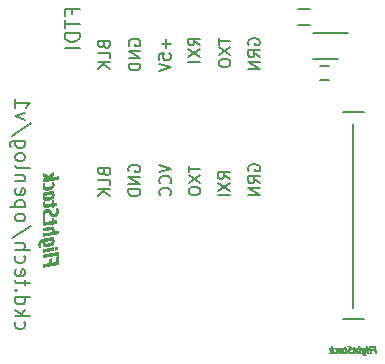
<source format=gbo>
G04 #@! TF.FileFunction,Legend,Bot*
%FSLAX46Y46*%
G04 Gerber Fmt 4.6, Leading zero omitted, Abs format (unit mm)*
G04 Created by KiCad (PCBNEW 4.0.1-stable) date Monday, January 11, 2016 'PMt' 05:07:45 PM*
%MOMM*%
G01*
G04 APERTURE LIST*
%ADD10C,0.100000*%
%ADD11C,0.200000*%
%ADD12C,0.150000*%
%ADD13C,0.010000*%
G04 APERTURE END LIST*
D10*
D11*
X131074048Y-116996905D02*
X131014524Y-117115952D01*
X131014524Y-117354048D01*
X131074048Y-117473095D01*
X131133571Y-117532619D01*
X131252619Y-117592143D01*
X131609762Y-117592143D01*
X131728810Y-117532619D01*
X131788333Y-117473095D01*
X131847857Y-117354048D01*
X131847857Y-117115952D01*
X131788333Y-116996905D01*
X131014524Y-116461190D02*
X132264524Y-116461190D01*
X131490714Y-116342142D02*
X131014524Y-115984999D01*
X131847857Y-115984999D02*
X131371667Y-116461190D01*
X131014524Y-114913571D02*
X132264524Y-114913571D01*
X131074048Y-114913571D02*
X131014524Y-115032618D01*
X131014524Y-115270714D01*
X131074048Y-115389761D01*
X131133571Y-115449285D01*
X131252619Y-115508809D01*
X131609762Y-115508809D01*
X131728810Y-115449285D01*
X131788333Y-115389761D01*
X131847857Y-115270714D01*
X131847857Y-115032618D01*
X131788333Y-114913571D01*
X131133571Y-114318333D02*
X131074048Y-114258809D01*
X131014524Y-114318333D01*
X131074048Y-114377857D01*
X131133571Y-114318333D01*
X131014524Y-114318333D01*
X131847857Y-113901666D02*
X131847857Y-113425476D01*
X132264524Y-113723095D02*
X131193095Y-113723095D01*
X131074048Y-113663571D01*
X131014524Y-113544524D01*
X131014524Y-113425476D01*
X131074048Y-112532618D02*
X131014524Y-112651666D01*
X131014524Y-112889761D01*
X131074048Y-113008809D01*
X131193095Y-113068333D01*
X131669286Y-113068333D01*
X131788333Y-113008809D01*
X131847857Y-112889761D01*
X131847857Y-112651666D01*
X131788333Y-112532618D01*
X131669286Y-112473095D01*
X131550238Y-112473095D01*
X131431190Y-113068333D01*
X131074048Y-111401666D02*
X131014524Y-111520713D01*
X131014524Y-111758809D01*
X131074048Y-111877856D01*
X131133571Y-111937380D01*
X131252619Y-111996904D01*
X131609762Y-111996904D01*
X131728810Y-111937380D01*
X131788333Y-111877856D01*
X131847857Y-111758809D01*
X131847857Y-111520713D01*
X131788333Y-111401666D01*
X131014524Y-110865951D02*
X132264524Y-110865951D01*
X131014524Y-110330237D02*
X131669286Y-110330237D01*
X131788333Y-110389760D01*
X131847857Y-110508808D01*
X131847857Y-110687380D01*
X131788333Y-110806427D01*
X131728810Y-110865951D01*
X132324048Y-108842142D02*
X130716905Y-109913570D01*
X131014524Y-108246904D02*
X131074048Y-108365951D01*
X131133571Y-108425475D01*
X131252619Y-108484999D01*
X131609762Y-108484999D01*
X131728810Y-108425475D01*
X131788333Y-108365951D01*
X131847857Y-108246904D01*
X131847857Y-108068332D01*
X131788333Y-107949284D01*
X131728810Y-107889761D01*
X131609762Y-107830237D01*
X131252619Y-107830237D01*
X131133571Y-107889761D01*
X131074048Y-107949284D01*
X131014524Y-108068332D01*
X131014524Y-108246904D01*
X131847857Y-107294523D02*
X130597857Y-107294523D01*
X131788333Y-107294523D02*
X131847857Y-107175475D01*
X131847857Y-106937380D01*
X131788333Y-106818332D01*
X131728810Y-106758809D01*
X131609762Y-106699285D01*
X131252619Y-106699285D01*
X131133571Y-106758809D01*
X131074048Y-106818332D01*
X131014524Y-106937380D01*
X131014524Y-107175475D01*
X131074048Y-107294523D01*
X131074048Y-105687380D02*
X131014524Y-105806428D01*
X131014524Y-106044523D01*
X131074048Y-106163571D01*
X131193095Y-106223095D01*
X131669286Y-106223095D01*
X131788333Y-106163571D01*
X131847857Y-106044523D01*
X131847857Y-105806428D01*
X131788333Y-105687380D01*
X131669286Y-105627857D01*
X131550238Y-105627857D01*
X131431190Y-106223095D01*
X131847857Y-105092142D02*
X131014524Y-105092142D01*
X131728810Y-105092142D02*
X131788333Y-105032618D01*
X131847857Y-104913571D01*
X131847857Y-104734999D01*
X131788333Y-104615951D01*
X131669286Y-104556428D01*
X131014524Y-104556428D01*
X131014524Y-103782619D02*
X131074048Y-103901666D01*
X131193095Y-103961190D01*
X132264524Y-103961190D01*
X131014524Y-103127857D02*
X131074048Y-103246904D01*
X131133571Y-103306428D01*
X131252619Y-103365952D01*
X131609762Y-103365952D01*
X131728810Y-103306428D01*
X131788333Y-103246904D01*
X131847857Y-103127857D01*
X131847857Y-102949285D01*
X131788333Y-102830237D01*
X131728810Y-102770714D01*
X131609762Y-102711190D01*
X131252619Y-102711190D01*
X131133571Y-102770714D01*
X131074048Y-102830237D01*
X131014524Y-102949285D01*
X131014524Y-103127857D01*
X131847857Y-101639762D02*
X130835952Y-101639762D01*
X130716905Y-101699285D01*
X130657381Y-101758809D01*
X130597857Y-101877857D01*
X130597857Y-102056428D01*
X130657381Y-102175476D01*
X131074048Y-101639762D02*
X131014524Y-101758809D01*
X131014524Y-101996905D01*
X131074048Y-102115952D01*
X131133571Y-102175476D01*
X131252619Y-102235000D01*
X131609762Y-102235000D01*
X131728810Y-102175476D01*
X131788333Y-102115952D01*
X131847857Y-101996905D01*
X131847857Y-101758809D01*
X131788333Y-101639762D01*
X132324048Y-100151667D02*
X130716905Y-101223095D01*
X131847857Y-99854048D02*
X131014524Y-99556429D01*
X131847857Y-99258809D01*
X131014524Y-98127857D02*
X131014524Y-98842143D01*
X131014524Y-98485000D02*
X132264524Y-98485000D01*
X132085952Y-98604048D01*
X131966905Y-98723095D01*
X131907381Y-98842143D01*
D12*
X150790000Y-104188096D02*
X150742381Y-104092858D01*
X150742381Y-103950001D01*
X150790000Y-103807143D01*
X150885238Y-103711905D01*
X150980476Y-103664286D01*
X151170952Y-103616667D01*
X151313810Y-103616667D01*
X151504286Y-103664286D01*
X151599524Y-103711905D01*
X151694762Y-103807143D01*
X151742381Y-103950001D01*
X151742381Y-104045239D01*
X151694762Y-104188096D01*
X151647143Y-104235715D01*
X151313810Y-104235715D01*
X151313810Y-104045239D01*
X151742381Y-105235715D02*
X151266190Y-104902381D01*
X151742381Y-104664286D02*
X150742381Y-104664286D01*
X150742381Y-105045239D01*
X150790000Y-105140477D01*
X150837619Y-105188096D01*
X150932857Y-105235715D01*
X151075714Y-105235715D01*
X151170952Y-105188096D01*
X151218571Y-105140477D01*
X151266190Y-105045239D01*
X151266190Y-104664286D01*
X151742381Y-105664286D02*
X150742381Y-105664286D01*
X151742381Y-106235715D01*
X150742381Y-106235715D01*
X149152381Y-104885239D02*
X148676190Y-104551905D01*
X149152381Y-104313810D02*
X148152381Y-104313810D01*
X148152381Y-104694763D01*
X148200000Y-104790001D01*
X148247619Y-104837620D01*
X148342857Y-104885239D01*
X148485714Y-104885239D01*
X148580952Y-104837620D01*
X148628571Y-104790001D01*
X148676190Y-104694763D01*
X148676190Y-104313810D01*
X148152381Y-105218572D02*
X149152381Y-105885239D01*
X148152381Y-105885239D02*
X149152381Y-105218572D01*
X149152381Y-106266191D02*
X148152381Y-106266191D01*
X145682381Y-103754286D02*
X145682381Y-104325715D01*
X146682381Y-104040000D02*
X145682381Y-104040000D01*
X145682381Y-104563810D02*
X146682381Y-105230477D01*
X145682381Y-105230477D02*
X146682381Y-104563810D01*
X145682381Y-105801905D02*
X145682381Y-105992382D01*
X145730000Y-106087620D01*
X145825238Y-106182858D01*
X146015714Y-106230477D01*
X146349048Y-106230477D01*
X146539524Y-106182858D01*
X146634762Y-106087620D01*
X146682381Y-105992382D01*
X146682381Y-105801905D01*
X146634762Y-105706667D01*
X146539524Y-105611429D01*
X146349048Y-105563810D01*
X146015714Y-105563810D01*
X145825238Y-105611429D01*
X145730000Y-105706667D01*
X145682381Y-105801905D01*
X143212381Y-103666667D02*
X144212381Y-104000000D01*
X143212381Y-104333334D01*
X144117143Y-105238096D02*
X144164762Y-105190477D01*
X144212381Y-105047620D01*
X144212381Y-104952382D01*
X144164762Y-104809524D01*
X144069524Y-104714286D01*
X143974286Y-104666667D01*
X143783810Y-104619048D01*
X143640952Y-104619048D01*
X143450476Y-104666667D01*
X143355238Y-104714286D01*
X143260000Y-104809524D01*
X143212381Y-104952382D01*
X143212381Y-105047620D01*
X143260000Y-105190477D01*
X143307619Y-105238096D01*
X144117143Y-106238096D02*
X144164762Y-106190477D01*
X144212381Y-106047620D01*
X144212381Y-105952382D01*
X144164762Y-105809524D01*
X144069524Y-105714286D01*
X143974286Y-105666667D01*
X143783810Y-105619048D01*
X143640952Y-105619048D01*
X143450476Y-105666667D01*
X143355238Y-105714286D01*
X143260000Y-105809524D01*
X143212381Y-105952382D01*
X143212381Y-106047620D01*
X143260000Y-106190477D01*
X143307619Y-106238096D01*
X140640000Y-104238096D02*
X140592381Y-104142858D01*
X140592381Y-104000001D01*
X140640000Y-103857143D01*
X140735238Y-103761905D01*
X140830476Y-103714286D01*
X141020952Y-103666667D01*
X141163810Y-103666667D01*
X141354286Y-103714286D01*
X141449524Y-103761905D01*
X141544762Y-103857143D01*
X141592381Y-104000001D01*
X141592381Y-104095239D01*
X141544762Y-104238096D01*
X141497143Y-104285715D01*
X141163810Y-104285715D01*
X141163810Y-104095239D01*
X141592381Y-104714286D02*
X140592381Y-104714286D01*
X141592381Y-105285715D01*
X140592381Y-105285715D01*
X141592381Y-105761905D02*
X140592381Y-105761905D01*
X140592381Y-106000000D01*
X140640000Y-106142858D01*
X140735238Y-106238096D01*
X140830476Y-106285715D01*
X141020952Y-106333334D01*
X141163810Y-106333334D01*
X141354286Y-106285715D01*
X141449524Y-106238096D01*
X141544762Y-106142858D01*
X141592381Y-106000000D01*
X141592381Y-105761905D01*
X138528571Y-104286667D02*
X138576190Y-104429524D01*
X138623810Y-104477143D01*
X138719048Y-104524762D01*
X138861905Y-104524762D01*
X138957143Y-104477143D01*
X139004762Y-104429524D01*
X139052381Y-104334286D01*
X139052381Y-103953333D01*
X138052381Y-103953333D01*
X138052381Y-104286667D01*
X138100000Y-104381905D01*
X138147619Y-104429524D01*
X138242857Y-104477143D01*
X138338095Y-104477143D01*
X138433333Y-104429524D01*
X138480952Y-104381905D01*
X138528571Y-104286667D01*
X138528571Y-103953333D01*
X139052381Y-105429524D02*
X139052381Y-104953333D01*
X138052381Y-104953333D01*
X139052381Y-105762857D02*
X138052381Y-105762857D01*
X139052381Y-106334286D02*
X138480952Y-105905714D01*
X138052381Y-106334286D02*
X138623810Y-105762857D01*
X150780000Y-93518096D02*
X150732381Y-93422858D01*
X150732381Y-93280001D01*
X150780000Y-93137143D01*
X150875238Y-93041905D01*
X150970476Y-92994286D01*
X151160952Y-92946667D01*
X151303810Y-92946667D01*
X151494286Y-92994286D01*
X151589524Y-93041905D01*
X151684762Y-93137143D01*
X151732381Y-93280001D01*
X151732381Y-93375239D01*
X151684762Y-93518096D01*
X151637143Y-93565715D01*
X151303810Y-93565715D01*
X151303810Y-93375239D01*
X151732381Y-94565715D02*
X151256190Y-94232381D01*
X151732381Y-93994286D02*
X150732381Y-93994286D01*
X150732381Y-94375239D01*
X150780000Y-94470477D01*
X150827619Y-94518096D01*
X150922857Y-94565715D01*
X151065714Y-94565715D01*
X151160952Y-94518096D01*
X151208571Y-94470477D01*
X151256190Y-94375239D01*
X151256190Y-93994286D01*
X151732381Y-94994286D02*
X150732381Y-94994286D01*
X151732381Y-95565715D01*
X150732381Y-95565715D01*
X148232381Y-92934286D02*
X148232381Y-93505715D01*
X149232381Y-93220000D02*
X148232381Y-93220000D01*
X148232381Y-93743810D02*
X149232381Y-94410477D01*
X148232381Y-94410477D02*
X149232381Y-93743810D01*
X148232381Y-94981905D02*
X148232381Y-95172382D01*
X148280000Y-95267620D01*
X148375238Y-95362858D01*
X148565714Y-95410477D01*
X148899048Y-95410477D01*
X149089524Y-95362858D01*
X149184762Y-95267620D01*
X149232381Y-95172382D01*
X149232381Y-94981905D01*
X149184762Y-94886667D01*
X149089524Y-94791429D01*
X148899048Y-94743810D01*
X148565714Y-94743810D01*
X148375238Y-94791429D01*
X148280000Y-94886667D01*
X148232381Y-94981905D01*
X146662381Y-93575239D02*
X146186190Y-93241905D01*
X146662381Y-93003810D02*
X145662381Y-93003810D01*
X145662381Y-93384763D01*
X145710000Y-93480001D01*
X145757619Y-93527620D01*
X145852857Y-93575239D01*
X145995714Y-93575239D01*
X146090952Y-93527620D01*
X146138571Y-93480001D01*
X146186190Y-93384763D01*
X146186190Y-93003810D01*
X145662381Y-93908572D02*
X146662381Y-94575239D01*
X145662381Y-94575239D02*
X146662381Y-93908572D01*
X146662381Y-94956191D02*
X145662381Y-94956191D01*
X143781429Y-93064286D02*
X143781429Y-93826191D01*
X144162381Y-93445239D02*
X143400476Y-93445239D01*
X143162381Y-94778572D02*
X143162381Y-94302381D01*
X143638571Y-94254762D01*
X143590952Y-94302381D01*
X143543333Y-94397619D01*
X143543333Y-94635715D01*
X143590952Y-94730953D01*
X143638571Y-94778572D01*
X143733810Y-94826191D01*
X143971905Y-94826191D01*
X144067143Y-94778572D01*
X144114762Y-94730953D01*
X144162381Y-94635715D01*
X144162381Y-94397619D01*
X144114762Y-94302381D01*
X144067143Y-94254762D01*
X143162381Y-95111905D02*
X144162381Y-95445238D01*
X143162381Y-95778572D01*
X140650000Y-93588096D02*
X140602381Y-93492858D01*
X140602381Y-93350001D01*
X140650000Y-93207143D01*
X140745238Y-93111905D01*
X140840476Y-93064286D01*
X141030952Y-93016667D01*
X141173810Y-93016667D01*
X141364286Y-93064286D01*
X141459524Y-93111905D01*
X141554762Y-93207143D01*
X141602381Y-93350001D01*
X141602381Y-93445239D01*
X141554762Y-93588096D01*
X141507143Y-93635715D01*
X141173810Y-93635715D01*
X141173810Y-93445239D01*
X141602381Y-94064286D02*
X140602381Y-94064286D01*
X141602381Y-94635715D01*
X140602381Y-94635715D01*
X141602381Y-95111905D02*
X140602381Y-95111905D01*
X140602381Y-95350000D01*
X140650000Y-95492858D01*
X140745238Y-95588096D01*
X140840476Y-95635715D01*
X141030952Y-95683334D01*
X141173810Y-95683334D01*
X141364286Y-95635715D01*
X141459524Y-95588096D01*
X141554762Y-95492858D01*
X141602381Y-95350000D01*
X141602381Y-95111905D01*
X138508571Y-93516667D02*
X138556190Y-93659524D01*
X138603810Y-93707143D01*
X138699048Y-93754762D01*
X138841905Y-93754762D01*
X138937143Y-93707143D01*
X138984762Y-93659524D01*
X139032381Y-93564286D01*
X139032381Y-93183333D01*
X138032381Y-93183333D01*
X138032381Y-93516667D01*
X138080000Y-93611905D01*
X138127619Y-93659524D01*
X138222857Y-93707143D01*
X138318095Y-93707143D01*
X138413333Y-93659524D01*
X138460952Y-93611905D01*
X138508571Y-93516667D01*
X138508571Y-93183333D01*
X139032381Y-94659524D02*
X139032381Y-94183333D01*
X138032381Y-94183333D01*
X139032381Y-94992857D02*
X138032381Y-94992857D01*
X139032381Y-95564286D02*
X138460952Y-95135714D01*
X138032381Y-95564286D02*
X138603810Y-94992857D01*
D11*
X135800714Y-90929762D02*
X135800714Y-90513095D01*
X136455476Y-90513095D02*
X135205476Y-90513095D01*
X135205476Y-91108333D01*
X135205476Y-91405953D02*
X135205476Y-92120238D01*
X136455476Y-91763095D02*
X135205476Y-91763095D01*
X136455476Y-92536905D02*
X135205476Y-92536905D01*
X135205476Y-92834524D01*
X135265000Y-93013096D01*
X135384048Y-93132143D01*
X135503095Y-93191667D01*
X135741190Y-93251191D01*
X135919762Y-93251191D01*
X136157857Y-93191667D01*
X136276905Y-93132143D01*
X136395952Y-93013096D01*
X136455476Y-92834524D01*
X136455476Y-92536905D01*
X136455476Y-93786905D02*
X135205476Y-93786905D01*
D13*
G36*
X134248851Y-109988161D02*
X134241835Y-109937044D01*
X134230979Y-109887418D01*
X134217701Y-109842694D01*
X134212523Y-109827418D01*
X134207837Y-109814131D01*
X134204122Y-109804152D01*
X134201856Y-109798800D01*
X134201697Y-109798519D01*
X134200477Y-109797983D01*
X134197496Y-109797829D01*
X134192455Y-109798108D01*
X134185053Y-109798868D01*
X134174989Y-109800157D01*
X134161963Y-109802026D01*
X134145674Y-109804522D01*
X134125822Y-109807694D01*
X134102105Y-109811593D01*
X134074224Y-109816265D01*
X134041878Y-109821762D01*
X134004766Y-109828130D01*
X133962588Y-109835420D01*
X133915042Y-109843680D01*
X133861830Y-109852959D01*
X133802649Y-109863306D01*
X133789626Y-109865585D01*
X133725794Y-109876774D01*
X133667944Y-109886947D01*
X133615721Y-109896176D01*
X133568767Y-109904530D01*
X133526728Y-109912082D01*
X133489247Y-109918901D01*
X133455969Y-109925059D01*
X133426537Y-109930625D01*
X133400595Y-109935672D01*
X133377788Y-109940269D01*
X133357759Y-109944487D01*
X133340153Y-109948397D01*
X133324613Y-109952070D01*
X133310784Y-109955577D01*
X133298310Y-109958988D01*
X133286835Y-109962373D01*
X133276003Y-109965805D01*
X133265457Y-109969353D01*
X133262709Y-109970307D01*
X133210072Y-109991281D01*
X133162865Y-110015638D01*
X133120974Y-110043507D01*
X133084283Y-110075019D01*
X133052675Y-110110303D01*
X133026034Y-110149489D01*
X133004245Y-110192708D01*
X132987192Y-110240088D01*
X132974759Y-110291760D01*
X132974457Y-110293375D01*
X132972575Y-110307197D01*
X132970977Y-110326042D01*
X132969694Y-110348510D01*
X132968759Y-110373198D01*
X132968202Y-110398704D01*
X132968055Y-110423627D01*
X132968349Y-110446565D01*
X132969117Y-110466117D01*
X132970267Y-110479899D01*
X132972831Y-110498234D01*
X132976255Y-110518420D01*
X132980287Y-110539362D01*
X132984679Y-110559967D01*
X132989179Y-110579140D01*
X132993536Y-110595789D01*
X132997501Y-110608819D01*
X133000823Y-110617136D01*
X133002157Y-110619177D01*
X133005894Y-110619476D01*
X133014514Y-110618788D01*
X133026581Y-110617327D01*
X133040661Y-110615310D01*
X133055317Y-110612950D01*
X133069117Y-110610463D01*
X133080623Y-110608064D01*
X133086677Y-110606514D01*
X133088201Y-110605683D01*
X133089424Y-110603753D01*
X133090378Y-110600080D01*
X133091097Y-110594021D01*
X133091615Y-110584931D01*
X133091963Y-110572166D01*
X133092175Y-110555083D01*
X133092285Y-110533038D01*
X133092325Y-110505386D01*
X133092328Y-110496562D01*
X133092430Y-110469792D01*
X133092707Y-110444217D01*
X133093136Y-110420770D01*
X133093694Y-110400386D01*
X133094355Y-110383999D01*
X133095098Y-110372544D01*
X133095576Y-110368404D01*
X133104633Y-110330620D01*
X133118950Y-110296512D01*
X133138541Y-110266064D01*
X133163421Y-110239258D01*
X133193603Y-110216079D01*
X133229102Y-110196511D01*
X133251388Y-110187093D01*
X133263243Y-110182955D01*
X133278426Y-110178230D01*
X133295531Y-110173291D01*
X133313150Y-110168512D01*
X133329876Y-110164266D01*
X133344301Y-110160925D01*
X133355020Y-110158863D01*
X133359679Y-110158380D01*
X133361885Y-110159220D01*
X133362041Y-110162399D01*
X133359881Y-110168910D01*
X133355143Y-110179741D01*
X133352422Y-110185600D01*
X133343019Y-110206822D01*
X133336058Y-110225781D01*
X133331203Y-110244153D01*
X133328117Y-110263611D01*
X133326462Y-110285831D01*
X133325904Y-110312485D01*
X133325894Y-110317532D01*
X133326016Y-110339197D01*
X133326469Y-110355895D01*
X133327382Y-110369082D01*
X133328881Y-110380218D01*
X133331095Y-110390763D01*
X133332957Y-110397912D01*
X133345225Y-110433979D01*
X133360888Y-110464848D01*
X133380205Y-110490936D01*
X133403437Y-110512657D01*
X133405411Y-110514172D01*
X133437387Y-110534400D01*
X133474054Y-110550246D01*
X133515395Y-110561709D01*
X133561392Y-110568786D01*
X133606682Y-110571191D01*
X133606682Y-110354813D01*
X133567852Y-110351654D01*
X133534128Y-110345221D01*
X133521532Y-110341530D01*
X133497385Y-110330644D01*
X133478021Y-110315590D01*
X133463575Y-110296645D01*
X133454180Y-110274085D01*
X133449971Y-110248184D01*
X133451082Y-110219219D01*
X133453906Y-110202565D01*
X133457507Y-110189540D01*
X133462784Y-110175311D01*
X133469035Y-110161301D01*
X133475565Y-110148930D01*
X133481673Y-110139622D01*
X133486662Y-110134799D01*
X133487310Y-110134538D01*
X133491257Y-110133749D01*
X133500993Y-110131958D01*
X133515996Y-110129257D01*
X133535745Y-110125736D01*
X133559718Y-110121486D01*
X133587393Y-110116600D01*
X133618250Y-110111166D01*
X133651766Y-110105277D01*
X133687420Y-110099024D01*
X133724690Y-110092497D01*
X133763056Y-110085788D01*
X133801995Y-110078987D01*
X133840986Y-110072186D01*
X133879508Y-110065476D01*
X133917038Y-110058947D01*
X133953056Y-110052690D01*
X133987040Y-110046798D01*
X134018468Y-110041360D01*
X134046820Y-110036467D01*
X134071572Y-110032211D01*
X134092204Y-110028683D01*
X134108195Y-110025974D01*
X134119023Y-110024174D01*
X134124165Y-110023375D01*
X134124498Y-110023342D01*
X134125909Y-110025069D01*
X134126831Y-110030662D01*
X134127289Y-110040735D01*
X134127309Y-110055904D01*
X134126915Y-110076786D01*
X134126823Y-110080412D01*
X134126110Y-110102797D01*
X134125205Y-110120039D01*
X134123969Y-110133424D01*
X134122265Y-110144239D01*
X134119953Y-110153772D01*
X134118396Y-110158862D01*
X134106173Y-110186808D01*
X134088305Y-110212573D01*
X134064716Y-110236207D01*
X134035331Y-110257759D01*
X134000076Y-110277277D01*
X133958875Y-110294810D01*
X133911652Y-110310408D01*
X133867165Y-110322076D01*
X133807198Y-110335040D01*
X133750874Y-110344812D01*
X133698485Y-110351375D01*
X133650323Y-110354715D01*
X133606682Y-110354813D01*
X133606682Y-110571191D01*
X133612027Y-110571475D01*
X133667282Y-110569774D01*
X133727140Y-110563681D01*
X133753025Y-110559909D01*
X133823231Y-110547185D01*
X133887547Y-110532057D01*
X133946066Y-110514483D01*
X133998880Y-110494422D01*
X134046081Y-110471831D01*
X134087760Y-110446668D01*
X134124011Y-110418891D01*
X134154923Y-110388458D01*
X134170968Y-110368879D01*
X134194131Y-110334457D01*
X134213114Y-110298027D01*
X134228121Y-110258909D01*
X134239359Y-110216420D01*
X134247033Y-110169880D01*
X134251349Y-110118606D01*
X134252081Y-110100236D01*
X134252207Y-110042111D01*
X134248851Y-109988161D01*
X134248851Y-109988161D01*
G37*
X134248851Y-109988161D02*
X134241835Y-109937044D01*
X134230979Y-109887418D01*
X134217701Y-109842694D01*
X134212523Y-109827418D01*
X134207837Y-109814131D01*
X134204122Y-109804152D01*
X134201856Y-109798800D01*
X134201697Y-109798519D01*
X134200477Y-109797983D01*
X134197496Y-109797829D01*
X134192455Y-109798108D01*
X134185053Y-109798868D01*
X134174989Y-109800157D01*
X134161963Y-109802026D01*
X134145674Y-109804522D01*
X134125822Y-109807694D01*
X134102105Y-109811593D01*
X134074224Y-109816265D01*
X134041878Y-109821762D01*
X134004766Y-109828130D01*
X133962588Y-109835420D01*
X133915042Y-109843680D01*
X133861830Y-109852959D01*
X133802649Y-109863306D01*
X133789626Y-109865585D01*
X133725794Y-109876774D01*
X133667944Y-109886947D01*
X133615721Y-109896176D01*
X133568767Y-109904530D01*
X133526728Y-109912082D01*
X133489247Y-109918901D01*
X133455969Y-109925059D01*
X133426537Y-109930625D01*
X133400595Y-109935672D01*
X133377788Y-109940269D01*
X133357759Y-109944487D01*
X133340153Y-109948397D01*
X133324613Y-109952070D01*
X133310784Y-109955577D01*
X133298310Y-109958988D01*
X133286835Y-109962373D01*
X133276003Y-109965805D01*
X133265457Y-109969353D01*
X133262709Y-109970307D01*
X133210072Y-109991281D01*
X133162865Y-110015638D01*
X133120974Y-110043507D01*
X133084283Y-110075019D01*
X133052675Y-110110303D01*
X133026034Y-110149489D01*
X133004245Y-110192708D01*
X132987192Y-110240088D01*
X132974759Y-110291760D01*
X132974457Y-110293375D01*
X132972575Y-110307197D01*
X132970977Y-110326042D01*
X132969694Y-110348510D01*
X132968759Y-110373198D01*
X132968202Y-110398704D01*
X132968055Y-110423627D01*
X132968349Y-110446565D01*
X132969117Y-110466117D01*
X132970267Y-110479899D01*
X132972831Y-110498234D01*
X132976255Y-110518420D01*
X132980287Y-110539362D01*
X132984679Y-110559967D01*
X132989179Y-110579140D01*
X132993536Y-110595789D01*
X132997501Y-110608819D01*
X133000823Y-110617136D01*
X133002157Y-110619177D01*
X133005894Y-110619476D01*
X133014514Y-110618788D01*
X133026581Y-110617327D01*
X133040661Y-110615310D01*
X133055317Y-110612950D01*
X133069117Y-110610463D01*
X133080623Y-110608064D01*
X133086677Y-110606514D01*
X133088201Y-110605683D01*
X133089424Y-110603753D01*
X133090378Y-110600080D01*
X133091097Y-110594021D01*
X133091615Y-110584931D01*
X133091963Y-110572166D01*
X133092175Y-110555083D01*
X133092285Y-110533038D01*
X133092325Y-110505386D01*
X133092328Y-110496562D01*
X133092430Y-110469792D01*
X133092707Y-110444217D01*
X133093136Y-110420770D01*
X133093694Y-110400386D01*
X133094355Y-110383999D01*
X133095098Y-110372544D01*
X133095576Y-110368404D01*
X133104633Y-110330620D01*
X133118950Y-110296512D01*
X133138541Y-110266064D01*
X133163421Y-110239258D01*
X133193603Y-110216079D01*
X133229102Y-110196511D01*
X133251388Y-110187093D01*
X133263243Y-110182955D01*
X133278426Y-110178230D01*
X133295531Y-110173291D01*
X133313150Y-110168512D01*
X133329876Y-110164266D01*
X133344301Y-110160925D01*
X133355020Y-110158863D01*
X133359679Y-110158380D01*
X133361885Y-110159220D01*
X133362041Y-110162399D01*
X133359881Y-110168910D01*
X133355143Y-110179741D01*
X133352422Y-110185600D01*
X133343019Y-110206822D01*
X133336058Y-110225781D01*
X133331203Y-110244153D01*
X133328117Y-110263611D01*
X133326462Y-110285831D01*
X133325904Y-110312485D01*
X133325894Y-110317532D01*
X133326016Y-110339197D01*
X133326469Y-110355895D01*
X133327382Y-110369082D01*
X133328881Y-110380218D01*
X133331095Y-110390763D01*
X133332957Y-110397912D01*
X133345225Y-110433979D01*
X133360888Y-110464848D01*
X133380205Y-110490936D01*
X133403437Y-110512657D01*
X133405411Y-110514172D01*
X133437387Y-110534400D01*
X133474054Y-110550246D01*
X133515395Y-110561709D01*
X133561392Y-110568786D01*
X133606682Y-110571191D01*
X133606682Y-110354813D01*
X133567852Y-110351654D01*
X133534128Y-110345221D01*
X133521532Y-110341530D01*
X133497385Y-110330644D01*
X133478021Y-110315590D01*
X133463575Y-110296645D01*
X133454180Y-110274085D01*
X133449971Y-110248184D01*
X133451082Y-110219219D01*
X133453906Y-110202565D01*
X133457507Y-110189540D01*
X133462784Y-110175311D01*
X133469035Y-110161301D01*
X133475565Y-110148930D01*
X133481673Y-110139622D01*
X133486662Y-110134799D01*
X133487310Y-110134538D01*
X133491257Y-110133749D01*
X133500993Y-110131958D01*
X133515996Y-110129257D01*
X133535745Y-110125736D01*
X133559718Y-110121486D01*
X133587393Y-110116600D01*
X133618250Y-110111166D01*
X133651766Y-110105277D01*
X133687420Y-110099024D01*
X133724690Y-110092497D01*
X133763056Y-110085788D01*
X133801995Y-110078987D01*
X133840986Y-110072186D01*
X133879508Y-110065476D01*
X133917038Y-110058947D01*
X133953056Y-110052690D01*
X133987040Y-110046798D01*
X134018468Y-110041360D01*
X134046820Y-110036467D01*
X134071572Y-110032211D01*
X134092204Y-110028683D01*
X134108195Y-110025974D01*
X134119023Y-110024174D01*
X134124165Y-110023375D01*
X134124498Y-110023342D01*
X134125909Y-110025069D01*
X134126831Y-110030662D01*
X134127289Y-110040735D01*
X134127309Y-110055904D01*
X134126915Y-110076786D01*
X134126823Y-110080412D01*
X134126110Y-110102797D01*
X134125205Y-110120039D01*
X134123969Y-110133424D01*
X134122265Y-110144239D01*
X134119953Y-110153772D01*
X134118396Y-110158862D01*
X134106173Y-110186808D01*
X134088305Y-110212573D01*
X134064716Y-110236207D01*
X134035331Y-110257759D01*
X134000076Y-110277277D01*
X133958875Y-110294810D01*
X133911652Y-110310408D01*
X133867165Y-110322076D01*
X133807198Y-110335040D01*
X133750874Y-110344812D01*
X133698485Y-110351375D01*
X133650323Y-110354715D01*
X133606682Y-110354813D01*
X133606682Y-110571191D01*
X133612027Y-110571475D01*
X133667282Y-110569774D01*
X133727140Y-110563681D01*
X133753025Y-110559909D01*
X133823231Y-110547185D01*
X133887547Y-110532057D01*
X133946066Y-110514483D01*
X133998880Y-110494422D01*
X134046081Y-110471831D01*
X134087760Y-110446668D01*
X134124011Y-110418891D01*
X134154923Y-110388458D01*
X134170968Y-110368879D01*
X134194131Y-110334457D01*
X134213114Y-110298027D01*
X134228121Y-110258909D01*
X134239359Y-110216420D01*
X134247033Y-110169880D01*
X134251349Y-110118606D01*
X134252081Y-110100236D01*
X134252207Y-110042111D01*
X134248851Y-109988161D01*
G36*
X134432967Y-108461179D02*
X134432767Y-108437863D01*
X134432454Y-108417426D01*
X134432046Y-108400629D01*
X134431559Y-108388235D01*
X134431012Y-108381008D01*
X134430627Y-108379439D01*
X134427147Y-108379721D01*
X134418234Y-108380973D01*
X134404784Y-108383044D01*
X134387697Y-108385783D01*
X134367870Y-108389038D01*
X134346202Y-108392658D01*
X134323589Y-108396492D01*
X134300931Y-108400388D01*
X134279124Y-108404196D01*
X134259068Y-108407763D01*
X134241661Y-108410939D01*
X134227799Y-108413573D01*
X134226462Y-108413836D01*
X134217620Y-108415586D01*
X134217620Y-108173804D01*
X134207743Y-108175779D01*
X134200781Y-108177097D01*
X134189107Y-108179230D01*
X134174344Y-108181882D01*
X134158114Y-108184762D01*
X134157971Y-108184787D01*
X134118075Y-108191820D01*
X134112888Y-108209663D01*
X134103307Y-108247501D01*
X134095167Y-108289459D01*
X134088819Y-108333323D01*
X134084612Y-108376875D01*
X134083514Y-108395716D01*
X134082667Y-108413034D01*
X134081830Y-108424975D01*
X134080796Y-108432590D01*
X134079360Y-108436928D01*
X134077316Y-108439040D01*
X134074849Y-108439892D01*
X134070643Y-108440689D01*
X134060622Y-108442513D01*
X134045303Y-108445274D01*
X134025203Y-108448877D01*
X134000839Y-108453231D01*
X133972729Y-108458243D01*
X133941388Y-108463821D01*
X133907335Y-108469874D01*
X133871086Y-108476307D01*
X133838228Y-108482132D01*
X133793886Y-108489976D01*
X133755362Y-108496754D01*
X133722148Y-108502544D01*
X133693732Y-108507424D01*
X133669606Y-108511470D01*
X133649260Y-108514762D01*
X133632185Y-108517374D01*
X133617871Y-108519386D01*
X133605808Y-108520875D01*
X133595486Y-108521918D01*
X133586397Y-108522592D01*
X133578030Y-108522975D01*
X133569876Y-108523144D01*
X133568152Y-108523159D01*
X133543083Y-108522723D01*
X133523076Y-108520747D01*
X133506868Y-108516851D01*
X133493194Y-108510654D01*
X133480792Y-108501775D01*
X133472896Y-108494467D01*
X133466532Y-108487804D01*
X133461418Y-108481312D01*
X133457418Y-108474215D01*
X133454397Y-108465740D01*
X133452218Y-108455111D01*
X133450745Y-108441552D01*
X133449843Y-108424288D01*
X133449375Y-108402544D01*
X133449205Y-108375546D01*
X133449190Y-108359323D01*
X133449161Y-108336697D01*
X133449079Y-108316339D01*
X133448952Y-108299086D01*
X133448788Y-108285773D01*
X133448595Y-108277239D01*
X133448386Y-108274316D01*
X133440815Y-108275196D01*
X133429414Y-108277147D01*
X133415584Y-108279859D01*
X133400724Y-108283021D01*
X133386234Y-108286322D01*
X133373514Y-108289450D01*
X133363966Y-108292096D01*
X133358988Y-108293947D01*
X133358621Y-108294249D01*
X133355583Y-108301013D01*
X133351743Y-108312592D01*
X133347515Y-108327487D01*
X133343315Y-108344201D01*
X133339557Y-108361233D01*
X133338324Y-108367519D01*
X133332097Y-108406235D01*
X133327688Y-108445890D01*
X133325161Y-108485034D01*
X133324582Y-108522217D01*
X133326015Y-108555989D01*
X133328785Y-108580422D01*
X133336556Y-108616904D01*
X133347799Y-108648165D01*
X133362721Y-108674523D01*
X133381528Y-108696295D01*
X133404428Y-108713801D01*
X133421264Y-108722883D01*
X133451672Y-108733981D01*
X133486468Y-108740984D01*
X133525023Y-108743829D01*
X133566712Y-108742447D01*
X133587175Y-108740324D01*
X133593781Y-108739340D01*
X133606002Y-108737361D01*
X133623214Y-108734495D01*
X133644793Y-108730851D01*
X133670116Y-108726538D01*
X133698557Y-108721664D01*
X133729494Y-108716338D01*
X133762302Y-108710669D01*
X133796357Y-108704765D01*
X133831034Y-108698736D01*
X133865711Y-108692689D01*
X133899763Y-108686734D01*
X133932565Y-108680979D01*
X133963494Y-108675533D01*
X133991927Y-108670504D01*
X134017238Y-108666002D01*
X134038803Y-108662134D01*
X134056000Y-108659010D01*
X134068203Y-108656738D01*
X134074789Y-108655428D01*
X134075266Y-108655318D01*
X134077990Y-108654829D01*
X134079935Y-108655502D01*
X134081257Y-108658251D01*
X134082110Y-108663990D01*
X134082649Y-108673636D01*
X134083028Y-108688102D01*
X134083304Y-108702858D01*
X134084190Y-108752127D01*
X134150101Y-108740678D01*
X134216013Y-108729228D01*
X134216900Y-108680237D01*
X134217275Y-108661532D01*
X134217716Y-108648275D01*
X134218380Y-108639483D01*
X134219422Y-108634174D01*
X134220998Y-108631365D01*
X134223265Y-108630074D01*
X134224938Y-108629638D01*
X134229851Y-108628695D01*
X134240237Y-108626816D01*
X134255233Y-108624152D01*
X134273974Y-108620857D01*
X134295597Y-108617083D01*
X134319237Y-108612983D01*
X134325329Y-108611930D01*
X134349342Y-108607769D01*
X134371557Y-108603892D01*
X134391109Y-108600452D01*
X134407133Y-108597603D01*
X134418764Y-108595497D01*
X134425137Y-108594288D01*
X134425804Y-108594144D01*
X134433038Y-108592460D01*
X134433038Y-108486610D01*
X134432967Y-108461179D01*
X134432967Y-108461179D01*
G37*
X134432967Y-108461179D02*
X134432767Y-108437863D01*
X134432454Y-108417426D01*
X134432046Y-108400629D01*
X134431559Y-108388235D01*
X134431012Y-108381008D01*
X134430627Y-108379439D01*
X134427147Y-108379721D01*
X134418234Y-108380973D01*
X134404784Y-108383044D01*
X134387697Y-108385783D01*
X134367870Y-108389038D01*
X134346202Y-108392658D01*
X134323589Y-108396492D01*
X134300931Y-108400388D01*
X134279124Y-108404196D01*
X134259068Y-108407763D01*
X134241661Y-108410939D01*
X134227799Y-108413573D01*
X134226462Y-108413836D01*
X134217620Y-108415586D01*
X134217620Y-108173804D01*
X134207743Y-108175779D01*
X134200781Y-108177097D01*
X134189107Y-108179230D01*
X134174344Y-108181882D01*
X134158114Y-108184762D01*
X134157971Y-108184787D01*
X134118075Y-108191820D01*
X134112888Y-108209663D01*
X134103307Y-108247501D01*
X134095167Y-108289459D01*
X134088819Y-108333323D01*
X134084612Y-108376875D01*
X134083514Y-108395716D01*
X134082667Y-108413034D01*
X134081830Y-108424975D01*
X134080796Y-108432590D01*
X134079360Y-108436928D01*
X134077316Y-108439040D01*
X134074849Y-108439892D01*
X134070643Y-108440689D01*
X134060622Y-108442513D01*
X134045303Y-108445274D01*
X134025203Y-108448877D01*
X134000839Y-108453231D01*
X133972729Y-108458243D01*
X133941388Y-108463821D01*
X133907335Y-108469874D01*
X133871086Y-108476307D01*
X133838228Y-108482132D01*
X133793886Y-108489976D01*
X133755362Y-108496754D01*
X133722148Y-108502544D01*
X133693732Y-108507424D01*
X133669606Y-108511470D01*
X133649260Y-108514762D01*
X133632185Y-108517374D01*
X133617871Y-108519386D01*
X133605808Y-108520875D01*
X133595486Y-108521918D01*
X133586397Y-108522592D01*
X133578030Y-108522975D01*
X133569876Y-108523144D01*
X133568152Y-108523159D01*
X133543083Y-108522723D01*
X133523076Y-108520747D01*
X133506868Y-108516851D01*
X133493194Y-108510654D01*
X133480792Y-108501775D01*
X133472896Y-108494467D01*
X133466532Y-108487804D01*
X133461418Y-108481312D01*
X133457418Y-108474215D01*
X133454397Y-108465740D01*
X133452218Y-108455111D01*
X133450745Y-108441552D01*
X133449843Y-108424288D01*
X133449375Y-108402544D01*
X133449205Y-108375546D01*
X133449190Y-108359323D01*
X133449161Y-108336697D01*
X133449079Y-108316339D01*
X133448952Y-108299086D01*
X133448788Y-108285773D01*
X133448595Y-108277239D01*
X133448386Y-108274316D01*
X133440815Y-108275196D01*
X133429414Y-108277147D01*
X133415584Y-108279859D01*
X133400724Y-108283021D01*
X133386234Y-108286322D01*
X133373514Y-108289450D01*
X133363966Y-108292096D01*
X133358988Y-108293947D01*
X133358621Y-108294249D01*
X133355583Y-108301013D01*
X133351743Y-108312592D01*
X133347515Y-108327487D01*
X133343315Y-108344201D01*
X133339557Y-108361233D01*
X133338324Y-108367519D01*
X133332097Y-108406235D01*
X133327688Y-108445890D01*
X133325161Y-108485034D01*
X133324582Y-108522217D01*
X133326015Y-108555989D01*
X133328785Y-108580422D01*
X133336556Y-108616904D01*
X133347799Y-108648165D01*
X133362721Y-108674523D01*
X133381528Y-108696295D01*
X133404428Y-108713801D01*
X133421264Y-108722883D01*
X133451672Y-108733981D01*
X133486468Y-108740984D01*
X133525023Y-108743829D01*
X133566712Y-108742447D01*
X133587175Y-108740324D01*
X133593781Y-108739340D01*
X133606002Y-108737361D01*
X133623214Y-108734495D01*
X133644793Y-108730851D01*
X133670116Y-108726538D01*
X133698557Y-108721664D01*
X133729494Y-108716338D01*
X133762302Y-108710669D01*
X133796357Y-108704765D01*
X133831034Y-108698736D01*
X133865711Y-108692689D01*
X133899763Y-108686734D01*
X133932565Y-108680979D01*
X133963494Y-108675533D01*
X133991927Y-108670504D01*
X134017238Y-108666002D01*
X134038803Y-108662134D01*
X134056000Y-108659010D01*
X134068203Y-108656738D01*
X134074789Y-108655428D01*
X134075266Y-108655318D01*
X134077990Y-108654829D01*
X134079935Y-108655502D01*
X134081257Y-108658251D01*
X134082110Y-108663990D01*
X134082649Y-108673636D01*
X134083028Y-108688102D01*
X134083304Y-108702858D01*
X134084190Y-108752127D01*
X134150101Y-108740678D01*
X134216013Y-108729228D01*
X134216900Y-108680237D01*
X134217275Y-108661532D01*
X134217716Y-108648275D01*
X134218380Y-108639483D01*
X134219422Y-108634174D01*
X134220998Y-108631365D01*
X134223265Y-108630074D01*
X134224938Y-108629638D01*
X134229851Y-108628695D01*
X134240237Y-108626816D01*
X134255233Y-108624152D01*
X134273974Y-108620857D01*
X134295597Y-108617083D01*
X134319237Y-108612983D01*
X134325329Y-108611930D01*
X134349342Y-108607769D01*
X134371557Y-108603892D01*
X134391109Y-108600452D01*
X134407133Y-108597603D01*
X134418764Y-108595497D01*
X134425137Y-108594288D01*
X134425804Y-108594144D01*
X134433038Y-108592460D01*
X134433038Y-108486610D01*
X134432967Y-108461179D01*
G36*
X134608576Y-107567919D02*
X134606731Y-107530208D01*
X134603894Y-107493395D01*
X134600085Y-107458684D01*
X134598160Y-107444760D01*
X134595246Y-107427130D01*
X134591677Y-107408681D01*
X134587750Y-107390634D01*
X134583757Y-107374211D01*
X134579994Y-107360633D01*
X134576755Y-107351121D01*
X134574612Y-107347123D01*
X134570521Y-107346580D01*
X134561363Y-107347123D01*
X134548376Y-107348578D01*
X134532800Y-107350769D01*
X134515871Y-107353521D01*
X134498830Y-107356659D01*
X134482913Y-107360008D01*
X134482070Y-107360201D01*
X134474836Y-107361862D01*
X134474836Y-107499484D01*
X134474789Y-107536751D01*
X134474612Y-107568263D01*
X134474246Y-107594697D01*
X134473637Y-107616725D01*
X134472726Y-107635025D01*
X134471457Y-107650271D01*
X134469773Y-107663139D01*
X134467617Y-107674303D01*
X134464933Y-107684440D01*
X134461664Y-107694223D01*
X134457753Y-107704329D01*
X134457572Y-107704776D01*
X134441447Y-107736361D01*
X134420492Y-107763745D01*
X134394793Y-107786869D01*
X134364437Y-107805676D01*
X134329510Y-107820107D01*
X134290098Y-107830105D01*
X134264540Y-107833928D01*
X134233483Y-107835404D01*
X134205543Y-107832028D01*
X134179703Y-107823445D01*
X134154946Y-107809298D01*
X134130256Y-107789230D01*
X134126250Y-107785451D01*
X134114111Y-107773269D01*
X134103025Y-107760837D01*
X134092442Y-107747323D01*
X134081812Y-107731893D01*
X134070585Y-107713713D01*
X134058210Y-107691951D01*
X134044138Y-107665772D01*
X134032454Y-107643349D01*
X134016049Y-107612346D01*
X134001274Y-107586290D01*
X133987408Y-107564140D01*
X133973729Y-107544856D01*
X133959517Y-107527400D01*
X133944051Y-107510731D01*
X133932772Y-107499624D01*
X133901531Y-107473575D01*
X133867757Y-107453015D01*
X133830328Y-107437286D01*
X133822152Y-107434613D01*
X133812585Y-107431816D01*
X133803685Y-107429812D01*
X133794103Y-107428477D01*
X133782488Y-107427691D01*
X133767491Y-107427328D01*
X133747761Y-107427265D01*
X133741772Y-107427283D01*
X133718064Y-107427549D01*
X133699114Y-107428241D01*
X133683260Y-107429495D01*
X133668837Y-107431447D01*
X133654181Y-107434232D01*
X133652749Y-107434538D01*
X133601415Y-107448385D01*
X133554025Y-107466920D01*
X133510784Y-107489995D01*
X133471895Y-107517464D01*
X133437562Y-107549179D01*
X133407991Y-107584992D01*
X133383386Y-107624756D01*
X133380041Y-107631241D01*
X133363967Y-107667017D01*
X133350812Y-107704953D01*
X133340170Y-107746402D01*
X133331745Y-107792000D01*
X133329947Y-107807279D01*
X133328390Y-107827748D01*
X133327097Y-107852168D01*
X133326092Y-107879303D01*
X133325399Y-107907914D01*
X133325043Y-107936765D01*
X133325048Y-107964618D01*
X133325437Y-107990234D01*
X133326235Y-108012378D01*
X133327179Y-108026709D01*
X133329597Y-108050742D01*
X133332719Y-108075541D01*
X133336377Y-108100248D01*
X133340402Y-108124006D01*
X133344626Y-108145957D01*
X133348879Y-108165245D01*
X133352993Y-108181012D01*
X133356800Y-108192401D01*
X133360130Y-108198554D01*
X133361147Y-108199310D01*
X133365981Y-108199393D01*
X133376114Y-108198321D01*
X133390546Y-108196249D01*
X133408281Y-108193334D01*
X133428321Y-108189728D01*
X133449667Y-108185588D01*
X133449994Y-108185522D01*
X133458836Y-108183742D01*
X133458898Y-108040118D01*
X133458978Y-108001144D01*
X133459189Y-107968018D01*
X133459548Y-107940158D01*
X133460070Y-107916983D01*
X133460770Y-107897913D01*
X133461665Y-107882364D01*
X133462769Y-107869757D01*
X133463624Y-107862734D01*
X133469921Y-107826438D01*
X133478294Y-107795328D01*
X133489222Y-107768363D01*
X133503182Y-107744500D01*
X133520654Y-107722698D01*
X133534225Y-107709040D01*
X133553744Y-107692491D01*
X133573755Y-107679404D01*
X133596370Y-107668559D01*
X133618055Y-107660576D01*
X133655897Y-107650387D01*
X133691016Y-107645990D01*
X133723543Y-107647417D01*
X133753609Y-107654700D01*
X133781346Y-107667869D01*
X133806887Y-107686957D01*
X133829424Y-107710832D01*
X133836801Y-107720270D01*
X133844030Y-107730389D01*
X133851571Y-107741964D01*
X133859880Y-107755771D01*
X133869416Y-107772584D01*
X133880638Y-107793179D01*
X133894003Y-107818331D01*
X133902481Y-107834481D01*
X133924457Y-107874753D01*
X133945384Y-107909353D01*
X133965749Y-107938852D01*
X133986036Y-107963824D01*
X134006731Y-107984839D01*
X134028321Y-108002471D01*
X134051290Y-108017291D01*
X134063014Y-108023608D01*
X134101293Y-108039586D01*
X134142081Y-108049847D01*
X134185576Y-108054422D01*
X134231974Y-108053344D01*
X134240127Y-108052605D01*
X134291670Y-108045494D01*
X134338270Y-108034835D01*
X134380506Y-108020371D01*
X134418958Y-108001846D01*
X134454207Y-107979004D01*
X134486830Y-107951588D01*
X134501202Y-107937280D01*
X134530089Y-107903255D01*
X134554252Y-107866388D01*
X134573994Y-107826053D01*
X134589617Y-107781625D01*
X134601423Y-107732477D01*
X134602320Y-107727740D01*
X134605694Y-107703625D01*
X134607990Y-107674381D01*
X134609223Y-107641211D01*
X134609413Y-107605322D01*
X134608576Y-107567919D01*
X134608576Y-107567919D01*
G37*
X134608576Y-107567919D02*
X134606731Y-107530208D01*
X134603894Y-107493395D01*
X134600085Y-107458684D01*
X134598160Y-107444760D01*
X134595246Y-107427130D01*
X134591677Y-107408681D01*
X134587750Y-107390634D01*
X134583757Y-107374211D01*
X134579994Y-107360633D01*
X134576755Y-107351121D01*
X134574612Y-107347123D01*
X134570521Y-107346580D01*
X134561363Y-107347123D01*
X134548376Y-107348578D01*
X134532800Y-107350769D01*
X134515871Y-107353521D01*
X134498830Y-107356659D01*
X134482913Y-107360008D01*
X134482070Y-107360201D01*
X134474836Y-107361862D01*
X134474836Y-107499484D01*
X134474789Y-107536751D01*
X134474612Y-107568263D01*
X134474246Y-107594697D01*
X134473637Y-107616725D01*
X134472726Y-107635025D01*
X134471457Y-107650271D01*
X134469773Y-107663139D01*
X134467617Y-107674303D01*
X134464933Y-107684440D01*
X134461664Y-107694223D01*
X134457753Y-107704329D01*
X134457572Y-107704776D01*
X134441447Y-107736361D01*
X134420492Y-107763745D01*
X134394793Y-107786869D01*
X134364437Y-107805676D01*
X134329510Y-107820107D01*
X134290098Y-107830105D01*
X134264540Y-107833928D01*
X134233483Y-107835404D01*
X134205543Y-107832028D01*
X134179703Y-107823445D01*
X134154946Y-107809298D01*
X134130256Y-107789230D01*
X134126250Y-107785451D01*
X134114111Y-107773269D01*
X134103025Y-107760837D01*
X134092442Y-107747323D01*
X134081812Y-107731893D01*
X134070585Y-107713713D01*
X134058210Y-107691951D01*
X134044138Y-107665772D01*
X134032454Y-107643349D01*
X134016049Y-107612346D01*
X134001274Y-107586290D01*
X133987408Y-107564140D01*
X133973729Y-107544856D01*
X133959517Y-107527400D01*
X133944051Y-107510731D01*
X133932772Y-107499624D01*
X133901531Y-107473575D01*
X133867757Y-107453015D01*
X133830328Y-107437286D01*
X133822152Y-107434613D01*
X133812585Y-107431816D01*
X133803685Y-107429812D01*
X133794103Y-107428477D01*
X133782488Y-107427691D01*
X133767491Y-107427328D01*
X133747761Y-107427265D01*
X133741772Y-107427283D01*
X133718064Y-107427549D01*
X133699114Y-107428241D01*
X133683260Y-107429495D01*
X133668837Y-107431447D01*
X133654181Y-107434232D01*
X133652749Y-107434538D01*
X133601415Y-107448385D01*
X133554025Y-107466920D01*
X133510784Y-107489995D01*
X133471895Y-107517464D01*
X133437562Y-107549179D01*
X133407991Y-107584992D01*
X133383386Y-107624756D01*
X133380041Y-107631241D01*
X133363967Y-107667017D01*
X133350812Y-107704953D01*
X133340170Y-107746402D01*
X133331745Y-107792000D01*
X133329947Y-107807279D01*
X133328390Y-107827748D01*
X133327097Y-107852168D01*
X133326092Y-107879303D01*
X133325399Y-107907914D01*
X133325043Y-107936765D01*
X133325048Y-107964618D01*
X133325437Y-107990234D01*
X133326235Y-108012378D01*
X133327179Y-108026709D01*
X133329597Y-108050742D01*
X133332719Y-108075541D01*
X133336377Y-108100248D01*
X133340402Y-108124006D01*
X133344626Y-108145957D01*
X133348879Y-108165245D01*
X133352993Y-108181012D01*
X133356800Y-108192401D01*
X133360130Y-108198554D01*
X133361147Y-108199310D01*
X133365981Y-108199393D01*
X133376114Y-108198321D01*
X133390546Y-108196249D01*
X133408281Y-108193334D01*
X133428321Y-108189728D01*
X133449667Y-108185588D01*
X133449994Y-108185522D01*
X133458836Y-108183742D01*
X133458898Y-108040118D01*
X133458978Y-108001144D01*
X133459189Y-107968018D01*
X133459548Y-107940158D01*
X133460070Y-107916983D01*
X133460770Y-107897913D01*
X133461665Y-107882364D01*
X133462769Y-107869757D01*
X133463624Y-107862734D01*
X133469921Y-107826438D01*
X133478294Y-107795328D01*
X133489222Y-107768363D01*
X133503182Y-107744500D01*
X133520654Y-107722698D01*
X133534225Y-107709040D01*
X133553744Y-107692491D01*
X133573755Y-107679404D01*
X133596370Y-107668559D01*
X133618055Y-107660576D01*
X133655897Y-107650387D01*
X133691016Y-107645990D01*
X133723543Y-107647417D01*
X133753609Y-107654700D01*
X133781346Y-107667869D01*
X133806887Y-107686957D01*
X133829424Y-107710832D01*
X133836801Y-107720270D01*
X133844030Y-107730389D01*
X133851571Y-107741964D01*
X133859880Y-107755771D01*
X133869416Y-107772584D01*
X133880638Y-107793179D01*
X133894003Y-107818331D01*
X133902481Y-107834481D01*
X133924457Y-107874753D01*
X133945384Y-107909353D01*
X133965749Y-107938852D01*
X133986036Y-107963824D01*
X134006731Y-107984839D01*
X134028321Y-108002471D01*
X134051290Y-108017291D01*
X134063014Y-108023608D01*
X134101293Y-108039586D01*
X134142081Y-108049847D01*
X134185576Y-108054422D01*
X134231974Y-108053344D01*
X134240127Y-108052605D01*
X134291670Y-108045494D01*
X134338270Y-108034835D01*
X134380506Y-108020371D01*
X134418958Y-108001846D01*
X134454207Y-107979004D01*
X134486830Y-107951588D01*
X134501202Y-107937280D01*
X134530089Y-107903255D01*
X134554252Y-107866388D01*
X134573994Y-107826053D01*
X134589617Y-107781625D01*
X134601423Y-107732477D01*
X134602320Y-107727740D01*
X134605694Y-107703625D01*
X134607990Y-107674381D01*
X134609223Y-107641211D01*
X134609413Y-107605322D01*
X134608576Y-107567919D01*
G36*
X134432967Y-106978976D02*
X134432767Y-106955660D01*
X134432454Y-106935221D01*
X134432046Y-106918423D01*
X134431559Y-106906029D01*
X134431012Y-106898800D01*
X134430627Y-106897230D01*
X134427135Y-106897503D01*
X134418218Y-106898745D01*
X134404781Y-106900802D01*
X134387729Y-106903524D01*
X134367968Y-106906757D01*
X134346406Y-106910349D01*
X134323946Y-106914149D01*
X134301496Y-106918003D01*
X134279961Y-106921759D01*
X134260246Y-106925266D01*
X134243259Y-106928370D01*
X134229905Y-106930919D01*
X134228070Y-106931285D01*
X134217620Y-106933384D01*
X134217620Y-106691601D01*
X134207743Y-106693577D01*
X134200781Y-106694895D01*
X134189107Y-106697027D01*
X134174344Y-106699680D01*
X134158114Y-106702559D01*
X134157971Y-106702585D01*
X134118075Y-106709617D01*
X134112888Y-106727461D01*
X134103307Y-106765298D01*
X134095167Y-106807257D01*
X134088819Y-106851120D01*
X134084612Y-106894673D01*
X134083514Y-106913513D01*
X134082667Y-106930831D01*
X134081830Y-106942773D01*
X134080796Y-106950387D01*
X134079360Y-106954725D01*
X134077316Y-106956837D01*
X134074849Y-106957688D01*
X134069243Y-106958785D01*
X134057935Y-106960863D01*
X134041564Y-106963810D01*
X134020764Y-106967516D01*
X133996173Y-106971869D01*
X133968427Y-106976759D01*
X133938163Y-106982075D01*
X133906016Y-106987706D01*
X133872623Y-106993541D01*
X133838622Y-106999470D01*
X133804647Y-107005381D01*
X133771336Y-107011163D01*
X133739324Y-107016706D01*
X133709249Y-107021899D01*
X133681747Y-107026631D01*
X133657454Y-107030791D01*
X133637007Y-107034269D01*
X133621041Y-107036952D01*
X133610194Y-107038732D01*
X133605698Y-107039420D01*
X133571769Y-107042242D01*
X133541294Y-107041081D01*
X133514629Y-107036077D01*
X133492129Y-107027373D01*
X133474147Y-107015112D01*
X133461040Y-106999435D01*
X133453163Y-106980485D01*
X133452595Y-106978042D01*
X133451641Y-106970344D01*
X133450797Y-106957227D01*
X133450096Y-106939701D01*
X133449574Y-106918777D01*
X133449263Y-106895466D01*
X133449190Y-106877120D01*
X133449150Y-106854492D01*
X133449037Y-106834130D01*
X133448861Y-106816870D01*
X133448634Y-106803550D01*
X133448368Y-106795007D01*
X133448079Y-106792076D01*
X133441492Y-106792748D01*
X133430800Y-106794552D01*
X133417413Y-106797176D01*
X133402739Y-106800302D01*
X133388189Y-106803618D01*
X133375170Y-106806808D01*
X133365093Y-106809556D01*
X133359367Y-106811550D01*
X133358612Y-106812061D01*
X133355580Y-106818815D01*
X133351744Y-106830383D01*
X133347520Y-106845267D01*
X133343322Y-106861967D01*
X133339567Y-106878985D01*
X133338324Y-106885317D01*
X133332097Y-106924032D01*
X133327688Y-106963687D01*
X133325161Y-107002831D01*
X133324582Y-107040014D01*
X133326015Y-107073786D01*
X133328785Y-107098220D01*
X133336715Y-107135060D01*
X133348348Y-107166757D01*
X133363894Y-107193570D01*
X133383564Y-107215756D01*
X133407571Y-107233573D01*
X133436125Y-107247278D01*
X133456365Y-107253869D01*
X133472240Y-107257026D01*
X133492724Y-107259274D01*
X133516053Y-107260547D01*
X133540463Y-107260782D01*
X133564187Y-107259914D01*
X133581002Y-107258438D01*
X133588182Y-107257419D01*
X133601039Y-107255395D01*
X133618936Y-107252478D01*
X133641232Y-107248777D01*
X133667292Y-107244402D01*
X133696476Y-107239465D01*
X133728147Y-107234074D01*
X133761666Y-107228340D01*
X133796396Y-107222374D01*
X133831698Y-107216285D01*
X133866934Y-107210184D01*
X133901467Y-107204182D01*
X133934657Y-107198387D01*
X133965868Y-107192911D01*
X133994461Y-107187864D01*
X134019798Y-107183356D01*
X134041240Y-107179497D01*
X134058150Y-107176397D01*
X134069890Y-107174168D01*
X134075266Y-107173053D01*
X134077991Y-107172589D01*
X134079937Y-107173284D01*
X134081259Y-107176053D01*
X134082112Y-107181813D01*
X134082651Y-107191480D01*
X134083030Y-107205972D01*
X134083304Y-107220603D01*
X134084190Y-107269820D01*
X134150101Y-107258423D01*
X134216013Y-107247025D01*
X134216900Y-107198034D01*
X134217275Y-107179330D01*
X134217717Y-107166072D01*
X134218380Y-107157279D01*
X134219423Y-107151969D01*
X134220999Y-107149158D01*
X134223266Y-107147864D01*
X134224938Y-107147426D01*
X134229851Y-107146480D01*
X134240237Y-107144598D01*
X134255233Y-107141931D01*
X134273974Y-107138633D01*
X134295596Y-107134856D01*
X134319236Y-107130753D01*
X134325329Y-107129699D01*
X134349342Y-107125537D01*
X134371556Y-107121659D01*
X134391108Y-107118221D01*
X134407133Y-107115373D01*
X134418764Y-107113271D01*
X134425137Y-107112065D01*
X134425804Y-107111923D01*
X134433038Y-107110257D01*
X134433038Y-107004407D01*
X134432967Y-106978976D01*
X134432967Y-106978976D01*
G37*
X134432967Y-106978976D02*
X134432767Y-106955660D01*
X134432454Y-106935221D01*
X134432046Y-106918423D01*
X134431559Y-106906029D01*
X134431012Y-106898800D01*
X134430627Y-106897230D01*
X134427135Y-106897503D01*
X134418218Y-106898745D01*
X134404781Y-106900802D01*
X134387729Y-106903524D01*
X134367968Y-106906757D01*
X134346406Y-106910349D01*
X134323946Y-106914149D01*
X134301496Y-106918003D01*
X134279961Y-106921759D01*
X134260246Y-106925266D01*
X134243259Y-106928370D01*
X134229905Y-106930919D01*
X134228070Y-106931285D01*
X134217620Y-106933384D01*
X134217620Y-106691601D01*
X134207743Y-106693577D01*
X134200781Y-106694895D01*
X134189107Y-106697027D01*
X134174344Y-106699680D01*
X134158114Y-106702559D01*
X134157971Y-106702585D01*
X134118075Y-106709617D01*
X134112888Y-106727461D01*
X134103307Y-106765298D01*
X134095167Y-106807257D01*
X134088819Y-106851120D01*
X134084612Y-106894673D01*
X134083514Y-106913513D01*
X134082667Y-106930831D01*
X134081830Y-106942773D01*
X134080796Y-106950387D01*
X134079360Y-106954725D01*
X134077316Y-106956837D01*
X134074849Y-106957688D01*
X134069243Y-106958785D01*
X134057935Y-106960863D01*
X134041564Y-106963810D01*
X134020764Y-106967516D01*
X133996173Y-106971869D01*
X133968427Y-106976759D01*
X133938163Y-106982075D01*
X133906016Y-106987706D01*
X133872623Y-106993541D01*
X133838622Y-106999470D01*
X133804647Y-107005381D01*
X133771336Y-107011163D01*
X133739324Y-107016706D01*
X133709249Y-107021899D01*
X133681747Y-107026631D01*
X133657454Y-107030791D01*
X133637007Y-107034269D01*
X133621041Y-107036952D01*
X133610194Y-107038732D01*
X133605698Y-107039420D01*
X133571769Y-107042242D01*
X133541294Y-107041081D01*
X133514629Y-107036077D01*
X133492129Y-107027373D01*
X133474147Y-107015112D01*
X133461040Y-106999435D01*
X133453163Y-106980485D01*
X133452595Y-106978042D01*
X133451641Y-106970344D01*
X133450797Y-106957227D01*
X133450096Y-106939701D01*
X133449574Y-106918777D01*
X133449263Y-106895466D01*
X133449190Y-106877120D01*
X133449150Y-106854492D01*
X133449037Y-106834130D01*
X133448861Y-106816870D01*
X133448634Y-106803550D01*
X133448368Y-106795007D01*
X133448079Y-106792076D01*
X133441492Y-106792748D01*
X133430800Y-106794552D01*
X133417413Y-106797176D01*
X133402739Y-106800302D01*
X133388189Y-106803618D01*
X133375170Y-106806808D01*
X133365093Y-106809556D01*
X133359367Y-106811550D01*
X133358612Y-106812061D01*
X133355580Y-106818815D01*
X133351744Y-106830383D01*
X133347520Y-106845267D01*
X133343322Y-106861967D01*
X133339567Y-106878985D01*
X133338324Y-106885317D01*
X133332097Y-106924032D01*
X133327688Y-106963687D01*
X133325161Y-107002831D01*
X133324582Y-107040014D01*
X133326015Y-107073786D01*
X133328785Y-107098220D01*
X133336715Y-107135060D01*
X133348348Y-107166757D01*
X133363894Y-107193570D01*
X133383564Y-107215756D01*
X133407571Y-107233573D01*
X133436125Y-107247278D01*
X133456365Y-107253869D01*
X133472240Y-107257026D01*
X133492724Y-107259274D01*
X133516053Y-107260547D01*
X133540463Y-107260782D01*
X133564187Y-107259914D01*
X133581002Y-107258438D01*
X133588182Y-107257419D01*
X133601039Y-107255395D01*
X133618936Y-107252478D01*
X133641232Y-107248777D01*
X133667292Y-107244402D01*
X133696476Y-107239465D01*
X133728147Y-107234074D01*
X133761666Y-107228340D01*
X133796396Y-107222374D01*
X133831698Y-107216285D01*
X133866934Y-107210184D01*
X133901467Y-107204182D01*
X133934657Y-107198387D01*
X133965868Y-107192911D01*
X133994461Y-107187864D01*
X134019798Y-107183356D01*
X134041240Y-107179497D01*
X134058150Y-107176397D01*
X134069890Y-107174168D01*
X134075266Y-107173053D01*
X134077991Y-107172589D01*
X134079937Y-107173284D01*
X134081259Y-107176053D01*
X134082112Y-107181813D01*
X134082651Y-107191480D01*
X134083030Y-107205972D01*
X134083304Y-107220603D01*
X134084190Y-107269820D01*
X134150101Y-107258423D01*
X134216013Y-107247025D01*
X134216900Y-107198034D01*
X134217275Y-107179330D01*
X134217717Y-107166072D01*
X134218380Y-107157279D01*
X134219423Y-107151969D01*
X134220999Y-107149158D01*
X134223266Y-107147864D01*
X134224938Y-107147426D01*
X134229851Y-107146480D01*
X134240237Y-107144598D01*
X134255233Y-107141931D01*
X134273974Y-107138633D01*
X134295596Y-107134856D01*
X134319236Y-107130753D01*
X134325329Y-107129699D01*
X134349342Y-107125537D01*
X134371556Y-107121659D01*
X134391108Y-107118221D01*
X134407133Y-107115373D01*
X134418764Y-107113271D01*
X134425137Y-107112065D01*
X134425804Y-107111923D01*
X134433038Y-107110257D01*
X134433038Y-107004407D01*
X134432967Y-106978976D01*
G36*
X134251389Y-106142791D02*
X134250821Y-106116460D01*
X134249790Y-106092794D01*
X134248286Y-106073090D01*
X134247172Y-106063836D01*
X134243992Y-106044938D01*
X134239747Y-106024054D01*
X134234692Y-106002071D01*
X134229085Y-105979879D01*
X134223184Y-105958367D01*
X134217245Y-105938424D01*
X134211527Y-105920939D01*
X134206285Y-105906801D01*
X134201777Y-105896900D01*
X134198261Y-105892124D01*
X134197409Y-105891823D01*
X134193825Y-105892367D01*
X134184357Y-105893948D01*
X134169454Y-105896487D01*
X134149565Y-105899905D01*
X134125140Y-105904124D01*
X134096627Y-105909065D01*
X134064476Y-105914649D01*
X134029135Y-105920797D01*
X133991054Y-105927432D01*
X133950682Y-105934474D01*
X133908468Y-105941844D01*
X133864860Y-105949465D01*
X133820309Y-105957257D01*
X133775262Y-105965142D01*
X133730170Y-105973041D01*
X133685481Y-105980876D01*
X133641644Y-105988567D01*
X133599108Y-105996037D01*
X133558323Y-106003206D01*
X133519738Y-106009996D01*
X133483801Y-106016329D01*
X133450962Y-106022125D01*
X133421669Y-106027306D01*
X133396373Y-106031794D01*
X133375521Y-106035509D01*
X133359563Y-106038373D01*
X133348949Y-106040308D01*
X133344126Y-106041234D01*
X133343892Y-106041293D01*
X133342540Y-106043355D01*
X133341503Y-106048848D01*
X133340748Y-106058365D01*
X133340246Y-106072503D01*
X133339965Y-106091855D01*
X133339874Y-106117016D01*
X133339873Y-106118194D01*
X133339873Y-106193652D01*
X133367203Y-106202552D01*
X133379457Y-106206968D01*
X133388828Y-106211162D01*
X133393963Y-106214493D01*
X133394532Y-106215513D01*
X133392863Y-106219860D01*
X133388393Y-106228094D01*
X133381928Y-106238780D01*
X133378339Y-106244377D01*
X133360682Y-106273172D01*
X133347255Y-106299583D01*
X133337522Y-106325336D01*
X133330950Y-106352155D01*
X133327002Y-106381764D01*
X133325146Y-106415887D01*
X133325145Y-106415899D01*
X133324745Y-106437550D01*
X133324929Y-106454497D01*
X133325802Y-106468447D01*
X133327469Y-106481109D01*
X133329927Y-106493693D01*
X133340467Y-106528974D01*
X133355803Y-106560204D01*
X133375994Y-106587425D01*
X133401099Y-106610680D01*
X133431177Y-106630012D01*
X133466288Y-106645463D01*
X133506492Y-106657076D01*
X133551848Y-106664895D01*
X133570308Y-106666867D01*
X133609118Y-106668822D01*
X133630028Y-106668389D01*
X133630028Y-106452104D01*
X133629241Y-106452104D01*
X133589328Y-106450833D01*
X133555064Y-106446948D01*
X133526163Y-106440317D01*
X133502341Y-106430809D01*
X133483314Y-106418290D01*
X133468797Y-106402630D01*
X133458506Y-106383697D01*
X133454288Y-106370886D01*
X133450015Y-106345506D01*
X133450647Y-106319044D01*
X133453815Y-106299760D01*
X133457996Y-106284562D01*
X133463941Y-106268702D01*
X133470826Y-106253968D01*
X133477824Y-106242148D01*
X133483402Y-106235596D01*
X133487152Y-106234189D01*
X133496122Y-106231956D01*
X133510431Y-106228875D01*
X133530196Y-106224924D01*
X133555538Y-106220081D01*
X133586573Y-106214323D01*
X133623421Y-106207630D01*
X133666201Y-106199977D01*
X133715031Y-106191344D01*
X133770030Y-106181708D01*
X133799646Y-106176548D01*
X133843615Y-106168898D01*
X133885905Y-106161538D01*
X133926070Y-106154546D01*
X133963664Y-106148000D01*
X133998244Y-106141977D01*
X134029364Y-106136554D01*
X134056579Y-106131809D01*
X134079445Y-106127820D01*
X134097516Y-106124664D01*
X134110347Y-106122419D01*
X134117494Y-106121161D01*
X134118753Y-106120936D01*
X134127595Y-106119298D01*
X134127539Y-106167124D01*
X134126457Y-106202384D01*
X134123119Y-106232401D01*
X134117254Y-106258045D01*
X134108590Y-106280189D01*
X134096855Y-106299705D01*
X134081779Y-106317465D01*
X134080262Y-106318994D01*
X134057431Y-106339249D01*
X134031393Y-106357527D01*
X134001673Y-106374022D01*
X133967791Y-106388928D01*
X133929272Y-106402440D01*
X133885636Y-106414752D01*
X133836407Y-106426060D01*
X133799646Y-106433245D01*
X133758468Y-106440380D01*
X133722167Y-106445696D01*
X133689492Y-106449329D01*
X133659196Y-106451419D01*
X133630028Y-106452104D01*
X133630028Y-106668389D01*
X133651696Y-106667940D01*
X133698531Y-106664183D01*
X133750113Y-106657512D01*
X133802861Y-106648643D01*
X133856251Y-106637702D01*
X133904511Y-106625394D01*
X133948867Y-106611346D01*
X133990541Y-106595182D01*
X134017615Y-106582961D01*
X134063842Y-106558362D01*
X134104340Y-106531236D01*
X134139410Y-106501192D01*
X134169350Y-106467836D01*
X134194459Y-106430778D01*
X134215037Y-106389624D01*
X134231383Y-106343983D01*
X134243796Y-106293462D01*
X134245589Y-106284076D01*
X134247605Y-106269005D01*
X134249213Y-106248813D01*
X134250405Y-106224798D01*
X134251172Y-106198258D01*
X134251502Y-106170490D01*
X134251389Y-106142791D01*
X134251389Y-106142791D01*
G37*
X134251389Y-106142791D02*
X134250821Y-106116460D01*
X134249790Y-106092794D01*
X134248286Y-106073090D01*
X134247172Y-106063836D01*
X134243992Y-106044938D01*
X134239747Y-106024054D01*
X134234692Y-106002071D01*
X134229085Y-105979879D01*
X134223184Y-105958367D01*
X134217245Y-105938424D01*
X134211527Y-105920939D01*
X134206285Y-105906801D01*
X134201777Y-105896900D01*
X134198261Y-105892124D01*
X134197409Y-105891823D01*
X134193825Y-105892367D01*
X134184357Y-105893948D01*
X134169454Y-105896487D01*
X134149565Y-105899905D01*
X134125140Y-105904124D01*
X134096627Y-105909065D01*
X134064476Y-105914649D01*
X134029135Y-105920797D01*
X133991054Y-105927432D01*
X133950682Y-105934474D01*
X133908468Y-105941844D01*
X133864860Y-105949465D01*
X133820309Y-105957257D01*
X133775262Y-105965142D01*
X133730170Y-105973041D01*
X133685481Y-105980876D01*
X133641644Y-105988567D01*
X133599108Y-105996037D01*
X133558323Y-106003206D01*
X133519738Y-106009996D01*
X133483801Y-106016329D01*
X133450962Y-106022125D01*
X133421669Y-106027306D01*
X133396373Y-106031794D01*
X133375521Y-106035509D01*
X133359563Y-106038373D01*
X133348949Y-106040308D01*
X133344126Y-106041234D01*
X133343892Y-106041293D01*
X133342540Y-106043355D01*
X133341503Y-106048848D01*
X133340748Y-106058365D01*
X133340246Y-106072503D01*
X133339965Y-106091855D01*
X133339874Y-106117016D01*
X133339873Y-106118194D01*
X133339873Y-106193652D01*
X133367203Y-106202552D01*
X133379457Y-106206968D01*
X133388828Y-106211162D01*
X133393963Y-106214493D01*
X133394532Y-106215513D01*
X133392863Y-106219860D01*
X133388393Y-106228094D01*
X133381928Y-106238780D01*
X133378339Y-106244377D01*
X133360682Y-106273172D01*
X133347255Y-106299583D01*
X133337522Y-106325336D01*
X133330950Y-106352155D01*
X133327002Y-106381764D01*
X133325146Y-106415887D01*
X133325145Y-106415899D01*
X133324745Y-106437550D01*
X133324929Y-106454497D01*
X133325802Y-106468447D01*
X133327469Y-106481109D01*
X133329927Y-106493693D01*
X133340467Y-106528974D01*
X133355803Y-106560204D01*
X133375994Y-106587425D01*
X133401099Y-106610680D01*
X133431177Y-106630012D01*
X133466288Y-106645463D01*
X133506492Y-106657076D01*
X133551848Y-106664895D01*
X133570308Y-106666867D01*
X133609118Y-106668822D01*
X133630028Y-106668389D01*
X133630028Y-106452104D01*
X133629241Y-106452104D01*
X133589328Y-106450833D01*
X133555064Y-106446948D01*
X133526163Y-106440317D01*
X133502341Y-106430809D01*
X133483314Y-106418290D01*
X133468797Y-106402630D01*
X133458506Y-106383697D01*
X133454288Y-106370886D01*
X133450015Y-106345506D01*
X133450647Y-106319044D01*
X133453815Y-106299760D01*
X133457996Y-106284562D01*
X133463941Y-106268702D01*
X133470826Y-106253968D01*
X133477824Y-106242148D01*
X133483402Y-106235596D01*
X133487152Y-106234189D01*
X133496122Y-106231956D01*
X133510431Y-106228875D01*
X133530196Y-106224924D01*
X133555538Y-106220081D01*
X133586573Y-106214323D01*
X133623421Y-106207630D01*
X133666201Y-106199977D01*
X133715031Y-106191344D01*
X133770030Y-106181708D01*
X133799646Y-106176548D01*
X133843615Y-106168898D01*
X133885905Y-106161538D01*
X133926070Y-106154546D01*
X133963664Y-106148000D01*
X133998244Y-106141977D01*
X134029364Y-106136554D01*
X134056579Y-106131809D01*
X134079445Y-106127820D01*
X134097516Y-106124664D01*
X134110347Y-106122419D01*
X134117494Y-106121161D01*
X134118753Y-106120936D01*
X134127595Y-106119298D01*
X134127539Y-106167124D01*
X134126457Y-106202384D01*
X134123119Y-106232401D01*
X134117254Y-106258045D01*
X134108590Y-106280189D01*
X134096855Y-106299705D01*
X134081779Y-106317465D01*
X134080262Y-106318994D01*
X134057431Y-106339249D01*
X134031393Y-106357527D01*
X134001673Y-106374022D01*
X133967791Y-106388928D01*
X133929272Y-106402440D01*
X133885636Y-106414752D01*
X133836407Y-106426060D01*
X133799646Y-106433245D01*
X133758468Y-106440380D01*
X133722167Y-106445696D01*
X133689492Y-106449329D01*
X133659196Y-106451419D01*
X133630028Y-106452104D01*
X133630028Y-106668389D01*
X133651696Y-106667940D01*
X133698531Y-106664183D01*
X133750113Y-106657512D01*
X133802861Y-106648643D01*
X133856251Y-106637702D01*
X133904511Y-106625394D01*
X133948867Y-106611346D01*
X133990541Y-106595182D01*
X134017615Y-106582961D01*
X134063842Y-106558362D01*
X134104340Y-106531236D01*
X134139410Y-106501192D01*
X134169350Y-106467836D01*
X134194459Y-106430778D01*
X134215037Y-106389624D01*
X134231383Y-106343983D01*
X134243796Y-106293462D01*
X134245589Y-106284076D01*
X134247605Y-106269005D01*
X134249213Y-106248813D01*
X134250405Y-106224798D01*
X134251172Y-106198258D01*
X134251502Y-106170490D01*
X134251389Y-106142791D01*
G36*
X134248093Y-105249630D02*
X134238985Y-105191134D01*
X134234930Y-105171865D01*
X134230803Y-105154526D01*
X134226586Y-105138648D01*
X134222619Y-105125341D01*
X134219240Y-105115717D01*
X134216787Y-105110885D01*
X134216226Y-105110532D01*
X134212670Y-105111067D01*
X134204276Y-105112495D01*
X134192529Y-105114549D01*
X134178916Y-105116966D01*
X134164923Y-105119478D01*
X134152038Y-105121820D01*
X134141746Y-105123726D01*
X134135533Y-105124931D01*
X134134829Y-105125082D01*
X134127595Y-105126730D01*
X134127539Y-105233574D01*
X134127447Y-105266943D01*
X134127151Y-105294668D01*
X134126563Y-105317535D01*
X134125596Y-105336331D01*
X134124161Y-105351841D01*
X134122171Y-105364852D01*
X134119539Y-105376148D01*
X134116177Y-105386516D01*
X134111996Y-105396741D01*
X134108484Y-105404345D01*
X134094637Y-105426672D01*
X134074944Y-105448402D01*
X134049989Y-105469107D01*
X134020352Y-105488357D01*
X133986617Y-105505724D01*
X133951307Y-105520086D01*
X133919736Y-105530274D01*
X133883305Y-105540074D01*
X133843465Y-105549233D01*
X133801668Y-105557495D01*
X133759368Y-105564605D01*
X133718016Y-105570307D01*
X133679064Y-105574348D01*
X133643964Y-105576471D01*
X133628816Y-105576734D01*
X133592729Y-105575500D01*
X133561942Y-105571657D01*
X133535789Y-105564999D01*
X133513604Y-105555319D01*
X133494721Y-105542409D01*
X133483155Y-105531386D01*
X133475307Y-105522340D01*
X133468755Y-105513194D01*
X133463382Y-105503288D01*
X133459077Y-105491962D01*
X133455724Y-105478555D01*
X133453209Y-105462408D01*
X133451420Y-105442859D01*
X133450240Y-105419249D01*
X133449558Y-105390918D01*
X133449258Y-105357205D01*
X133449214Y-105334791D01*
X133449149Y-105304305D01*
X133448957Y-105279768D01*
X133448621Y-105260700D01*
X133448122Y-105246621D01*
X133447444Y-105237051D01*
X133446568Y-105231510D01*
X133445477Y-105229517D01*
X133445325Y-105229494D01*
X133438316Y-105230117D01*
X133427288Y-105231786D01*
X133413730Y-105234198D01*
X133399134Y-105237050D01*
X133384991Y-105240040D01*
X133372791Y-105242865D01*
X133364025Y-105245223D01*
X133360234Y-105246757D01*
X133357805Y-105251561D01*
X133354490Y-105261545D01*
X133350565Y-105275563D01*
X133346307Y-105292471D01*
X133341993Y-105311124D01*
X133337901Y-105330377D01*
X133334307Y-105349086D01*
X133331725Y-105364532D01*
X133329236Y-105385348D01*
X133327308Y-105410404D01*
X133325966Y-105438168D01*
X133325232Y-105467107D01*
X133325131Y-105495687D01*
X133325684Y-105522377D01*
X133326916Y-105545642D01*
X133328701Y-105562936D01*
X133334389Y-105593349D01*
X133342491Y-105623320D01*
X133352397Y-105650928D01*
X133363497Y-105674251D01*
X133364713Y-105676385D01*
X133372641Y-105688220D01*
X133383482Y-105702045D01*
X133395372Y-105715545D01*
X133400252Y-105720583D01*
X133413385Y-105732949D01*
X133425679Y-105742584D01*
X133439461Y-105751111D01*
X133456518Y-105759895D01*
X133478416Y-105769892D01*
X133498731Y-105777522D01*
X133519003Y-105783120D01*
X133540774Y-105787020D01*
X133565585Y-105789557D01*
X133594977Y-105791066D01*
X133600854Y-105791254D01*
X133630685Y-105791738D01*
X133658524Y-105791243D01*
X133685959Y-105789639D01*
X133714576Y-105786794D01*
X133745960Y-105782576D01*
X133781698Y-105776854D01*
X133788392Y-105775709D01*
X133852336Y-105763195D01*
X133910534Y-105748609D01*
X133963380Y-105731794D01*
X134011266Y-105712591D01*
X134054585Y-105690841D01*
X134093732Y-105666388D01*
X134129099Y-105639073D01*
X134129816Y-105638457D01*
X134156920Y-105611848D01*
X134181859Y-105580987D01*
X134203707Y-105547344D01*
X134221534Y-105512389D01*
X134234412Y-105477594D01*
X134236767Y-105469025D01*
X134246774Y-105418250D01*
X134251993Y-105364131D01*
X134252431Y-105307610D01*
X134248093Y-105249630D01*
X134248093Y-105249630D01*
G37*
X134248093Y-105249630D02*
X134238985Y-105191134D01*
X134234930Y-105171865D01*
X134230803Y-105154526D01*
X134226586Y-105138648D01*
X134222619Y-105125341D01*
X134219240Y-105115717D01*
X134216787Y-105110885D01*
X134216226Y-105110532D01*
X134212670Y-105111067D01*
X134204276Y-105112495D01*
X134192529Y-105114549D01*
X134178916Y-105116966D01*
X134164923Y-105119478D01*
X134152038Y-105121820D01*
X134141746Y-105123726D01*
X134135533Y-105124931D01*
X134134829Y-105125082D01*
X134127595Y-105126730D01*
X134127539Y-105233574D01*
X134127447Y-105266943D01*
X134127151Y-105294668D01*
X134126563Y-105317535D01*
X134125596Y-105336331D01*
X134124161Y-105351841D01*
X134122171Y-105364852D01*
X134119539Y-105376148D01*
X134116177Y-105386516D01*
X134111996Y-105396741D01*
X134108484Y-105404345D01*
X134094637Y-105426672D01*
X134074944Y-105448402D01*
X134049989Y-105469107D01*
X134020352Y-105488357D01*
X133986617Y-105505724D01*
X133951307Y-105520086D01*
X133919736Y-105530274D01*
X133883305Y-105540074D01*
X133843465Y-105549233D01*
X133801668Y-105557495D01*
X133759368Y-105564605D01*
X133718016Y-105570307D01*
X133679064Y-105574348D01*
X133643964Y-105576471D01*
X133628816Y-105576734D01*
X133592729Y-105575500D01*
X133561942Y-105571657D01*
X133535789Y-105564999D01*
X133513604Y-105555319D01*
X133494721Y-105542409D01*
X133483155Y-105531386D01*
X133475307Y-105522340D01*
X133468755Y-105513194D01*
X133463382Y-105503288D01*
X133459077Y-105491962D01*
X133455724Y-105478555D01*
X133453209Y-105462408D01*
X133451420Y-105442859D01*
X133450240Y-105419249D01*
X133449558Y-105390918D01*
X133449258Y-105357205D01*
X133449214Y-105334791D01*
X133449149Y-105304305D01*
X133448957Y-105279768D01*
X133448621Y-105260700D01*
X133448122Y-105246621D01*
X133447444Y-105237051D01*
X133446568Y-105231510D01*
X133445477Y-105229517D01*
X133445325Y-105229494D01*
X133438316Y-105230117D01*
X133427288Y-105231786D01*
X133413730Y-105234198D01*
X133399134Y-105237050D01*
X133384991Y-105240040D01*
X133372791Y-105242865D01*
X133364025Y-105245223D01*
X133360234Y-105246757D01*
X133357805Y-105251561D01*
X133354490Y-105261545D01*
X133350565Y-105275563D01*
X133346307Y-105292471D01*
X133341993Y-105311124D01*
X133337901Y-105330377D01*
X133334307Y-105349086D01*
X133331725Y-105364532D01*
X133329236Y-105385348D01*
X133327308Y-105410404D01*
X133325966Y-105438168D01*
X133325232Y-105467107D01*
X133325131Y-105495687D01*
X133325684Y-105522377D01*
X133326916Y-105545642D01*
X133328701Y-105562936D01*
X133334389Y-105593349D01*
X133342491Y-105623320D01*
X133352397Y-105650928D01*
X133363497Y-105674251D01*
X133364713Y-105676385D01*
X133372641Y-105688220D01*
X133383482Y-105702045D01*
X133395372Y-105715545D01*
X133400252Y-105720583D01*
X133413385Y-105732949D01*
X133425679Y-105742584D01*
X133439461Y-105751111D01*
X133456518Y-105759895D01*
X133478416Y-105769892D01*
X133498731Y-105777522D01*
X133519003Y-105783120D01*
X133540774Y-105787020D01*
X133565585Y-105789557D01*
X133594977Y-105791066D01*
X133600854Y-105791254D01*
X133630685Y-105791738D01*
X133658524Y-105791243D01*
X133685959Y-105789639D01*
X133714576Y-105786794D01*
X133745960Y-105782576D01*
X133781698Y-105776854D01*
X133788392Y-105775709D01*
X133852336Y-105763195D01*
X133910534Y-105748609D01*
X133963380Y-105731794D01*
X134011266Y-105712591D01*
X134054585Y-105690841D01*
X134093732Y-105666388D01*
X134129099Y-105639073D01*
X134129816Y-105638457D01*
X134156920Y-105611848D01*
X134181859Y-105580987D01*
X134203707Y-105547344D01*
X134221534Y-105512389D01*
X134234412Y-105477594D01*
X134236767Y-105469025D01*
X134246774Y-105418250D01*
X134251993Y-105364131D01*
X134252431Y-105307610D01*
X134248093Y-105249630D01*
G36*
X134593774Y-111728464D02*
X134593707Y-111685129D01*
X134593598Y-111644076D01*
X134593451Y-111605734D01*
X134593269Y-111570529D01*
X134593055Y-111538891D01*
X134592813Y-111511246D01*
X134592545Y-111488022D01*
X134592255Y-111469646D01*
X134591946Y-111456546D01*
X134591621Y-111449151D01*
X134591386Y-111447596D01*
X134587645Y-111448102D01*
X134578514Y-111449558D01*
X134564937Y-111451809D01*
X134547859Y-111454696D01*
X134528225Y-111458062D01*
X134519044Y-111459650D01*
X134449114Y-111471778D01*
X134449114Y-111909424D01*
X134245753Y-111945517D01*
X134210433Y-111951778D01*
X134176985Y-111957691D01*
X134145946Y-111963162D01*
X134117854Y-111968098D01*
X134093246Y-111972405D01*
X134072659Y-111975988D01*
X134056630Y-111978753D01*
X134045695Y-111980608D01*
X134040393Y-111981457D01*
X134039981Y-111981502D01*
X134039536Y-111978361D01*
X134039118Y-111969364D01*
X134038734Y-111955082D01*
X134038392Y-111936090D01*
X134038099Y-111912959D01*
X134037863Y-111886264D01*
X134037691Y-111856577D01*
X134037592Y-111824472D01*
X134037570Y-111799734D01*
X134037542Y-111759442D01*
X134037454Y-111725167D01*
X134037295Y-111696497D01*
X134037056Y-111673019D01*
X134036729Y-111654321D01*
X134036305Y-111639991D01*
X134035774Y-111629615D01*
X134035126Y-111622781D01*
X134034354Y-111619076D01*
X134033544Y-111618076D01*
X134029271Y-111618609D01*
X134019686Y-111620096D01*
X134005811Y-111622369D01*
X133988667Y-111625261D01*
X133969273Y-111628604D01*
X133965221Y-111629310D01*
X133945628Y-111632714D01*
X133928203Y-111635706D01*
X133913934Y-111638118D01*
X133903810Y-111639784D01*
X133898819Y-111640537D01*
X133898513Y-111640563D01*
X133898070Y-111643687D01*
X133897653Y-111652671D01*
X133897270Y-111666944D01*
X133896929Y-111685937D01*
X133896636Y-111709079D01*
X133896400Y-111735800D01*
X133896227Y-111765529D01*
X133896126Y-111797696D01*
X133896101Y-111823787D01*
X133896101Y-112006992D01*
X133888867Y-112008646D01*
X133884658Y-112009437D01*
X133874591Y-112011242D01*
X133859144Y-112013979D01*
X133838796Y-112017562D01*
X133814025Y-112021908D01*
X133785308Y-112026934D01*
X133753123Y-112032555D01*
X133717950Y-112038688D01*
X133680266Y-112045250D01*
X133640549Y-112052156D01*
X133613904Y-112056785D01*
X133573236Y-112063862D01*
X133534374Y-112070657D01*
X133497786Y-112077085D01*
X133463942Y-112083063D01*
X133433309Y-112088506D01*
X133406358Y-112093332D01*
X133383556Y-112097455D01*
X133365372Y-112100794D01*
X133352275Y-112103262D01*
X133344734Y-112104778D01*
X133343024Y-112105217D01*
X133342194Y-112108792D01*
X133341487Y-112117807D01*
X133340905Y-112131352D01*
X133340448Y-112148517D01*
X133340117Y-112168391D01*
X133339911Y-112190064D01*
X133339832Y-112212626D01*
X133339879Y-112235167D01*
X133340055Y-112256775D01*
X133340358Y-112276542D01*
X133340791Y-112293556D01*
X133341352Y-112306908D01*
X133342043Y-112315687D01*
X133342864Y-112318983D01*
X133342899Y-112318987D01*
X133346209Y-112318442D01*
X133355482Y-112316849D01*
X133370348Y-112314274D01*
X133390436Y-112310781D01*
X133415377Y-112306436D01*
X133444800Y-112301302D01*
X133478335Y-112295446D01*
X133515611Y-112288932D01*
X133556258Y-112281824D01*
X133599906Y-112274189D01*
X133646185Y-112266090D01*
X133694724Y-112257593D01*
X133745153Y-112248762D01*
X133797102Y-112239663D01*
X133850200Y-112230360D01*
X133904077Y-112220919D01*
X133958364Y-112211404D01*
X134012689Y-112201879D01*
X134066682Y-112192411D01*
X134119973Y-112183064D01*
X134172192Y-112173902D01*
X134222969Y-112164991D01*
X134271933Y-112156396D01*
X134318713Y-112148182D01*
X134362940Y-112140412D01*
X134404244Y-112133154D01*
X134442254Y-112126470D01*
X134476599Y-112120426D01*
X134506910Y-112115088D01*
X134532816Y-112110520D01*
X134553947Y-112106786D01*
X134569932Y-112103952D01*
X134580402Y-112102083D01*
X134583348Y-112101550D01*
X134593798Y-112099639D01*
X134593798Y-111773655D01*
X134593774Y-111728464D01*
X134593774Y-111728464D01*
G37*
X134593774Y-111728464D02*
X134593707Y-111685129D01*
X134593598Y-111644076D01*
X134593451Y-111605734D01*
X134593269Y-111570529D01*
X134593055Y-111538891D01*
X134592813Y-111511246D01*
X134592545Y-111488022D01*
X134592255Y-111469646D01*
X134591946Y-111456546D01*
X134591621Y-111449151D01*
X134591386Y-111447596D01*
X134587645Y-111448102D01*
X134578514Y-111449558D01*
X134564937Y-111451809D01*
X134547859Y-111454696D01*
X134528225Y-111458062D01*
X134519044Y-111459650D01*
X134449114Y-111471778D01*
X134449114Y-111909424D01*
X134245753Y-111945517D01*
X134210433Y-111951778D01*
X134176985Y-111957691D01*
X134145946Y-111963162D01*
X134117854Y-111968098D01*
X134093246Y-111972405D01*
X134072659Y-111975988D01*
X134056630Y-111978753D01*
X134045695Y-111980608D01*
X134040393Y-111981457D01*
X134039981Y-111981502D01*
X134039536Y-111978361D01*
X134039118Y-111969364D01*
X134038734Y-111955082D01*
X134038392Y-111936090D01*
X134038099Y-111912959D01*
X134037863Y-111886264D01*
X134037691Y-111856577D01*
X134037592Y-111824472D01*
X134037570Y-111799734D01*
X134037542Y-111759442D01*
X134037454Y-111725167D01*
X134037295Y-111696497D01*
X134037056Y-111673019D01*
X134036729Y-111654321D01*
X134036305Y-111639991D01*
X134035774Y-111629615D01*
X134035126Y-111622781D01*
X134034354Y-111619076D01*
X134033544Y-111618076D01*
X134029271Y-111618609D01*
X134019686Y-111620096D01*
X134005811Y-111622369D01*
X133988667Y-111625261D01*
X133969273Y-111628604D01*
X133965221Y-111629310D01*
X133945628Y-111632714D01*
X133928203Y-111635706D01*
X133913934Y-111638118D01*
X133903810Y-111639784D01*
X133898819Y-111640537D01*
X133898513Y-111640563D01*
X133898070Y-111643687D01*
X133897653Y-111652671D01*
X133897270Y-111666944D01*
X133896929Y-111685937D01*
X133896636Y-111709079D01*
X133896400Y-111735800D01*
X133896227Y-111765529D01*
X133896126Y-111797696D01*
X133896101Y-111823787D01*
X133896101Y-112006992D01*
X133888867Y-112008646D01*
X133884658Y-112009437D01*
X133874591Y-112011242D01*
X133859144Y-112013979D01*
X133838796Y-112017562D01*
X133814025Y-112021908D01*
X133785308Y-112026934D01*
X133753123Y-112032555D01*
X133717950Y-112038688D01*
X133680266Y-112045250D01*
X133640549Y-112052156D01*
X133613904Y-112056785D01*
X133573236Y-112063862D01*
X133534374Y-112070657D01*
X133497786Y-112077085D01*
X133463942Y-112083063D01*
X133433309Y-112088506D01*
X133406358Y-112093332D01*
X133383556Y-112097455D01*
X133365372Y-112100794D01*
X133352275Y-112103262D01*
X133344734Y-112104778D01*
X133343024Y-112105217D01*
X133342194Y-112108792D01*
X133341487Y-112117807D01*
X133340905Y-112131352D01*
X133340448Y-112148517D01*
X133340117Y-112168391D01*
X133339911Y-112190064D01*
X133339832Y-112212626D01*
X133339879Y-112235167D01*
X133340055Y-112256775D01*
X133340358Y-112276542D01*
X133340791Y-112293556D01*
X133341352Y-112306908D01*
X133342043Y-112315687D01*
X133342864Y-112318983D01*
X133342899Y-112318987D01*
X133346209Y-112318442D01*
X133355482Y-112316849D01*
X133370348Y-112314274D01*
X133390436Y-112310781D01*
X133415377Y-112306436D01*
X133444800Y-112301302D01*
X133478335Y-112295446D01*
X133515611Y-112288932D01*
X133556258Y-112281824D01*
X133599906Y-112274189D01*
X133646185Y-112266090D01*
X133694724Y-112257593D01*
X133745153Y-112248762D01*
X133797102Y-112239663D01*
X133850200Y-112230360D01*
X133904077Y-112220919D01*
X133958364Y-112211404D01*
X134012689Y-112201879D01*
X134066682Y-112192411D01*
X134119973Y-112183064D01*
X134172192Y-112173902D01*
X134222969Y-112164991D01*
X134271933Y-112156396D01*
X134318713Y-112148182D01*
X134362940Y-112140412D01*
X134404244Y-112133154D01*
X134442254Y-112126470D01*
X134476599Y-112120426D01*
X134506910Y-112115088D01*
X134532816Y-112110520D01*
X134553947Y-112106786D01*
X134569932Y-112103952D01*
X134580402Y-112102083D01*
X134583348Y-112101550D01*
X134593798Y-112099639D01*
X134593798Y-111773655D01*
X134593774Y-111728464D01*
G36*
X134584956Y-111072834D02*
X134580938Y-111073569D01*
X134570896Y-111075360D01*
X134555141Y-111078153D01*
X134533984Y-111081892D01*
X134507734Y-111086524D01*
X134476702Y-111091993D01*
X134441198Y-111098246D01*
X134401533Y-111105226D01*
X134358017Y-111112881D01*
X134310961Y-111121154D01*
X134260674Y-111129992D01*
X134207467Y-111139340D01*
X134151650Y-111149144D01*
X134093535Y-111159348D01*
X134033430Y-111169899D01*
X133971646Y-111180741D01*
X133962013Y-111182431D01*
X133900076Y-111193302D01*
X133839814Y-111203887D01*
X133781535Y-111214131D01*
X133725545Y-111223981D01*
X133672152Y-111233381D01*
X133621662Y-111242278D01*
X133574384Y-111250617D01*
X133530624Y-111258344D01*
X133490688Y-111265405D01*
X133454886Y-111271745D01*
X133423523Y-111277311D01*
X133396906Y-111282048D01*
X133375344Y-111285901D01*
X133359142Y-111288817D01*
X133348608Y-111290740D01*
X133344050Y-111291618D01*
X133343892Y-111291659D01*
X133342741Y-111293520D01*
X133341814Y-111298515D01*
X133341093Y-111307163D01*
X133340559Y-111319987D01*
X133340191Y-111337508D01*
X133339971Y-111360245D01*
X133339879Y-111388721D01*
X133339873Y-111399342D01*
X133339897Y-111428416D01*
X133339990Y-111451693D01*
X133340182Y-111469807D01*
X133340506Y-111483391D01*
X133340992Y-111493079D01*
X133341672Y-111499505D01*
X133342578Y-111503302D01*
X133343740Y-111505104D01*
X133345126Y-111505544D01*
X133348679Y-111504998D01*
X133358192Y-111503404D01*
X133373292Y-111500827D01*
X133393606Y-111497331D01*
X133418762Y-111492983D01*
X133448386Y-111487848D01*
X133482105Y-111481991D01*
X133519547Y-111475478D01*
X133560338Y-111468373D01*
X133604105Y-111460743D01*
X133650476Y-111452652D01*
X133699078Y-111444165D01*
X133749536Y-111435349D01*
X133801480Y-111426268D01*
X133854535Y-111416987D01*
X133908328Y-111407573D01*
X133962487Y-111398090D01*
X134016639Y-111388604D01*
X134070410Y-111379179D01*
X134123428Y-111369882D01*
X134175319Y-111360777D01*
X134225711Y-111351930D01*
X134274231Y-111343406D01*
X134320506Y-111335271D01*
X134364162Y-111327590D01*
X134404827Y-111320428D01*
X134442128Y-111313850D01*
X134475692Y-111307922D01*
X134505146Y-111302709D01*
X134530116Y-111298277D01*
X134550231Y-111294690D01*
X134565116Y-111292014D01*
X134574399Y-111290315D01*
X134576918Y-111289833D01*
X134593798Y-111286456D01*
X134593798Y-111070983D01*
X134584956Y-111072834D01*
X134584956Y-111072834D01*
G37*
X134584956Y-111072834D02*
X134580938Y-111073569D01*
X134570896Y-111075360D01*
X134555141Y-111078153D01*
X134533984Y-111081892D01*
X134507734Y-111086524D01*
X134476702Y-111091993D01*
X134441198Y-111098246D01*
X134401533Y-111105226D01*
X134358017Y-111112881D01*
X134310961Y-111121154D01*
X134260674Y-111129992D01*
X134207467Y-111139340D01*
X134151650Y-111149144D01*
X134093535Y-111159348D01*
X134033430Y-111169899D01*
X133971646Y-111180741D01*
X133962013Y-111182431D01*
X133900076Y-111193302D01*
X133839814Y-111203887D01*
X133781535Y-111214131D01*
X133725545Y-111223981D01*
X133672152Y-111233381D01*
X133621662Y-111242278D01*
X133574384Y-111250617D01*
X133530624Y-111258344D01*
X133490688Y-111265405D01*
X133454886Y-111271745D01*
X133423523Y-111277311D01*
X133396906Y-111282048D01*
X133375344Y-111285901D01*
X133359142Y-111288817D01*
X133348608Y-111290740D01*
X133344050Y-111291618D01*
X133343892Y-111291659D01*
X133342741Y-111293520D01*
X133341814Y-111298515D01*
X133341093Y-111307163D01*
X133340559Y-111319987D01*
X133340191Y-111337508D01*
X133339971Y-111360245D01*
X133339879Y-111388721D01*
X133339873Y-111399342D01*
X133339897Y-111428416D01*
X133339990Y-111451693D01*
X133340182Y-111469807D01*
X133340506Y-111483391D01*
X133340992Y-111493079D01*
X133341672Y-111499505D01*
X133342578Y-111503302D01*
X133343740Y-111505104D01*
X133345126Y-111505544D01*
X133348679Y-111504998D01*
X133358192Y-111503404D01*
X133373292Y-111500827D01*
X133393606Y-111497331D01*
X133418762Y-111492983D01*
X133448386Y-111487848D01*
X133482105Y-111481991D01*
X133519547Y-111475478D01*
X133560338Y-111468373D01*
X133604105Y-111460743D01*
X133650476Y-111452652D01*
X133699078Y-111444165D01*
X133749536Y-111435349D01*
X133801480Y-111426268D01*
X133854535Y-111416987D01*
X133908328Y-111407573D01*
X133962487Y-111398090D01*
X134016639Y-111388604D01*
X134070410Y-111379179D01*
X134123428Y-111369882D01*
X134175319Y-111360777D01*
X134225711Y-111351930D01*
X134274231Y-111343406D01*
X134320506Y-111335271D01*
X134364162Y-111327590D01*
X134404827Y-111320428D01*
X134442128Y-111313850D01*
X134475692Y-111307922D01*
X134505146Y-111302709D01*
X134530116Y-111298277D01*
X134550231Y-111294690D01*
X134565116Y-111292014D01*
X134574399Y-111290315D01*
X134576918Y-111289833D01*
X134593798Y-111286456D01*
X134593798Y-111070983D01*
X134584956Y-111072834D01*
G36*
X134236841Y-110753609D02*
X134236641Y-110730294D01*
X134236328Y-110709857D01*
X134235919Y-110693060D01*
X134235433Y-110680666D01*
X134234885Y-110673439D01*
X134234500Y-110671871D01*
X134231134Y-110672271D01*
X134221875Y-110673720D01*
X134207161Y-110676140D01*
X134187430Y-110679456D01*
X134163121Y-110683589D01*
X134134672Y-110688463D01*
X134102520Y-110694001D01*
X134067105Y-110700126D01*
X134028864Y-110706762D01*
X133988235Y-110713830D01*
X133945657Y-110721254D01*
X133901567Y-110728958D01*
X133856405Y-110736863D01*
X133810607Y-110744894D01*
X133764612Y-110752974D01*
X133718859Y-110761024D01*
X133673786Y-110768969D01*
X133629830Y-110776732D01*
X133587430Y-110784235D01*
X133547024Y-110791401D01*
X133509050Y-110798154D01*
X133473946Y-110804417D01*
X133442151Y-110810113D01*
X133414103Y-110815164D01*
X133390240Y-110819494D01*
X133370999Y-110823025D01*
X133356820Y-110825682D01*
X133348139Y-110827387D01*
X133345458Y-110828010D01*
X133343931Y-110829002D01*
X133342709Y-110831117D01*
X133341759Y-110835006D01*
X133341046Y-110841323D01*
X133340538Y-110850720D01*
X133340200Y-110863851D01*
X133339999Y-110881367D01*
X133339902Y-110903923D01*
X133339874Y-110932169D01*
X133339873Y-110936355D01*
X133339951Y-110961757D01*
X133340173Y-110984981D01*
X133340519Y-111005278D01*
X133340970Y-111021899D01*
X133341508Y-111034096D01*
X133342114Y-111041119D01*
X133342553Y-111042557D01*
X133346002Y-111042011D01*
X133355344Y-111040425D01*
X133370140Y-111037876D01*
X133389950Y-111034440D01*
X133414336Y-111030197D01*
X133442857Y-111025222D01*
X133475074Y-111019592D01*
X133510548Y-111013386D01*
X133548840Y-111006680D01*
X133589509Y-110999552D01*
X133632118Y-110992079D01*
X133676226Y-110984337D01*
X133721394Y-110976405D01*
X133767182Y-110968360D01*
X133813152Y-110960278D01*
X133858864Y-110952237D01*
X133903878Y-110944315D01*
X133947756Y-110936588D01*
X133990057Y-110929133D01*
X134030343Y-110922029D01*
X134068173Y-110915352D01*
X134103110Y-110909179D01*
X134134712Y-110903588D01*
X134162542Y-110898656D01*
X134186159Y-110894460D01*
X134205124Y-110891078D01*
X134218998Y-110888586D01*
X134227341Y-110887062D01*
X134229677Y-110886607D01*
X134236911Y-110884890D01*
X134236911Y-110779040D01*
X134236841Y-110753609D01*
X134236841Y-110753609D01*
G37*
X134236841Y-110753609D02*
X134236641Y-110730294D01*
X134236328Y-110709857D01*
X134235919Y-110693060D01*
X134235433Y-110680666D01*
X134234885Y-110673439D01*
X134234500Y-110671871D01*
X134231134Y-110672271D01*
X134221875Y-110673720D01*
X134207161Y-110676140D01*
X134187430Y-110679456D01*
X134163121Y-110683589D01*
X134134672Y-110688463D01*
X134102520Y-110694001D01*
X134067105Y-110700126D01*
X134028864Y-110706762D01*
X133988235Y-110713830D01*
X133945657Y-110721254D01*
X133901567Y-110728958D01*
X133856405Y-110736863D01*
X133810607Y-110744894D01*
X133764612Y-110752974D01*
X133718859Y-110761024D01*
X133673786Y-110768969D01*
X133629830Y-110776732D01*
X133587430Y-110784235D01*
X133547024Y-110791401D01*
X133509050Y-110798154D01*
X133473946Y-110804417D01*
X133442151Y-110810113D01*
X133414103Y-110815164D01*
X133390240Y-110819494D01*
X133370999Y-110823025D01*
X133356820Y-110825682D01*
X133348139Y-110827387D01*
X133345458Y-110828010D01*
X133343931Y-110829002D01*
X133342709Y-110831117D01*
X133341759Y-110835006D01*
X133341046Y-110841323D01*
X133340538Y-110850720D01*
X133340200Y-110863851D01*
X133339999Y-110881367D01*
X133339902Y-110903923D01*
X133339874Y-110932169D01*
X133339873Y-110936355D01*
X133339951Y-110961757D01*
X133340173Y-110984981D01*
X133340519Y-111005278D01*
X133340970Y-111021899D01*
X133341508Y-111034096D01*
X133342114Y-111041119D01*
X133342553Y-111042557D01*
X133346002Y-111042011D01*
X133355344Y-111040425D01*
X133370140Y-111037876D01*
X133389950Y-111034440D01*
X133414336Y-111030197D01*
X133442857Y-111025222D01*
X133475074Y-111019592D01*
X133510548Y-111013386D01*
X133548840Y-111006680D01*
X133589509Y-110999552D01*
X133632118Y-110992079D01*
X133676226Y-110984337D01*
X133721394Y-110976405D01*
X133767182Y-110968360D01*
X133813152Y-110960278D01*
X133858864Y-110952237D01*
X133903878Y-110944315D01*
X133947756Y-110936588D01*
X133990057Y-110929133D01*
X134030343Y-110922029D01*
X134068173Y-110915352D01*
X134103110Y-110909179D01*
X134134712Y-110903588D01*
X134162542Y-110898656D01*
X134186159Y-110894460D01*
X134205124Y-110891078D01*
X134218998Y-110888586D01*
X134227341Y-110887062D01*
X134229677Y-110886607D01*
X134236911Y-110884890D01*
X134236911Y-110779040D01*
X134236841Y-110753609D01*
G36*
X134593727Y-109351651D02*
X134593526Y-109328358D01*
X134593213Y-109307944D01*
X134592804Y-109291173D01*
X134592317Y-109278808D01*
X134591769Y-109271612D01*
X134591386Y-109270067D01*
X134587817Y-109270345D01*
X134578569Y-109271661D01*
X134564289Y-109273907D01*
X134545625Y-109276975D01*
X134523225Y-109280758D01*
X134497737Y-109285148D01*
X134469809Y-109290038D01*
X134447506Y-109293993D01*
X134415825Y-109299640D01*
X134384137Y-109305282D01*
X134353427Y-109310745D01*
X134324676Y-109315855D01*
X134298869Y-109320437D01*
X134276988Y-109324315D01*
X134260017Y-109327316D01*
X134254295Y-109328324D01*
X134202552Y-109337429D01*
X134218252Y-109306620D01*
X134226972Y-109287624D01*
X134235249Y-109266326D01*
X134241698Y-109246328D01*
X134242423Y-109243658D01*
X134245456Y-109231628D01*
X134247670Y-109221048D01*
X134249195Y-109210523D01*
X134250157Y-109198655D01*
X134250684Y-109184049D01*
X134250903Y-109165309D01*
X134250942Y-109150418D01*
X134250375Y-109116667D01*
X134248486Y-109088040D01*
X134245073Y-109063328D01*
X134239937Y-109041323D01*
X134232878Y-109020818D01*
X134227381Y-109008186D01*
X134211938Y-108982547D01*
X134191630Y-108960735D01*
X134166891Y-108942938D01*
X134138157Y-108929345D01*
X134105865Y-108920145D01*
X134070449Y-108915526D01*
X134032347Y-108915677D01*
X134016758Y-108917080D01*
X134010483Y-108917979D01*
X133998407Y-108919889D01*
X133981065Y-108922719D01*
X133958992Y-108926377D01*
X133932721Y-108930771D01*
X133902787Y-108935810D01*
X133869725Y-108941401D01*
X133834069Y-108947454D01*
X133796354Y-108953875D01*
X133757113Y-108960574D01*
X133716882Y-108967459D01*
X133676195Y-108974438D01*
X133635586Y-108981420D01*
X133595590Y-108988312D01*
X133556741Y-108995023D01*
X133519574Y-109001462D01*
X133484623Y-109007536D01*
X133452423Y-109013153D01*
X133423507Y-109018223D01*
X133398411Y-109022654D01*
X133377669Y-109026353D01*
X133361815Y-109029228D01*
X133351384Y-109031190D01*
X133348715Y-109031725D01*
X133339873Y-109033574D01*
X133339873Y-109139230D01*
X133339945Y-109164648D01*
X133340149Y-109187958D01*
X133340467Y-109208397D01*
X133340882Y-109225199D01*
X133341376Y-109237599D01*
X133341932Y-109244830D01*
X133342319Y-109246398D01*
X133345759Y-109246067D01*
X133355109Y-109244696D01*
X133369941Y-109242356D01*
X133389832Y-109239120D01*
X133414356Y-109235057D01*
X133443088Y-109230241D01*
X133475602Y-109224742D01*
X133511474Y-109218631D01*
X133550279Y-109211981D01*
X133591591Y-109204863D01*
X133634985Y-109197349D01*
X133666152Y-109191929D01*
X133723955Y-109181889D01*
X133775686Y-109172963D01*
X133821599Y-109165112D01*
X133861949Y-109158294D01*
X133896990Y-109152468D01*
X133926975Y-109147593D01*
X133952158Y-109143628D01*
X133972795Y-109140533D01*
X133989138Y-109138265D01*
X134001442Y-109136785D01*
X134009960Y-109136050D01*
X134013077Y-109135950D01*
X134040464Y-109138053D01*
X134063963Y-109144575D01*
X134084640Y-109155834D01*
X134088011Y-109158287D01*
X134103352Y-109173747D01*
X134114961Y-109193477D01*
X134122744Y-109216443D01*
X134126606Y-109241611D01*
X134126454Y-109267951D01*
X134122194Y-109294427D01*
X134113732Y-109320007D01*
X134104386Y-109338290D01*
X134093836Y-109355757D01*
X133717658Y-109421994D01*
X133341481Y-109488230D01*
X133340634Y-109595027D01*
X133340411Y-109624014D01*
X133340276Y-109647215D01*
X133340264Y-109665274D01*
X133340410Y-109678836D01*
X133340751Y-109688544D01*
X133341321Y-109695042D01*
X133342156Y-109698975D01*
X133343292Y-109700987D01*
X133344764Y-109701721D01*
X133346524Y-109701823D01*
X133350237Y-109701276D01*
X133359911Y-109699680D01*
X133375173Y-109697098D01*
X133395651Y-109693597D01*
X133420972Y-109689242D01*
X133450765Y-109684097D01*
X133484655Y-109678229D01*
X133522272Y-109671701D01*
X133563243Y-109664581D01*
X133607195Y-109656932D01*
X133653755Y-109648820D01*
X133702553Y-109640309D01*
X133753214Y-109631467D01*
X133805368Y-109622357D01*
X133858640Y-109613044D01*
X133912660Y-109603594D01*
X133967054Y-109594073D01*
X134021450Y-109584545D01*
X134075476Y-109575075D01*
X134128759Y-109565730D01*
X134180927Y-109556573D01*
X134231608Y-109547670D01*
X134280428Y-109539087D01*
X134327017Y-109530889D01*
X134371001Y-109523140D01*
X134412007Y-109515906D01*
X134449665Y-109509252D01*
X134483600Y-109503244D01*
X134513441Y-109497947D01*
X134538816Y-109493425D01*
X134559351Y-109489744D01*
X134574675Y-109486970D01*
X134584415Y-109485167D01*
X134588171Y-109484409D01*
X134589712Y-109483571D01*
X134590944Y-109481623D01*
X134591901Y-109477914D01*
X134592619Y-109471792D01*
X134593130Y-109462605D01*
X134593469Y-109449701D01*
X134593671Y-109432428D01*
X134593769Y-109410134D01*
X134593797Y-109382168D01*
X134593798Y-109377062D01*
X134593727Y-109351651D01*
X134593727Y-109351651D01*
G37*
X134593727Y-109351651D02*
X134593526Y-109328358D01*
X134593213Y-109307944D01*
X134592804Y-109291173D01*
X134592317Y-109278808D01*
X134591769Y-109271612D01*
X134591386Y-109270067D01*
X134587817Y-109270345D01*
X134578569Y-109271661D01*
X134564289Y-109273907D01*
X134545625Y-109276975D01*
X134523225Y-109280758D01*
X134497737Y-109285148D01*
X134469809Y-109290038D01*
X134447506Y-109293993D01*
X134415825Y-109299640D01*
X134384137Y-109305282D01*
X134353427Y-109310745D01*
X134324676Y-109315855D01*
X134298869Y-109320437D01*
X134276988Y-109324315D01*
X134260017Y-109327316D01*
X134254295Y-109328324D01*
X134202552Y-109337429D01*
X134218252Y-109306620D01*
X134226972Y-109287624D01*
X134235249Y-109266326D01*
X134241698Y-109246328D01*
X134242423Y-109243658D01*
X134245456Y-109231628D01*
X134247670Y-109221048D01*
X134249195Y-109210523D01*
X134250157Y-109198655D01*
X134250684Y-109184049D01*
X134250903Y-109165309D01*
X134250942Y-109150418D01*
X134250375Y-109116667D01*
X134248486Y-109088040D01*
X134245073Y-109063328D01*
X134239937Y-109041323D01*
X134232878Y-109020818D01*
X134227381Y-109008186D01*
X134211938Y-108982547D01*
X134191630Y-108960735D01*
X134166891Y-108942938D01*
X134138157Y-108929345D01*
X134105865Y-108920145D01*
X134070449Y-108915526D01*
X134032347Y-108915677D01*
X134016758Y-108917080D01*
X134010483Y-108917979D01*
X133998407Y-108919889D01*
X133981065Y-108922719D01*
X133958992Y-108926377D01*
X133932721Y-108930771D01*
X133902787Y-108935810D01*
X133869725Y-108941401D01*
X133834069Y-108947454D01*
X133796354Y-108953875D01*
X133757113Y-108960574D01*
X133716882Y-108967459D01*
X133676195Y-108974438D01*
X133635586Y-108981420D01*
X133595590Y-108988312D01*
X133556741Y-108995023D01*
X133519574Y-109001462D01*
X133484623Y-109007536D01*
X133452423Y-109013153D01*
X133423507Y-109018223D01*
X133398411Y-109022654D01*
X133377669Y-109026353D01*
X133361815Y-109029228D01*
X133351384Y-109031190D01*
X133348715Y-109031725D01*
X133339873Y-109033574D01*
X133339873Y-109139230D01*
X133339945Y-109164648D01*
X133340149Y-109187958D01*
X133340467Y-109208397D01*
X133340882Y-109225199D01*
X133341376Y-109237599D01*
X133341932Y-109244830D01*
X133342319Y-109246398D01*
X133345759Y-109246067D01*
X133355109Y-109244696D01*
X133369941Y-109242356D01*
X133389832Y-109239120D01*
X133414356Y-109235057D01*
X133443088Y-109230241D01*
X133475602Y-109224742D01*
X133511474Y-109218631D01*
X133550279Y-109211981D01*
X133591591Y-109204863D01*
X133634985Y-109197349D01*
X133666152Y-109191929D01*
X133723955Y-109181889D01*
X133775686Y-109172963D01*
X133821599Y-109165112D01*
X133861949Y-109158294D01*
X133896990Y-109152468D01*
X133926975Y-109147593D01*
X133952158Y-109143628D01*
X133972795Y-109140533D01*
X133989138Y-109138265D01*
X134001442Y-109136785D01*
X134009960Y-109136050D01*
X134013077Y-109135950D01*
X134040464Y-109138053D01*
X134063963Y-109144575D01*
X134084640Y-109155834D01*
X134088011Y-109158287D01*
X134103352Y-109173747D01*
X134114961Y-109193477D01*
X134122744Y-109216443D01*
X134126606Y-109241611D01*
X134126454Y-109267951D01*
X134122194Y-109294427D01*
X134113732Y-109320007D01*
X134104386Y-109338290D01*
X134093836Y-109355757D01*
X133717658Y-109421994D01*
X133341481Y-109488230D01*
X133340634Y-109595027D01*
X133340411Y-109624014D01*
X133340276Y-109647215D01*
X133340264Y-109665274D01*
X133340410Y-109678836D01*
X133340751Y-109688544D01*
X133341321Y-109695042D01*
X133342156Y-109698975D01*
X133343292Y-109700987D01*
X133344764Y-109701721D01*
X133346524Y-109701823D01*
X133350237Y-109701276D01*
X133359911Y-109699680D01*
X133375173Y-109697098D01*
X133395651Y-109693597D01*
X133420972Y-109689242D01*
X133450765Y-109684097D01*
X133484655Y-109678229D01*
X133522272Y-109671701D01*
X133563243Y-109664581D01*
X133607195Y-109656932D01*
X133653755Y-109648820D01*
X133702553Y-109640309D01*
X133753214Y-109631467D01*
X133805368Y-109622357D01*
X133858640Y-109613044D01*
X133912660Y-109603594D01*
X133967054Y-109594073D01*
X134021450Y-109584545D01*
X134075476Y-109575075D01*
X134128759Y-109565730D01*
X134180927Y-109556573D01*
X134231608Y-109547670D01*
X134280428Y-109539087D01*
X134327017Y-109530889D01*
X134371001Y-109523140D01*
X134412007Y-109515906D01*
X134449665Y-109509252D01*
X134483600Y-109503244D01*
X134513441Y-109497947D01*
X134538816Y-109493425D01*
X134559351Y-109489744D01*
X134574675Y-109486970D01*
X134584415Y-109485167D01*
X134588171Y-109484409D01*
X134589712Y-109483571D01*
X134590944Y-109481623D01*
X134591901Y-109477914D01*
X134592619Y-109471792D01*
X134593130Y-109462605D01*
X134593469Y-109449701D01*
X134593671Y-109432428D01*
X134593769Y-109410134D01*
X134593797Y-109382168D01*
X134593798Y-109377062D01*
X134593727Y-109351651D01*
G36*
X134593727Y-104744420D02*
X134593527Y-104721105D01*
X134593214Y-104700668D01*
X134592805Y-104683871D01*
X134592319Y-104671479D01*
X134591771Y-104664252D01*
X134591386Y-104662684D01*
X134587967Y-104663059D01*
X134578616Y-104664490D01*
X134563733Y-104666907D01*
X134543720Y-104670242D01*
X134518975Y-104674427D01*
X134489899Y-104679392D01*
X134456891Y-104685069D01*
X134420353Y-104691389D01*
X134380683Y-104698284D01*
X134338282Y-104705685D01*
X134293551Y-104713523D01*
X134246888Y-104721729D01*
X134227266Y-104725189D01*
X134179895Y-104733535D01*
X134134270Y-104741548D01*
X134090793Y-104749160D01*
X134049867Y-104756301D01*
X134011894Y-104762902D01*
X133977275Y-104768894D01*
X133946412Y-104774206D01*
X133919708Y-104778770D01*
X133897565Y-104782517D01*
X133880384Y-104785377D01*
X133868568Y-104787281D01*
X133862518Y-104788160D01*
X133861800Y-104788208D01*
X133863706Y-104786228D01*
X133870408Y-104780755D01*
X133881508Y-104772088D01*
X133896611Y-104760527D01*
X133915318Y-104746370D01*
X133937232Y-104729918D01*
X133961957Y-104711468D01*
X133989095Y-104691322D01*
X134018250Y-104669777D01*
X134046674Y-104648860D01*
X134235304Y-104510314D01*
X134236149Y-104396670D01*
X134236279Y-104370245D01*
X134236268Y-104345873D01*
X134236128Y-104324296D01*
X134235868Y-104306257D01*
X134235500Y-104292499D01*
X134235034Y-104283765D01*
X134234542Y-104280817D01*
X134231659Y-104282365D01*
X134224040Y-104287518D01*
X134212072Y-104295992D01*
X134196140Y-104307502D01*
X134176631Y-104321764D01*
X134153930Y-104338495D01*
X134128424Y-104357410D01*
X134100498Y-104378226D01*
X134070539Y-104400658D01*
X134038932Y-104424424D01*
X134023683Y-104435924D01*
X133815277Y-104593240D01*
X133579986Y-104505172D01*
X133542873Y-104491308D01*
X133507500Y-104478146D01*
X133474329Y-104465857D01*
X133443822Y-104454607D01*
X133416442Y-104444566D01*
X133392649Y-104435903D01*
X133372906Y-104428786D01*
X133357674Y-104423384D01*
X133347416Y-104419865D01*
X133342593Y-104418399D01*
X133342285Y-104418375D01*
X133341727Y-104421771D01*
X133341215Y-104430864D01*
X133340763Y-104444921D01*
X133340388Y-104463207D01*
X133340105Y-104484990D01*
X133339928Y-104509536D01*
X133339873Y-104533709D01*
X133339873Y-104647773D01*
X133353538Y-104653503D01*
X133358866Y-104655542D01*
X133369717Y-104659528D01*
X133385550Y-104665267D01*
X133405824Y-104672566D01*
X133429999Y-104681231D01*
X133457535Y-104691069D01*
X133487890Y-104701885D01*
X133520523Y-104713487D01*
X133554895Y-104725680D01*
X133570749Y-104731296D01*
X133605144Y-104743515D01*
X133637590Y-104755124D01*
X133667604Y-104765945D01*
X133694704Y-104775800D01*
X133718408Y-104784511D01*
X133738234Y-104791900D01*
X133753698Y-104797790D01*
X133764319Y-104802003D01*
X133769615Y-104804360D01*
X133770091Y-104804799D01*
X133766281Y-104805587D01*
X133756669Y-104807389D01*
X133741787Y-104810107D01*
X133722165Y-104813648D01*
X133698336Y-104817917D01*
X133670832Y-104822817D01*
X133640185Y-104828254D01*
X133606925Y-104834134D01*
X133571586Y-104840360D01*
X133553684Y-104843506D01*
X133341481Y-104880772D01*
X133340634Y-104987614D01*
X133340413Y-105016609D01*
X133340281Y-105039818D01*
X133340273Y-105057885D01*
X133340424Y-105071454D01*
X133340768Y-105081168D01*
X133341340Y-105087671D01*
X133342174Y-105091607D01*
X133343305Y-105093621D01*
X133344768Y-105094356D01*
X133346371Y-105094456D01*
X133350005Y-105093910D01*
X133359600Y-105092315D01*
X133374783Y-105089737D01*
X133395183Y-105086240D01*
X133420428Y-105081890D01*
X133450145Y-105076752D01*
X133483961Y-105070891D01*
X133521505Y-105064372D01*
X133562405Y-105057261D01*
X133606288Y-105049621D01*
X133652782Y-105041520D01*
X133701515Y-105033021D01*
X133752114Y-105024190D01*
X133804208Y-105015092D01*
X133857424Y-105005792D01*
X133911390Y-104996356D01*
X133965734Y-104986848D01*
X134020083Y-104977333D01*
X134074066Y-104967877D01*
X134127310Y-104958545D01*
X134179443Y-104949402D01*
X134230092Y-104940513D01*
X134278886Y-104931943D01*
X134325452Y-104923758D01*
X134369418Y-104916022D01*
X134410412Y-104908801D01*
X134448062Y-104902160D01*
X134481995Y-104896164D01*
X134511839Y-104890877D01*
X134537222Y-104886366D01*
X134557772Y-104882696D01*
X134573117Y-104879931D01*
X134582884Y-104878136D01*
X134586563Y-104877413D01*
X134593798Y-104875700D01*
X134593798Y-104769850D01*
X134593727Y-104744420D01*
X134593727Y-104744420D01*
G37*
X134593727Y-104744420D02*
X134593527Y-104721105D01*
X134593214Y-104700668D01*
X134592805Y-104683871D01*
X134592319Y-104671479D01*
X134591771Y-104664252D01*
X134591386Y-104662684D01*
X134587967Y-104663059D01*
X134578616Y-104664490D01*
X134563733Y-104666907D01*
X134543720Y-104670242D01*
X134518975Y-104674427D01*
X134489899Y-104679392D01*
X134456891Y-104685069D01*
X134420353Y-104691389D01*
X134380683Y-104698284D01*
X134338282Y-104705685D01*
X134293551Y-104713523D01*
X134246888Y-104721729D01*
X134227266Y-104725189D01*
X134179895Y-104733535D01*
X134134270Y-104741548D01*
X134090793Y-104749160D01*
X134049867Y-104756301D01*
X134011894Y-104762902D01*
X133977275Y-104768894D01*
X133946412Y-104774206D01*
X133919708Y-104778770D01*
X133897565Y-104782517D01*
X133880384Y-104785377D01*
X133868568Y-104787281D01*
X133862518Y-104788160D01*
X133861800Y-104788208D01*
X133863706Y-104786228D01*
X133870408Y-104780755D01*
X133881508Y-104772088D01*
X133896611Y-104760527D01*
X133915318Y-104746370D01*
X133937232Y-104729918D01*
X133961957Y-104711468D01*
X133989095Y-104691322D01*
X134018250Y-104669777D01*
X134046674Y-104648860D01*
X134235304Y-104510314D01*
X134236149Y-104396670D01*
X134236279Y-104370245D01*
X134236268Y-104345873D01*
X134236128Y-104324296D01*
X134235868Y-104306257D01*
X134235500Y-104292499D01*
X134235034Y-104283765D01*
X134234542Y-104280817D01*
X134231659Y-104282365D01*
X134224040Y-104287518D01*
X134212072Y-104295992D01*
X134196140Y-104307502D01*
X134176631Y-104321764D01*
X134153930Y-104338495D01*
X134128424Y-104357410D01*
X134100498Y-104378226D01*
X134070539Y-104400658D01*
X134038932Y-104424424D01*
X134023683Y-104435924D01*
X133815277Y-104593240D01*
X133579986Y-104505172D01*
X133542873Y-104491308D01*
X133507500Y-104478146D01*
X133474329Y-104465857D01*
X133443822Y-104454607D01*
X133416442Y-104444566D01*
X133392649Y-104435903D01*
X133372906Y-104428786D01*
X133357674Y-104423384D01*
X133347416Y-104419865D01*
X133342593Y-104418399D01*
X133342285Y-104418375D01*
X133341727Y-104421771D01*
X133341215Y-104430864D01*
X133340763Y-104444921D01*
X133340388Y-104463207D01*
X133340105Y-104484990D01*
X133339928Y-104509536D01*
X133339873Y-104533709D01*
X133339873Y-104647773D01*
X133353538Y-104653503D01*
X133358866Y-104655542D01*
X133369717Y-104659528D01*
X133385550Y-104665267D01*
X133405824Y-104672566D01*
X133429999Y-104681231D01*
X133457535Y-104691069D01*
X133487890Y-104701885D01*
X133520523Y-104713487D01*
X133554895Y-104725680D01*
X133570749Y-104731296D01*
X133605144Y-104743515D01*
X133637590Y-104755124D01*
X133667604Y-104765945D01*
X133694704Y-104775800D01*
X133718408Y-104784511D01*
X133738234Y-104791900D01*
X133753698Y-104797790D01*
X133764319Y-104802003D01*
X133769615Y-104804360D01*
X133770091Y-104804799D01*
X133766281Y-104805587D01*
X133756669Y-104807389D01*
X133741787Y-104810107D01*
X133722165Y-104813648D01*
X133698336Y-104817917D01*
X133670832Y-104822817D01*
X133640185Y-104828254D01*
X133606925Y-104834134D01*
X133571586Y-104840360D01*
X133553684Y-104843506D01*
X133341481Y-104880772D01*
X133340634Y-104987614D01*
X133340413Y-105016609D01*
X133340281Y-105039818D01*
X133340273Y-105057885D01*
X133340424Y-105071454D01*
X133340768Y-105081168D01*
X133341340Y-105087671D01*
X133342174Y-105091607D01*
X133343305Y-105093621D01*
X133344768Y-105094356D01*
X133346371Y-105094456D01*
X133350005Y-105093910D01*
X133359600Y-105092315D01*
X133374783Y-105089737D01*
X133395183Y-105086240D01*
X133420428Y-105081890D01*
X133450145Y-105076752D01*
X133483961Y-105070891D01*
X133521505Y-105064372D01*
X133562405Y-105057261D01*
X133606288Y-105049621D01*
X133652782Y-105041520D01*
X133701515Y-105033021D01*
X133752114Y-105024190D01*
X133804208Y-105015092D01*
X133857424Y-105005792D01*
X133911390Y-104996356D01*
X133965734Y-104986848D01*
X134020083Y-104977333D01*
X134074066Y-104967877D01*
X134127310Y-104958545D01*
X134179443Y-104949402D01*
X134230092Y-104940513D01*
X134278886Y-104931943D01*
X134325452Y-104923758D01*
X134369418Y-104916022D01*
X134410412Y-104908801D01*
X134448062Y-104902160D01*
X134481995Y-104896164D01*
X134511839Y-104890877D01*
X134537222Y-104886366D01*
X134557772Y-104882696D01*
X134573117Y-104879931D01*
X134582884Y-104878136D01*
X134586563Y-104877413D01*
X134593798Y-104875700D01*
X134593798Y-104769850D01*
X134593727Y-104744420D01*
G36*
X134558359Y-110698867D02*
X134558156Y-110675542D01*
X134557839Y-110655089D01*
X134557425Y-110638272D01*
X134556933Y-110625856D01*
X134556378Y-110618605D01*
X134555990Y-110617024D01*
X134552507Y-110617265D01*
X134543601Y-110618468D01*
X134530181Y-110620480D01*
X134513157Y-110623149D01*
X134493440Y-110626324D01*
X134471940Y-110629852D01*
X134449566Y-110633582D01*
X134427229Y-110637361D01*
X134405838Y-110641039D01*
X134386303Y-110644462D01*
X134369535Y-110647480D01*
X134356443Y-110649939D01*
X134347937Y-110651689D01*
X134347032Y-110651901D01*
X134339798Y-110653642D01*
X134339798Y-110759492D01*
X134339868Y-110784922D01*
X134340068Y-110808237D01*
X134340381Y-110828674D01*
X134340790Y-110845469D01*
X134341276Y-110857861D01*
X134341824Y-110865087D01*
X134342209Y-110866655D01*
X134345752Y-110866391D01*
X134354812Y-110865130D01*
X134368578Y-110863009D01*
X134386237Y-110860166D01*
X134406977Y-110856736D01*
X134429986Y-110852857D01*
X134454451Y-110848666D01*
X134479561Y-110844298D01*
X134504504Y-110839892D01*
X134528466Y-110835583D01*
X134547981Y-110832002D01*
X134558430Y-110830063D01*
X134558430Y-110724297D01*
X134558359Y-110698867D01*
X134558359Y-110698867D01*
G37*
X134558359Y-110698867D02*
X134558156Y-110675542D01*
X134557839Y-110655089D01*
X134557425Y-110638272D01*
X134556933Y-110625856D01*
X134556378Y-110618605D01*
X134555990Y-110617024D01*
X134552507Y-110617265D01*
X134543601Y-110618468D01*
X134530181Y-110620480D01*
X134513157Y-110623149D01*
X134493440Y-110626324D01*
X134471940Y-110629852D01*
X134449566Y-110633582D01*
X134427229Y-110637361D01*
X134405838Y-110641039D01*
X134386303Y-110644462D01*
X134369535Y-110647480D01*
X134356443Y-110649939D01*
X134347937Y-110651689D01*
X134347032Y-110651901D01*
X134339798Y-110653642D01*
X134339798Y-110759492D01*
X134339868Y-110784922D01*
X134340068Y-110808237D01*
X134340381Y-110828674D01*
X134340790Y-110845469D01*
X134341276Y-110857861D01*
X134341824Y-110865087D01*
X134342209Y-110866655D01*
X134345752Y-110866391D01*
X134354812Y-110865130D01*
X134368578Y-110863009D01*
X134386237Y-110860166D01*
X134406977Y-110856736D01*
X134429986Y-110852857D01*
X134454451Y-110848666D01*
X134479561Y-110844298D01*
X134504504Y-110839892D01*
X134528466Y-110835583D01*
X134547981Y-110832002D01*
X134558430Y-110830063D01*
X134558430Y-110724297D01*
X134558359Y-110698867D01*
G36*
X160394080Y-119170575D02*
X160368522Y-119174083D01*
X160343709Y-119179511D01*
X160321347Y-119186150D01*
X160313709Y-119188739D01*
X160307065Y-119191082D01*
X160302076Y-119192939D01*
X160299400Y-119194072D01*
X160299259Y-119194152D01*
X160298991Y-119194762D01*
X160298914Y-119196252D01*
X160299054Y-119198773D01*
X160299434Y-119202474D01*
X160300078Y-119207506D01*
X160301013Y-119214019D01*
X160302261Y-119222163D01*
X160303847Y-119232089D01*
X160305796Y-119243948D01*
X160308132Y-119257888D01*
X160310881Y-119274061D01*
X160314065Y-119292617D01*
X160317710Y-119313706D01*
X160321840Y-119337479D01*
X160326479Y-119364085D01*
X160331653Y-119393676D01*
X160332792Y-119400187D01*
X160338387Y-119432103D01*
X160343473Y-119461028D01*
X160348088Y-119487140D01*
X160352265Y-119510617D01*
X160356041Y-119531636D01*
X160359450Y-119550377D01*
X160362529Y-119567016D01*
X160365312Y-119581732D01*
X160367836Y-119594703D01*
X160370134Y-119606106D01*
X160372243Y-119616121D01*
X160374198Y-119624924D01*
X160376035Y-119632694D01*
X160377788Y-119639608D01*
X160379494Y-119645845D01*
X160381186Y-119651583D01*
X160382902Y-119656999D01*
X160384676Y-119662272D01*
X160385153Y-119663646D01*
X160395640Y-119689964D01*
X160407819Y-119713568D01*
X160421753Y-119734513D01*
X160437509Y-119752859D01*
X160455151Y-119768663D01*
X160474744Y-119781983D01*
X160496354Y-119792878D01*
X160520044Y-119801404D01*
X160545880Y-119807621D01*
X160546687Y-119807772D01*
X160553598Y-119808713D01*
X160563021Y-119809512D01*
X160574255Y-119810153D01*
X160586599Y-119810621D01*
X160599352Y-119810899D01*
X160611813Y-119810973D01*
X160623282Y-119810826D01*
X160633058Y-119810442D01*
X160639949Y-119809867D01*
X160649117Y-119808585D01*
X160659210Y-119806873D01*
X160669681Y-119804857D01*
X160679983Y-119802661D01*
X160689570Y-119800411D01*
X160697894Y-119798232D01*
X160704409Y-119796250D01*
X160708568Y-119794589D01*
X160709588Y-119793922D01*
X160709738Y-119792053D01*
X160709394Y-119787743D01*
X160708663Y-119781710D01*
X160707655Y-119774670D01*
X160706475Y-119767342D01*
X160705231Y-119760442D01*
X160704032Y-119754689D01*
X160703257Y-119751662D01*
X160702841Y-119750900D01*
X160701876Y-119750288D01*
X160700040Y-119749811D01*
X160697010Y-119749452D01*
X160692465Y-119749193D01*
X160686083Y-119749019D01*
X160677541Y-119748913D01*
X160666519Y-119748858D01*
X160652693Y-119748838D01*
X160648281Y-119748836D01*
X160634896Y-119748785D01*
X160622108Y-119748647D01*
X160610385Y-119748432D01*
X160600193Y-119748153D01*
X160591999Y-119747823D01*
X160586272Y-119747451D01*
X160584202Y-119747212D01*
X160565310Y-119742684D01*
X160548256Y-119735525D01*
X160533032Y-119725730D01*
X160519629Y-119713290D01*
X160508039Y-119698199D01*
X160498255Y-119680449D01*
X160493546Y-119669306D01*
X160491477Y-119663379D01*
X160489115Y-119655787D01*
X160486645Y-119647235D01*
X160484256Y-119638425D01*
X160482133Y-119630062D01*
X160480462Y-119622850D01*
X160479431Y-119617490D01*
X160479190Y-119615161D01*
X160479610Y-119614058D01*
X160481199Y-119613980D01*
X160484455Y-119615060D01*
X160489870Y-119617429D01*
X160492800Y-119618789D01*
X160503411Y-119623491D01*
X160512890Y-119626971D01*
X160522076Y-119629399D01*
X160531805Y-119630942D01*
X160542915Y-119631769D01*
X160556242Y-119632048D01*
X160558766Y-119632053D01*
X160569598Y-119631992D01*
X160577947Y-119631766D01*
X160584541Y-119631309D01*
X160590109Y-119630560D01*
X160595381Y-119629453D01*
X160598956Y-119628522D01*
X160616989Y-119622388D01*
X160632424Y-119614556D01*
X160645468Y-119604898D01*
X160656328Y-119593282D01*
X160657086Y-119592295D01*
X160667200Y-119576307D01*
X160675123Y-119557973D01*
X160680854Y-119537303D01*
X160684393Y-119514304D01*
X160685595Y-119491659D01*
X160577406Y-119491659D01*
X160575827Y-119511074D01*
X160572610Y-119527936D01*
X160570765Y-119534234D01*
X160565322Y-119546308D01*
X160557795Y-119555990D01*
X160548322Y-119563213D01*
X160537042Y-119567910D01*
X160524092Y-119570015D01*
X160509609Y-119569459D01*
X160501282Y-119568047D01*
X160494770Y-119566247D01*
X160487655Y-119563608D01*
X160480650Y-119560483D01*
X160474465Y-119557218D01*
X160469811Y-119554164D01*
X160467399Y-119551669D01*
X160467269Y-119551345D01*
X160466874Y-119549372D01*
X160465979Y-119544504D01*
X160464628Y-119537002D01*
X160462868Y-119527128D01*
X160460743Y-119515141D01*
X160458300Y-119501304D01*
X160455583Y-119485875D01*
X160452638Y-119469117D01*
X160449512Y-119451290D01*
X160446248Y-119432655D01*
X160442894Y-119413472D01*
X160439493Y-119394003D01*
X160436093Y-119374507D01*
X160432738Y-119355246D01*
X160429473Y-119336481D01*
X160426345Y-119318472D01*
X160423399Y-119301480D01*
X160420680Y-119285766D01*
X160418233Y-119271590D01*
X160416105Y-119259214D01*
X160414341Y-119248898D01*
X160412987Y-119240903D01*
X160412087Y-119235489D01*
X160411687Y-119232918D01*
X160411671Y-119232751D01*
X160412534Y-119232046D01*
X160415331Y-119231585D01*
X160420367Y-119231356D01*
X160427952Y-119231346D01*
X160438393Y-119231543D01*
X160440206Y-119231589D01*
X160451398Y-119231945D01*
X160460019Y-119232398D01*
X160466712Y-119233016D01*
X160472119Y-119233868D01*
X160476886Y-119235024D01*
X160479431Y-119235802D01*
X160493404Y-119241914D01*
X160506286Y-119250848D01*
X160518103Y-119262642D01*
X160528879Y-119277335D01*
X160538638Y-119294962D01*
X160547405Y-119315563D01*
X160555204Y-119339174D01*
X160561038Y-119361418D01*
X160567520Y-119391401D01*
X160572406Y-119419563D01*
X160575687Y-119445758D01*
X160577357Y-119469839D01*
X160577406Y-119491659D01*
X160685595Y-119491659D01*
X160685737Y-119488987D01*
X160684887Y-119461359D01*
X160681840Y-119431430D01*
X160679954Y-119418488D01*
X160673592Y-119383385D01*
X160666028Y-119351227D01*
X160657241Y-119321967D01*
X160647211Y-119295560D01*
X160635915Y-119271960D01*
X160623334Y-119251120D01*
X160609445Y-119232995D01*
X160594229Y-119217539D01*
X160584439Y-119209516D01*
X160567228Y-119197935D01*
X160549013Y-119188443D01*
X160529454Y-119180940D01*
X160508210Y-119175321D01*
X160484940Y-119171484D01*
X160459303Y-119169326D01*
X160450118Y-119168960D01*
X160421055Y-119168897D01*
X160394080Y-119170575D01*
X160394080Y-119170575D01*
G37*
X160394080Y-119170575D02*
X160368522Y-119174083D01*
X160343709Y-119179511D01*
X160321347Y-119186150D01*
X160313709Y-119188739D01*
X160307065Y-119191082D01*
X160302076Y-119192939D01*
X160299400Y-119194072D01*
X160299259Y-119194152D01*
X160298991Y-119194762D01*
X160298914Y-119196252D01*
X160299054Y-119198773D01*
X160299434Y-119202474D01*
X160300078Y-119207506D01*
X160301013Y-119214019D01*
X160302261Y-119222163D01*
X160303847Y-119232089D01*
X160305796Y-119243948D01*
X160308132Y-119257888D01*
X160310881Y-119274061D01*
X160314065Y-119292617D01*
X160317710Y-119313706D01*
X160321840Y-119337479D01*
X160326479Y-119364085D01*
X160331653Y-119393676D01*
X160332792Y-119400187D01*
X160338387Y-119432103D01*
X160343473Y-119461028D01*
X160348088Y-119487140D01*
X160352265Y-119510617D01*
X160356041Y-119531636D01*
X160359450Y-119550377D01*
X160362529Y-119567016D01*
X160365312Y-119581732D01*
X160367836Y-119594703D01*
X160370134Y-119606106D01*
X160372243Y-119616121D01*
X160374198Y-119624924D01*
X160376035Y-119632694D01*
X160377788Y-119639608D01*
X160379494Y-119645845D01*
X160381186Y-119651583D01*
X160382902Y-119656999D01*
X160384676Y-119662272D01*
X160385153Y-119663646D01*
X160395640Y-119689964D01*
X160407819Y-119713568D01*
X160421753Y-119734513D01*
X160437509Y-119752859D01*
X160455151Y-119768663D01*
X160474744Y-119781983D01*
X160496354Y-119792878D01*
X160520044Y-119801404D01*
X160545880Y-119807621D01*
X160546687Y-119807772D01*
X160553598Y-119808713D01*
X160563021Y-119809512D01*
X160574255Y-119810153D01*
X160586599Y-119810621D01*
X160599352Y-119810899D01*
X160611813Y-119810973D01*
X160623282Y-119810826D01*
X160633058Y-119810442D01*
X160639949Y-119809867D01*
X160649117Y-119808585D01*
X160659210Y-119806873D01*
X160669681Y-119804857D01*
X160679983Y-119802661D01*
X160689570Y-119800411D01*
X160697894Y-119798232D01*
X160704409Y-119796250D01*
X160708568Y-119794589D01*
X160709588Y-119793922D01*
X160709738Y-119792053D01*
X160709394Y-119787743D01*
X160708663Y-119781710D01*
X160707655Y-119774670D01*
X160706475Y-119767342D01*
X160705231Y-119760442D01*
X160704032Y-119754689D01*
X160703257Y-119751662D01*
X160702841Y-119750900D01*
X160701876Y-119750288D01*
X160700040Y-119749811D01*
X160697010Y-119749452D01*
X160692465Y-119749193D01*
X160686083Y-119749019D01*
X160677541Y-119748913D01*
X160666519Y-119748858D01*
X160652693Y-119748838D01*
X160648281Y-119748836D01*
X160634896Y-119748785D01*
X160622108Y-119748647D01*
X160610385Y-119748432D01*
X160600193Y-119748153D01*
X160591999Y-119747823D01*
X160586272Y-119747451D01*
X160584202Y-119747212D01*
X160565310Y-119742684D01*
X160548256Y-119735525D01*
X160533032Y-119725730D01*
X160519629Y-119713290D01*
X160508039Y-119698199D01*
X160498255Y-119680449D01*
X160493546Y-119669306D01*
X160491477Y-119663379D01*
X160489115Y-119655787D01*
X160486645Y-119647235D01*
X160484256Y-119638425D01*
X160482133Y-119630062D01*
X160480462Y-119622850D01*
X160479431Y-119617490D01*
X160479190Y-119615161D01*
X160479610Y-119614058D01*
X160481199Y-119613980D01*
X160484455Y-119615060D01*
X160489870Y-119617429D01*
X160492800Y-119618789D01*
X160503411Y-119623491D01*
X160512890Y-119626971D01*
X160522076Y-119629399D01*
X160531805Y-119630942D01*
X160542915Y-119631769D01*
X160556242Y-119632048D01*
X160558766Y-119632053D01*
X160569598Y-119631992D01*
X160577947Y-119631766D01*
X160584541Y-119631309D01*
X160590109Y-119630560D01*
X160595381Y-119629453D01*
X160598956Y-119628522D01*
X160616989Y-119622388D01*
X160632424Y-119614556D01*
X160645468Y-119604898D01*
X160656328Y-119593282D01*
X160657086Y-119592295D01*
X160667200Y-119576307D01*
X160675123Y-119557973D01*
X160680854Y-119537303D01*
X160684393Y-119514304D01*
X160685595Y-119491659D01*
X160577406Y-119491659D01*
X160575827Y-119511074D01*
X160572610Y-119527936D01*
X160570765Y-119534234D01*
X160565322Y-119546308D01*
X160557795Y-119555990D01*
X160548322Y-119563213D01*
X160537042Y-119567910D01*
X160524092Y-119570015D01*
X160509609Y-119569459D01*
X160501282Y-119568047D01*
X160494770Y-119566247D01*
X160487655Y-119563608D01*
X160480650Y-119560483D01*
X160474465Y-119557218D01*
X160469811Y-119554164D01*
X160467399Y-119551669D01*
X160467269Y-119551345D01*
X160466874Y-119549372D01*
X160465979Y-119544504D01*
X160464628Y-119537002D01*
X160462868Y-119527128D01*
X160460743Y-119515141D01*
X160458300Y-119501304D01*
X160455583Y-119485875D01*
X160452638Y-119469117D01*
X160449512Y-119451290D01*
X160446248Y-119432655D01*
X160442894Y-119413472D01*
X160439493Y-119394003D01*
X160436093Y-119374507D01*
X160432738Y-119355246D01*
X160429473Y-119336481D01*
X160426345Y-119318472D01*
X160423399Y-119301480D01*
X160420680Y-119285766D01*
X160418233Y-119271590D01*
X160416105Y-119259214D01*
X160414341Y-119248898D01*
X160412987Y-119240903D01*
X160412087Y-119235489D01*
X160411687Y-119232918D01*
X160411671Y-119232751D01*
X160412534Y-119232046D01*
X160415331Y-119231585D01*
X160420367Y-119231356D01*
X160427952Y-119231346D01*
X160438393Y-119231543D01*
X160440206Y-119231589D01*
X160451398Y-119231945D01*
X160460019Y-119232398D01*
X160466712Y-119233016D01*
X160472119Y-119233868D01*
X160476886Y-119235024D01*
X160479431Y-119235802D01*
X160493404Y-119241914D01*
X160506286Y-119250848D01*
X160518103Y-119262642D01*
X160528879Y-119277335D01*
X160538638Y-119294962D01*
X160547405Y-119315563D01*
X160555204Y-119339174D01*
X160561038Y-119361418D01*
X160567520Y-119391401D01*
X160572406Y-119419563D01*
X160575687Y-119445758D01*
X160577357Y-119469839D01*
X160577406Y-119491659D01*
X160685595Y-119491659D01*
X160685737Y-119488987D01*
X160684887Y-119461359D01*
X160681840Y-119431430D01*
X160679954Y-119418488D01*
X160673592Y-119383385D01*
X160666028Y-119351227D01*
X160657241Y-119321967D01*
X160647211Y-119295560D01*
X160635915Y-119271960D01*
X160623334Y-119251120D01*
X160609445Y-119232995D01*
X160594229Y-119217539D01*
X160584439Y-119209516D01*
X160567228Y-119197935D01*
X160549013Y-119188443D01*
X160529454Y-119180940D01*
X160508210Y-119175321D01*
X160484940Y-119171484D01*
X160459303Y-119169326D01*
X160450118Y-119168960D01*
X160421055Y-119168897D01*
X160394080Y-119170575D01*
G36*
X159630589Y-119078517D02*
X159618931Y-119078617D01*
X159608713Y-119078773D01*
X159600314Y-119078977D01*
X159594117Y-119079221D01*
X159590504Y-119079494D01*
X159589719Y-119079687D01*
X159589860Y-119081427D01*
X159590486Y-119085883D01*
X159591522Y-119092608D01*
X159592891Y-119101152D01*
X159594519Y-119111065D01*
X159596329Y-119121899D01*
X159598246Y-119133206D01*
X159600194Y-119144535D01*
X159602098Y-119155438D01*
X159603881Y-119165466D01*
X159605469Y-119174170D01*
X159606786Y-119181101D01*
X159606918Y-119181769D01*
X159607793Y-119186190D01*
X159486902Y-119186190D01*
X159487889Y-119191129D01*
X159488548Y-119194610D01*
X159489615Y-119200447D01*
X159490941Y-119207828D01*
X159492381Y-119215943D01*
X159492393Y-119216015D01*
X159495910Y-119235963D01*
X159504831Y-119238556D01*
X159523750Y-119243347D01*
X159544729Y-119247417D01*
X159566661Y-119250591D01*
X159588437Y-119252694D01*
X159597858Y-119253243D01*
X159606517Y-119253667D01*
X159612487Y-119254085D01*
X159616295Y-119254602D01*
X159618464Y-119255320D01*
X159619520Y-119256342D01*
X159619946Y-119257576D01*
X159620344Y-119259679D01*
X159621256Y-119264689D01*
X159622637Y-119272349D01*
X159624438Y-119282399D01*
X159626615Y-119294581D01*
X159629121Y-119308636D01*
X159631910Y-119324306D01*
X159634937Y-119341333D01*
X159638153Y-119359457D01*
X159641066Y-119375886D01*
X159644988Y-119398057D01*
X159648377Y-119417319D01*
X159651272Y-119433926D01*
X159653712Y-119448134D01*
X159655735Y-119460197D01*
X159657381Y-119470370D01*
X159658687Y-119478908D01*
X159659693Y-119486065D01*
X159660437Y-119492096D01*
X159660959Y-119497257D01*
X159661296Y-119501802D01*
X159661487Y-119505985D01*
X159661572Y-119510062D01*
X159661579Y-119510924D01*
X159661361Y-119523459D01*
X159660373Y-119533462D01*
X159658425Y-119541566D01*
X159655327Y-119548403D01*
X159650887Y-119554604D01*
X159647233Y-119558552D01*
X159643902Y-119561734D01*
X159640656Y-119564291D01*
X159637107Y-119566291D01*
X159632870Y-119567802D01*
X159627555Y-119568891D01*
X159620776Y-119569628D01*
X159612144Y-119570079D01*
X159601272Y-119570313D01*
X159587773Y-119570398D01*
X159579661Y-119570405D01*
X159568348Y-119570420D01*
X159558169Y-119570461D01*
X159549543Y-119570524D01*
X159542886Y-119570606D01*
X159538619Y-119570703D01*
X159537158Y-119570807D01*
X159537598Y-119574593D01*
X159538573Y-119580293D01*
X159539929Y-119587208D01*
X159541510Y-119594638D01*
X159543161Y-119601883D01*
X159544725Y-119608243D01*
X159546048Y-119613017D01*
X159546973Y-119615506D01*
X159547124Y-119615690D01*
X159550506Y-119617209D01*
X159556296Y-119619129D01*
X159563743Y-119621243D01*
X159572100Y-119623343D01*
X159580616Y-119625222D01*
X159583759Y-119625838D01*
X159603117Y-119628952D01*
X159622945Y-119631156D01*
X159642517Y-119632420D01*
X159661108Y-119632709D01*
X159677994Y-119631993D01*
X159690211Y-119630608D01*
X159708452Y-119626722D01*
X159724082Y-119621101D01*
X159737261Y-119613640D01*
X159748147Y-119604236D01*
X159756900Y-119592786D01*
X159761441Y-119584368D01*
X159766990Y-119569164D01*
X159770492Y-119551766D01*
X159771914Y-119532489D01*
X159771223Y-119511644D01*
X159770162Y-119501413D01*
X159769670Y-119498110D01*
X159768680Y-119491999D01*
X159767247Y-119483393D01*
X159765425Y-119472604D01*
X159763269Y-119459942D01*
X159760832Y-119445722D01*
X159758169Y-119430253D01*
X159755334Y-119413849D01*
X159752382Y-119396822D01*
X159749368Y-119379483D01*
X159746344Y-119362145D01*
X159743367Y-119345119D01*
X159740489Y-119328718D01*
X159737766Y-119313253D01*
X159735252Y-119299037D01*
X159733001Y-119286381D01*
X159731067Y-119275599D01*
X159729505Y-119267000D01*
X159728369Y-119260899D01*
X159727714Y-119257606D01*
X159727659Y-119257367D01*
X159727414Y-119256005D01*
X159727751Y-119255033D01*
X159729125Y-119254372D01*
X159731995Y-119253945D01*
X159736818Y-119253676D01*
X159744051Y-119253486D01*
X159751429Y-119253348D01*
X159776063Y-119252905D01*
X159770339Y-119219950D01*
X159764614Y-119186994D01*
X159740118Y-119186550D01*
X159730766Y-119186363D01*
X159724137Y-119186142D01*
X159719741Y-119185810D01*
X159717087Y-119185289D01*
X159715682Y-119184501D01*
X159715037Y-119183368D01*
X159714819Y-119182531D01*
X159714347Y-119180075D01*
X159713408Y-119174882D01*
X159712076Y-119167384D01*
X159710428Y-119158013D01*
X159708541Y-119147202D01*
X159706491Y-119135382D01*
X159705965Y-119132336D01*
X159703884Y-119120329D01*
X159701946Y-119109222D01*
X159700226Y-119099446D01*
X159698801Y-119091434D01*
X159697748Y-119085618D01*
X159697144Y-119082432D01*
X159697072Y-119082098D01*
X159696230Y-119078481D01*
X159643305Y-119078481D01*
X159630589Y-119078517D01*
X159630589Y-119078517D01*
G37*
X159630589Y-119078517D02*
X159618931Y-119078617D01*
X159608713Y-119078773D01*
X159600314Y-119078977D01*
X159594117Y-119079221D01*
X159590504Y-119079494D01*
X159589719Y-119079687D01*
X159589860Y-119081427D01*
X159590486Y-119085883D01*
X159591522Y-119092608D01*
X159592891Y-119101152D01*
X159594519Y-119111065D01*
X159596329Y-119121899D01*
X159598246Y-119133206D01*
X159600194Y-119144535D01*
X159602098Y-119155438D01*
X159603881Y-119165466D01*
X159605469Y-119174170D01*
X159606786Y-119181101D01*
X159606918Y-119181769D01*
X159607793Y-119186190D01*
X159486902Y-119186190D01*
X159487889Y-119191129D01*
X159488548Y-119194610D01*
X159489615Y-119200447D01*
X159490941Y-119207828D01*
X159492381Y-119215943D01*
X159492393Y-119216015D01*
X159495910Y-119235963D01*
X159504831Y-119238556D01*
X159523750Y-119243347D01*
X159544729Y-119247417D01*
X159566661Y-119250591D01*
X159588437Y-119252694D01*
X159597858Y-119253243D01*
X159606517Y-119253667D01*
X159612487Y-119254085D01*
X159616295Y-119254602D01*
X159618464Y-119255320D01*
X159619520Y-119256342D01*
X159619946Y-119257576D01*
X159620344Y-119259679D01*
X159621256Y-119264689D01*
X159622637Y-119272349D01*
X159624438Y-119282399D01*
X159626615Y-119294581D01*
X159629121Y-119308636D01*
X159631910Y-119324306D01*
X159634937Y-119341333D01*
X159638153Y-119359457D01*
X159641066Y-119375886D01*
X159644988Y-119398057D01*
X159648377Y-119417319D01*
X159651272Y-119433926D01*
X159653712Y-119448134D01*
X159655735Y-119460197D01*
X159657381Y-119470370D01*
X159658687Y-119478908D01*
X159659693Y-119486065D01*
X159660437Y-119492096D01*
X159660959Y-119497257D01*
X159661296Y-119501802D01*
X159661487Y-119505985D01*
X159661572Y-119510062D01*
X159661579Y-119510924D01*
X159661361Y-119523459D01*
X159660373Y-119533462D01*
X159658425Y-119541566D01*
X159655327Y-119548403D01*
X159650887Y-119554604D01*
X159647233Y-119558552D01*
X159643902Y-119561734D01*
X159640656Y-119564291D01*
X159637107Y-119566291D01*
X159632870Y-119567802D01*
X159627555Y-119568891D01*
X159620776Y-119569628D01*
X159612144Y-119570079D01*
X159601272Y-119570313D01*
X159587773Y-119570398D01*
X159579661Y-119570405D01*
X159568348Y-119570420D01*
X159558169Y-119570461D01*
X159549543Y-119570524D01*
X159542886Y-119570606D01*
X159538619Y-119570703D01*
X159537158Y-119570807D01*
X159537598Y-119574593D01*
X159538573Y-119580293D01*
X159539929Y-119587208D01*
X159541510Y-119594638D01*
X159543161Y-119601883D01*
X159544725Y-119608243D01*
X159546048Y-119613017D01*
X159546973Y-119615506D01*
X159547124Y-119615690D01*
X159550506Y-119617209D01*
X159556296Y-119619129D01*
X159563743Y-119621243D01*
X159572100Y-119623343D01*
X159580616Y-119625222D01*
X159583759Y-119625838D01*
X159603117Y-119628952D01*
X159622945Y-119631156D01*
X159642517Y-119632420D01*
X159661108Y-119632709D01*
X159677994Y-119631993D01*
X159690211Y-119630608D01*
X159708452Y-119626722D01*
X159724082Y-119621101D01*
X159737261Y-119613640D01*
X159748147Y-119604236D01*
X159756900Y-119592786D01*
X159761441Y-119584368D01*
X159766990Y-119569164D01*
X159770492Y-119551766D01*
X159771914Y-119532489D01*
X159771223Y-119511644D01*
X159770162Y-119501413D01*
X159769670Y-119498110D01*
X159768680Y-119491999D01*
X159767247Y-119483393D01*
X159765425Y-119472604D01*
X159763269Y-119459942D01*
X159760832Y-119445722D01*
X159758169Y-119430253D01*
X159755334Y-119413849D01*
X159752382Y-119396822D01*
X159749368Y-119379483D01*
X159746344Y-119362145D01*
X159743367Y-119345119D01*
X159740489Y-119328718D01*
X159737766Y-119313253D01*
X159735252Y-119299037D01*
X159733001Y-119286381D01*
X159731067Y-119275599D01*
X159729505Y-119267000D01*
X159728369Y-119260899D01*
X159727714Y-119257606D01*
X159727659Y-119257367D01*
X159727414Y-119256005D01*
X159727751Y-119255033D01*
X159729125Y-119254372D01*
X159731995Y-119253945D01*
X159736818Y-119253676D01*
X159744051Y-119253486D01*
X159751429Y-119253348D01*
X159776063Y-119252905D01*
X159770339Y-119219950D01*
X159764614Y-119186994D01*
X159740118Y-119186550D01*
X159730766Y-119186363D01*
X159724137Y-119186142D01*
X159719741Y-119185810D01*
X159717087Y-119185289D01*
X159715682Y-119184501D01*
X159715037Y-119183368D01*
X159714819Y-119182531D01*
X159714347Y-119180075D01*
X159713408Y-119174882D01*
X159712076Y-119167384D01*
X159710428Y-119158013D01*
X159708541Y-119147202D01*
X159706491Y-119135382D01*
X159705965Y-119132336D01*
X159703884Y-119120329D01*
X159701946Y-119109222D01*
X159700226Y-119099446D01*
X159698801Y-119091434D01*
X159697748Y-119085618D01*
X159697144Y-119082432D01*
X159697072Y-119082098D01*
X159696230Y-119078481D01*
X159643305Y-119078481D01*
X159630589Y-119078517D01*
G36*
X159183959Y-118990712D02*
X159165104Y-118991635D01*
X159146697Y-118993053D01*
X159129342Y-118994958D01*
X159122380Y-118995920D01*
X159113565Y-118997377D01*
X159104340Y-118999162D01*
X159095317Y-119001125D01*
X159087105Y-119003122D01*
X159080316Y-119005003D01*
X159075560Y-119006623D01*
X159073561Y-119007694D01*
X159073290Y-119009740D01*
X159073561Y-119014319D01*
X159074289Y-119020812D01*
X159075384Y-119028600D01*
X159076760Y-119037065D01*
X159078329Y-119045585D01*
X159080004Y-119053544D01*
X159080100Y-119053965D01*
X159080931Y-119057582D01*
X159149742Y-119057582D01*
X159168375Y-119057606D01*
X159184131Y-119057694D01*
X159197348Y-119057877D01*
X159208362Y-119058182D01*
X159217512Y-119058637D01*
X159225135Y-119059272D01*
X159231569Y-119060114D01*
X159237151Y-119061192D01*
X159242220Y-119062534D01*
X159247111Y-119064168D01*
X159252164Y-119066124D01*
X159252388Y-119066214D01*
X159268180Y-119074277D01*
X159281872Y-119084754D01*
X159293434Y-119097604D01*
X159302838Y-119112782D01*
X159310053Y-119130245D01*
X159315052Y-119149951D01*
X159316964Y-119162730D01*
X159317702Y-119178259D01*
X159316014Y-119192229D01*
X159311722Y-119205149D01*
X159304649Y-119217527D01*
X159294615Y-119229872D01*
X159292725Y-119231875D01*
X159286634Y-119237945D01*
X159280418Y-119243488D01*
X159273661Y-119248779D01*
X159265946Y-119254094D01*
X159256856Y-119259708D01*
X159245975Y-119265895D01*
X159232886Y-119272931D01*
X159221674Y-119278773D01*
X159206173Y-119286976D01*
X159193145Y-119294363D01*
X159182070Y-119301296D01*
X159172428Y-119308136D01*
X159163700Y-119315242D01*
X159155365Y-119322975D01*
X159149812Y-119328614D01*
X159136787Y-119344235D01*
X159126507Y-119361122D01*
X159118643Y-119379836D01*
X159117306Y-119383924D01*
X159115908Y-119388708D01*
X159114906Y-119393158D01*
X159114238Y-119397949D01*
X159113845Y-119403756D01*
X159113664Y-119411255D01*
X159113632Y-119421120D01*
X159113641Y-119424114D01*
X159113774Y-119435968D01*
X159114120Y-119445443D01*
X159114747Y-119453370D01*
X159115723Y-119460582D01*
X159117116Y-119467910D01*
X159117269Y-119468626D01*
X159124192Y-119494293D01*
X159133460Y-119517988D01*
X159144997Y-119539608D01*
X159158732Y-119559053D01*
X159174589Y-119576219D01*
X159192496Y-119591005D01*
X159212378Y-119603307D01*
X159215620Y-119604980D01*
X159233508Y-119613017D01*
X159252476Y-119619594D01*
X159273201Y-119624915D01*
X159296000Y-119629128D01*
X159303639Y-119630027D01*
X159313874Y-119630805D01*
X159326084Y-119631452D01*
X159339651Y-119631954D01*
X159353957Y-119632301D01*
X159368382Y-119632479D01*
X159382309Y-119632476D01*
X159395117Y-119632282D01*
X159406189Y-119631883D01*
X159413354Y-119631411D01*
X159425371Y-119630202D01*
X159437770Y-119628641D01*
X159450124Y-119626812D01*
X159462003Y-119624799D01*
X159472978Y-119622687D01*
X159482622Y-119620561D01*
X159490506Y-119618504D01*
X159496200Y-119616600D01*
X159499277Y-119614935D01*
X159499655Y-119614427D01*
X159499696Y-119612010D01*
X159499160Y-119606943D01*
X159498124Y-119599727D01*
X159496667Y-119590860D01*
X159494864Y-119580840D01*
X159492794Y-119570167D01*
X159492761Y-119570003D01*
X159491871Y-119565582D01*
X159420059Y-119565551D01*
X159400572Y-119565511D01*
X159384009Y-119565406D01*
X159370079Y-119565226D01*
X159358491Y-119564965D01*
X159348956Y-119564615D01*
X159341182Y-119564168D01*
X159334878Y-119563616D01*
X159331367Y-119563188D01*
X159313219Y-119560040D01*
X159297664Y-119555853D01*
X159284181Y-119550389D01*
X159272250Y-119543409D01*
X159261349Y-119534673D01*
X159254520Y-119527888D01*
X159246245Y-119518128D01*
X159239702Y-119508123D01*
X159234279Y-119496815D01*
X159230288Y-119485973D01*
X159225193Y-119467052D01*
X159222995Y-119449492D01*
X159223708Y-119433229D01*
X159227350Y-119418196D01*
X159233934Y-119404327D01*
X159243478Y-119391557D01*
X159255416Y-119380288D01*
X159260135Y-119376600D01*
X159265194Y-119372985D01*
X159270982Y-119369215D01*
X159277885Y-119365060D01*
X159286292Y-119360292D01*
X159296589Y-119354681D01*
X159309165Y-119347999D01*
X159317240Y-119343760D01*
X159337376Y-119332772D01*
X159354676Y-119322308D01*
X159369426Y-119312126D01*
X159381912Y-119301982D01*
X159392419Y-119291635D01*
X159401235Y-119280840D01*
X159408645Y-119269355D01*
X159411804Y-119263493D01*
X159419793Y-119244354D01*
X159424923Y-119223960D01*
X159427211Y-119202212D01*
X159426672Y-119179013D01*
X159426302Y-119174937D01*
X159422747Y-119149165D01*
X159417417Y-119125865D01*
X159410185Y-119104747D01*
X159400923Y-119085521D01*
X159389502Y-119067897D01*
X159375794Y-119051585D01*
X159368640Y-119044399D01*
X159351627Y-119029956D01*
X159333194Y-119017874D01*
X159313026Y-119008003D01*
X159290812Y-119000192D01*
X159266238Y-118994289D01*
X159263870Y-118993840D01*
X159251812Y-118992153D01*
X159237190Y-118991005D01*
X159220605Y-118990389D01*
X159202661Y-118990294D01*
X159183959Y-118990712D01*
X159183959Y-118990712D01*
G37*
X159183959Y-118990712D02*
X159165104Y-118991635D01*
X159146697Y-118993053D01*
X159129342Y-118994958D01*
X159122380Y-118995920D01*
X159113565Y-118997377D01*
X159104340Y-118999162D01*
X159095317Y-119001125D01*
X159087105Y-119003122D01*
X159080316Y-119005003D01*
X159075560Y-119006623D01*
X159073561Y-119007694D01*
X159073290Y-119009740D01*
X159073561Y-119014319D01*
X159074289Y-119020812D01*
X159075384Y-119028600D01*
X159076760Y-119037065D01*
X159078329Y-119045585D01*
X159080004Y-119053544D01*
X159080100Y-119053965D01*
X159080931Y-119057582D01*
X159149742Y-119057582D01*
X159168375Y-119057606D01*
X159184131Y-119057694D01*
X159197348Y-119057877D01*
X159208362Y-119058182D01*
X159217512Y-119058637D01*
X159225135Y-119059272D01*
X159231569Y-119060114D01*
X159237151Y-119061192D01*
X159242220Y-119062534D01*
X159247111Y-119064168D01*
X159252164Y-119066124D01*
X159252388Y-119066214D01*
X159268180Y-119074277D01*
X159281872Y-119084754D01*
X159293434Y-119097604D01*
X159302838Y-119112782D01*
X159310053Y-119130245D01*
X159315052Y-119149951D01*
X159316964Y-119162730D01*
X159317702Y-119178259D01*
X159316014Y-119192229D01*
X159311722Y-119205149D01*
X159304649Y-119217527D01*
X159294615Y-119229872D01*
X159292725Y-119231875D01*
X159286634Y-119237945D01*
X159280418Y-119243488D01*
X159273661Y-119248779D01*
X159265946Y-119254094D01*
X159256856Y-119259708D01*
X159245975Y-119265895D01*
X159232886Y-119272931D01*
X159221674Y-119278773D01*
X159206173Y-119286976D01*
X159193145Y-119294363D01*
X159182070Y-119301296D01*
X159172428Y-119308136D01*
X159163700Y-119315242D01*
X159155365Y-119322975D01*
X159149812Y-119328614D01*
X159136787Y-119344235D01*
X159126507Y-119361122D01*
X159118643Y-119379836D01*
X159117306Y-119383924D01*
X159115908Y-119388708D01*
X159114906Y-119393158D01*
X159114238Y-119397949D01*
X159113845Y-119403756D01*
X159113664Y-119411255D01*
X159113632Y-119421120D01*
X159113641Y-119424114D01*
X159113774Y-119435968D01*
X159114120Y-119445443D01*
X159114747Y-119453370D01*
X159115723Y-119460582D01*
X159117116Y-119467910D01*
X159117269Y-119468626D01*
X159124192Y-119494293D01*
X159133460Y-119517988D01*
X159144997Y-119539608D01*
X159158732Y-119559053D01*
X159174589Y-119576219D01*
X159192496Y-119591005D01*
X159212378Y-119603307D01*
X159215620Y-119604980D01*
X159233508Y-119613017D01*
X159252476Y-119619594D01*
X159273201Y-119624915D01*
X159296000Y-119629128D01*
X159303639Y-119630027D01*
X159313874Y-119630805D01*
X159326084Y-119631452D01*
X159339651Y-119631954D01*
X159353957Y-119632301D01*
X159368382Y-119632479D01*
X159382309Y-119632476D01*
X159395117Y-119632282D01*
X159406189Y-119631883D01*
X159413354Y-119631411D01*
X159425371Y-119630202D01*
X159437770Y-119628641D01*
X159450124Y-119626812D01*
X159462003Y-119624799D01*
X159472978Y-119622687D01*
X159482622Y-119620561D01*
X159490506Y-119618504D01*
X159496200Y-119616600D01*
X159499277Y-119614935D01*
X159499655Y-119614427D01*
X159499696Y-119612010D01*
X159499160Y-119606943D01*
X159498124Y-119599727D01*
X159496667Y-119590860D01*
X159494864Y-119580840D01*
X159492794Y-119570167D01*
X159492761Y-119570003D01*
X159491871Y-119565582D01*
X159420059Y-119565551D01*
X159400572Y-119565511D01*
X159384009Y-119565406D01*
X159370079Y-119565226D01*
X159358491Y-119564965D01*
X159348956Y-119564615D01*
X159341182Y-119564168D01*
X159334878Y-119563616D01*
X159331367Y-119563188D01*
X159313219Y-119560040D01*
X159297664Y-119555853D01*
X159284181Y-119550389D01*
X159272250Y-119543409D01*
X159261349Y-119534673D01*
X159254520Y-119527888D01*
X159246245Y-119518128D01*
X159239702Y-119508123D01*
X159234279Y-119496815D01*
X159230288Y-119485973D01*
X159225193Y-119467052D01*
X159222995Y-119449492D01*
X159223708Y-119433229D01*
X159227350Y-119418196D01*
X159233934Y-119404327D01*
X159243478Y-119391557D01*
X159255416Y-119380288D01*
X159260135Y-119376600D01*
X159265194Y-119372985D01*
X159270982Y-119369215D01*
X159277885Y-119365060D01*
X159286292Y-119360292D01*
X159296589Y-119354681D01*
X159309165Y-119347999D01*
X159317240Y-119343760D01*
X159337376Y-119332772D01*
X159354676Y-119322308D01*
X159369426Y-119312126D01*
X159381912Y-119301982D01*
X159392419Y-119291635D01*
X159401235Y-119280840D01*
X159408645Y-119269355D01*
X159411804Y-119263493D01*
X159419793Y-119244354D01*
X159424923Y-119223960D01*
X159427211Y-119202212D01*
X159426672Y-119179013D01*
X159426302Y-119174937D01*
X159422747Y-119149165D01*
X159417417Y-119125865D01*
X159410185Y-119104747D01*
X159400923Y-119085521D01*
X159389502Y-119067897D01*
X159375794Y-119051585D01*
X159368640Y-119044399D01*
X159351627Y-119029956D01*
X159333194Y-119017874D01*
X159313026Y-119008003D01*
X159290812Y-119000192D01*
X159266238Y-118994289D01*
X159263870Y-118993840D01*
X159251812Y-118992153D01*
X159237190Y-118991005D01*
X159220605Y-118990389D01*
X159202661Y-118990294D01*
X159183959Y-118990712D01*
G36*
X158889488Y-119078517D02*
X158877830Y-119078617D01*
X158867610Y-119078773D01*
X158859211Y-119078977D01*
X158853014Y-119079221D01*
X158849400Y-119079494D01*
X158848615Y-119079687D01*
X158848751Y-119081433D01*
X158849372Y-119085891D01*
X158850401Y-119092610D01*
X158851762Y-119101136D01*
X158853378Y-119111016D01*
X158855174Y-119121797D01*
X158857074Y-119133027D01*
X158859001Y-119144252D01*
X158860879Y-119155020D01*
X158862633Y-119164877D01*
X158864185Y-119173371D01*
X158865459Y-119180048D01*
X158865642Y-119180965D01*
X158866692Y-119186190D01*
X158745800Y-119186190D01*
X158746788Y-119191129D01*
X158747447Y-119194610D01*
X158748513Y-119200447D01*
X158749840Y-119207828D01*
X158751279Y-119215943D01*
X158751292Y-119216015D01*
X158754808Y-119235963D01*
X158763730Y-119238556D01*
X158782649Y-119243347D01*
X158803628Y-119247417D01*
X158825560Y-119250591D01*
X158847336Y-119252694D01*
X158856756Y-119253243D01*
X158865415Y-119253667D01*
X158871386Y-119254085D01*
X158875193Y-119254602D01*
X158877362Y-119255320D01*
X158878418Y-119256342D01*
X158878844Y-119257576D01*
X158879392Y-119260379D01*
X158880431Y-119266033D01*
X158881905Y-119274218D01*
X158883758Y-119284618D01*
X158885934Y-119296914D01*
X158888379Y-119310787D01*
X158891037Y-119325919D01*
X158893853Y-119341992D01*
X158896770Y-119358689D01*
X158899735Y-119375689D01*
X158902690Y-119392677D01*
X158905581Y-119409332D01*
X158908353Y-119425338D01*
X158910949Y-119440376D01*
X158913315Y-119454127D01*
X158915395Y-119466273D01*
X158917134Y-119476497D01*
X158918476Y-119484480D01*
X158919366Y-119489903D01*
X158919710Y-119492151D01*
X158921121Y-119509116D01*
X158920540Y-119524353D01*
X158918038Y-119537686D01*
X158913686Y-119548936D01*
X158907556Y-119557927D01*
X158899717Y-119564480D01*
X158890242Y-119568419D01*
X158889021Y-119568703D01*
X158885172Y-119569180D01*
X158878613Y-119569602D01*
X158869850Y-119569952D01*
X158859388Y-119570213D01*
X158847733Y-119570369D01*
X158838560Y-119570405D01*
X158827246Y-119570425D01*
X158817065Y-119570482D01*
X158808435Y-119570570D01*
X158801775Y-119570683D01*
X158797503Y-119570816D01*
X158796038Y-119570961D01*
X158796374Y-119574254D01*
X158797276Y-119579600D01*
X158798588Y-119586294D01*
X158800151Y-119593631D01*
X158801809Y-119600906D01*
X158803404Y-119607415D01*
X158804778Y-119612454D01*
X158805775Y-119615317D01*
X158806030Y-119615694D01*
X158809407Y-119617210D01*
X158815191Y-119619128D01*
X158822633Y-119621240D01*
X158830983Y-119623339D01*
X158839492Y-119625217D01*
X158842658Y-119625838D01*
X158862016Y-119628952D01*
X158881843Y-119631156D01*
X158901415Y-119632420D01*
X158920007Y-119632709D01*
X158936893Y-119631993D01*
X158949110Y-119630608D01*
X158967530Y-119626643D01*
X158983378Y-119620826D01*
X158996785Y-119613053D01*
X159007878Y-119603218D01*
X159016786Y-119591215D01*
X159023639Y-119576938D01*
X159026934Y-119566818D01*
X159028513Y-119558880D01*
X159029637Y-119548638D01*
X159030273Y-119536974D01*
X159030391Y-119524769D01*
X159029957Y-119512907D01*
X159029219Y-119504499D01*
X159028709Y-119500909D01*
X159027697Y-119494481D01*
X159026239Y-119485532D01*
X159024388Y-119474384D01*
X159022201Y-119461354D01*
X159019732Y-119446762D01*
X159017037Y-119430927D01*
X159014170Y-119414167D01*
X159011187Y-119396802D01*
X159008142Y-119379151D01*
X159005092Y-119361533D01*
X159002091Y-119344267D01*
X158999193Y-119327672D01*
X158996455Y-119312066D01*
X158993932Y-119297770D01*
X158991678Y-119285101D01*
X158989748Y-119274380D01*
X158988198Y-119265925D01*
X158987084Y-119260055D01*
X158986526Y-119257367D01*
X158986294Y-119256005D01*
X158986642Y-119255032D01*
X158988026Y-119254371D01*
X158990906Y-119253944D01*
X158995740Y-119253675D01*
X159002986Y-119253485D01*
X159010301Y-119253348D01*
X159034910Y-119252905D01*
X159029211Y-119219950D01*
X159023512Y-119186994D01*
X158999017Y-119186550D01*
X158989665Y-119186363D01*
X158983036Y-119186142D01*
X158978639Y-119185810D01*
X158975984Y-119185289D01*
X158974579Y-119184501D01*
X158973932Y-119183367D01*
X158973713Y-119182531D01*
X158973240Y-119180075D01*
X158972299Y-119174882D01*
X158970965Y-119167384D01*
X158969316Y-119158013D01*
X158967428Y-119147202D01*
X158965376Y-119135382D01*
X158964849Y-119132336D01*
X158962768Y-119120329D01*
X158960829Y-119109222D01*
X158959110Y-119099446D01*
X158957686Y-119091434D01*
X158956635Y-119085618D01*
X158956032Y-119082432D01*
X158955961Y-119082098D01*
X158955128Y-119078481D01*
X158902203Y-119078481D01*
X158889488Y-119078517D01*
X158889488Y-119078517D01*
G37*
X158889488Y-119078517D02*
X158877830Y-119078617D01*
X158867610Y-119078773D01*
X158859211Y-119078977D01*
X158853014Y-119079221D01*
X158849400Y-119079494D01*
X158848615Y-119079687D01*
X158848751Y-119081433D01*
X158849372Y-119085891D01*
X158850401Y-119092610D01*
X158851762Y-119101136D01*
X158853378Y-119111016D01*
X158855174Y-119121797D01*
X158857074Y-119133027D01*
X158859001Y-119144252D01*
X158860879Y-119155020D01*
X158862633Y-119164877D01*
X158864185Y-119173371D01*
X158865459Y-119180048D01*
X158865642Y-119180965D01*
X158866692Y-119186190D01*
X158745800Y-119186190D01*
X158746788Y-119191129D01*
X158747447Y-119194610D01*
X158748513Y-119200447D01*
X158749840Y-119207828D01*
X158751279Y-119215943D01*
X158751292Y-119216015D01*
X158754808Y-119235963D01*
X158763730Y-119238556D01*
X158782649Y-119243347D01*
X158803628Y-119247417D01*
X158825560Y-119250591D01*
X158847336Y-119252694D01*
X158856756Y-119253243D01*
X158865415Y-119253667D01*
X158871386Y-119254085D01*
X158875193Y-119254602D01*
X158877362Y-119255320D01*
X158878418Y-119256342D01*
X158878844Y-119257576D01*
X158879392Y-119260379D01*
X158880431Y-119266033D01*
X158881905Y-119274218D01*
X158883758Y-119284618D01*
X158885934Y-119296914D01*
X158888379Y-119310787D01*
X158891037Y-119325919D01*
X158893853Y-119341992D01*
X158896770Y-119358689D01*
X158899735Y-119375689D01*
X158902690Y-119392677D01*
X158905581Y-119409332D01*
X158908353Y-119425338D01*
X158910949Y-119440376D01*
X158913315Y-119454127D01*
X158915395Y-119466273D01*
X158917134Y-119476497D01*
X158918476Y-119484480D01*
X158919366Y-119489903D01*
X158919710Y-119492151D01*
X158921121Y-119509116D01*
X158920540Y-119524353D01*
X158918038Y-119537686D01*
X158913686Y-119548936D01*
X158907556Y-119557927D01*
X158899717Y-119564480D01*
X158890242Y-119568419D01*
X158889021Y-119568703D01*
X158885172Y-119569180D01*
X158878613Y-119569602D01*
X158869850Y-119569952D01*
X158859388Y-119570213D01*
X158847733Y-119570369D01*
X158838560Y-119570405D01*
X158827246Y-119570425D01*
X158817065Y-119570482D01*
X158808435Y-119570570D01*
X158801775Y-119570683D01*
X158797503Y-119570816D01*
X158796038Y-119570961D01*
X158796374Y-119574254D01*
X158797276Y-119579600D01*
X158798588Y-119586294D01*
X158800151Y-119593631D01*
X158801809Y-119600906D01*
X158803404Y-119607415D01*
X158804778Y-119612454D01*
X158805775Y-119615317D01*
X158806030Y-119615694D01*
X158809407Y-119617210D01*
X158815191Y-119619128D01*
X158822633Y-119621240D01*
X158830983Y-119623339D01*
X158839492Y-119625217D01*
X158842658Y-119625838D01*
X158862016Y-119628952D01*
X158881843Y-119631156D01*
X158901415Y-119632420D01*
X158920007Y-119632709D01*
X158936893Y-119631993D01*
X158949110Y-119630608D01*
X158967530Y-119626643D01*
X158983378Y-119620826D01*
X158996785Y-119613053D01*
X159007878Y-119603218D01*
X159016786Y-119591215D01*
X159023639Y-119576938D01*
X159026934Y-119566818D01*
X159028513Y-119558880D01*
X159029637Y-119548638D01*
X159030273Y-119536974D01*
X159030391Y-119524769D01*
X159029957Y-119512907D01*
X159029219Y-119504499D01*
X159028709Y-119500909D01*
X159027697Y-119494481D01*
X159026239Y-119485532D01*
X159024388Y-119474384D01*
X159022201Y-119461354D01*
X159019732Y-119446762D01*
X159017037Y-119430927D01*
X159014170Y-119414167D01*
X159011187Y-119396802D01*
X159008142Y-119379151D01*
X159005092Y-119361533D01*
X159002091Y-119344267D01*
X158999193Y-119327672D01*
X158996455Y-119312066D01*
X158993932Y-119297770D01*
X158991678Y-119285101D01*
X158989748Y-119274380D01*
X158988198Y-119265925D01*
X158987084Y-119260055D01*
X158986526Y-119257367D01*
X158986294Y-119256005D01*
X158986642Y-119255032D01*
X158988026Y-119254371D01*
X158990906Y-119253944D01*
X158995740Y-119253675D01*
X159002986Y-119253485D01*
X159010301Y-119253348D01*
X159034910Y-119252905D01*
X159029211Y-119219950D01*
X159023512Y-119186994D01*
X158999017Y-119186550D01*
X158989665Y-119186363D01*
X158983036Y-119186142D01*
X158978639Y-119185810D01*
X158975984Y-119185289D01*
X158974579Y-119184501D01*
X158973932Y-119183367D01*
X158973713Y-119182531D01*
X158973240Y-119180075D01*
X158972299Y-119174882D01*
X158970965Y-119167384D01*
X158969316Y-119158013D01*
X158967428Y-119147202D01*
X158965376Y-119135382D01*
X158964849Y-119132336D01*
X158962768Y-119120329D01*
X158960829Y-119109222D01*
X158959110Y-119099446D01*
X158957686Y-119091434D01*
X158956635Y-119085618D01*
X158956032Y-119082432D01*
X158955961Y-119082098D01*
X158955128Y-119078481D01*
X158902203Y-119078481D01*
X158889488Y-119078517D01*
G36*
X158471395Y-119169306D02*
X158458230Y-119169590D01*
X158446397Y-119170105D01*
X158436545Y-119170857D01*
X158431918Y-119171414D01*
X158422469Y-119173004D01*
X158412027Y-119175127D01*
X158401035Y-119177654D01*
X158389939Y-119180458D01*
X158379183Y-119183408D01*
X158369212Y-119186378D01*
X158360469Y-119189237D01*
X158353400Y-119191858D01*
X158348450Y-119194112D01*
X158346062Y-119195870D01*
X158345911Y-119196296D01*
X158346183Y-119198088D01*
X158346974Y-119202822D01*
X158348243Y-119210273D01*
X158349952Y-119220218D01*
X158352062Y-119232430D01*
X158354532Y-119246687D01*
X158357324Y-119262762D01*
X158360398Y-119280433D01*
X158363716Y-119299473D01*
X158367237Y-119319659D01*
X158370922Y-119340766D01*
X158374732Y-119362570D01*
X158378628Y-119384846D01*
X158382571Y-119407369D01*
X158386520Y-119429915D01*
X158390438Y-119452260D01*
X158394283Y-119474178D01*
X158398018Y-119495446D01*
X158401603Y-119515839D01*
X158404998Y-119535131D01*
X158408164Y-119553100D01*
X158411062Y-119569519D01*
X158413653Y-119584166D01*
X158415897Y-119596814D01*
X158417754Y-119607240D01*
X158419186Y-119615219D01*
X158420154Y-119620526D01*
X158420617Y-119622937D01*
X158420646Y-119623054D01*
X158421677Y-119623730D01*
X158424424Y-119624249D01*
X158429182Y-119624626D01*
X158436251Y-119624877D01*
X158445927Y-119625018D01*
X158458508Y-119625063D01*
X158459097Y-119625064D01*
X158496826Y-119625064D01*
X158501276Y-119611399D01*
X158503484Y-119605272D01*
X158505581Y-119600586D01*
X158507246Y-119598019D01*
X158507756Y-119597734D01*
X158509930Y-119598569D01*
X158514047Y-119600804D01*
X158519390Y-119604036D01*
X158522188Y-119605831D01*
X158536586Y-119614659D01*
X158549791Y-119621373D01*
X158562668Y-119626239D01*
X158576077Y-119629525D01*
X158590882Y-119631499D01*
X158607943Y-119632427D01*
X158607949Y-119632428D01*
X158618775Y-119632628D01*
X158627248Y-119632536D01*
X158634223Y-119632099D01*
X158640554Y-119631266D01*
X158646846Y-119630037D01*
X158664487Y-119624767D01*
X158680102Y-119617099D01*
X158693712Y-119607003D01*
X158705340Y-119594451D01*
X158715006Y-119579412D01*
X158722731Y-119561856D01*
X158728538Y-119541754D01*
X158732447Y-119519076D01*
X158733433Y-119509846D01*
X158734411Y-119490441D01*
X158734195Y-119479986D01*
X158626052Y-119479986D01*
X158626052Y-119480380D01*
X158625416Y-119500336D01*
X158623474Y-119517468D01*
X158620158Y-119531919D01*
X158615404Y-119543830D01*
X158609145Y-119553343D01*
X158601315Y-119560602D01*
X158591848Y-119565747D01*
X158585443Y-119567856D01*
X158572753Y-119569993D01*
X158559522Y-119569677D01*
X158549880Y-119568093D01*
X158542281Y-119566002D01*
X158534351Y-119563030D01*
X158526984Y-119559587D01*
X158521074Y-119556088D01*
X158517798Y-119553299D01*
X158517094Y-119551424D01*
X158515978Y-119546939D01*
X158514437Y-119539785D01*
X158512462Y-119529902D01*
X158510040Y-119517231D01*
X158507161Y-119501714D01*
X158503815Y-119483290D01*
X158499988Y-119461900D01*
X158495672Y-119437485D01*
X158490854Y-119409985D01*
X158488274Y-119395177D01*
X158484449Y-119373193D01*
X158480769Y-119352048D01*
X158477273Y-119331965D01*
X158474000Y-119313168D01*
X158470988Y-119295878D01*
X158468277Y-119280318D01*
X158465904Y-119266711D01*
X158463910Y-119255278D01*
X158462332Y-119246242D01*
X158461209Y-119239827D01*
X158460580Y-119236253D01*
X158460468Y-119235624D01*
X158459649Y-119231203D01*
X158483562Y-119231231D01*
X158501192Y-119231772D01*
X158516200Y-119233441D01*
X158529022Y-119236373D01*
X158540094Y-119240705D01*
X158549852Y-119246573D01*
X158558732Y-119254111D01*
X158559497Y-119254869D01*
X158569624Y-119266285D01*
X158578763Y-119279304D01*
X158587011Y-119294164D01*
X158594464Y-119311105D01*
X158601220Y-119330364D01*
X158607376Y-119352182D01*
X158613030Y-119376797D01*
X158616622Y-119395177D01*
X158620190Y-119415766D01*
X158622848Y-119433917D01*
X158624664Y-119450254D01*
X158625709Y-119465402D01*
X158626052Y-119479986D01*
X158734195Y-119479986D01*
X158733970Y-119469152D01*
X158732091Y-119445735D01*
X158728756Y-119419944D01*
X158724321Y-119393570D01*
X158718851Y-119366875D01*
X158712697Y-119342745D01*
X158705673Y-119320567D01*
X158697591Y-119299730D01*
X158691480Y-119286193D01*
X158679181Y-119263079D01*
X158665618Y-119242830D01*
X158650596Y-119225295D01*
X158633918Y-119210325D01*
X158615389Y-119197771D01*
X158594812Y-119187482D01*
X158571991Y-119179309D01*
X158546731Y-119173102D01*
X158542038Y-119172206D01*
X158534502Y-119171198D01*
X158524406Y-119170394D01*
X158512399Y-119169798D01*
X158499129Y-119169414D01*
X158485245Y-119169249D01*
X158471395Y-119169306D01*
X158471395Y-119169306D01*
G37*
X158471395Y-119169306D02*
X158458230Y-119169590D01*
X158446397Y-119170105D01*
X158436545Y-119170857D01*
X158431918Y-119171414D01*
X158422469Y-119173004D01*
X158412027Y-119175127D01*
X158401035Y-119177654D01*
X158389939Y-119180458D01*
X158379183Y-119183408D01*
X158369212Y-119186378D01*
X158360469Y-119189237D01*
X158353400Y-119191858D01*
X158348450Y-119194112D01*
X158346062Y-119195870D01*
X158345911Y-119196296D01*
X158346183Y-119198088D01*
X158346974Y-119202822D01*
X158348243Y-119210273D01*
X158349952Y-119220218D01*
X158352062Y-119232430D01*
X158354532Y-119246687D01*
X158357324Y-119262762D01*
X158360398Y-119280433D01*
X158363716Y-119299473D01*
X158367237Y-119319659D01*
X158370922Y-119340766D01*
X158374732Y-119362570D01*
X158378628Y-119384846D01*
X158382571Y-119407369D01*
X158386520Y-119429915D01*
X158390438Y-119452260D01*
X158394283Y-119474178D01*
X158398018Y-119495446D01*
X158401603Y-119515839D01*
X158404998Y-119535131D01*
X158408164Y-119553100D01*
X158411062Y-119569519D01*
X158413653Y-119584166D01*
X158415897Y-119596814D01*
X158417754Y-119607240D01*
X158419186Y-119615219D01*
X158420154Y-119620526D01*
X158420617Y-119622937D01*
X158420646Y-119623054D01*
X158421677Y-119623730D01*
X158424424Y-119624249D01*
X158429182Y-119624626D01*
X158436251Y-119624877D01*
X158445927Y-119625018D01*
X158458508Y-119625063D01*
X158459097Y-119625064D01*
X158496826Y-119625064D01*
X158501276Y-119611399D01*
X158503484Y-119605272D01*
X158505581Y-119600586D01*
X158507246Y-119598019D01*
X158507756Y-119597734D01*
X158509930Y-119598569D01*
X158514047Y-119600804D01*
X158519390Y-119604036D01*
X158522188Y-119605831D01*
X158536586Y-119614659D01*
X158549791Y-119621373D01*
X158562668Y-119626239D01*
X158576077Y-119629525D01*
X158590882Y-119631499D01*
X158607943Y-119632427D01*
X158607949Y-119632428D01*
X158618775Y-119632628D01*
X158627248Y-119632536D01*
X158634223Y-119632099D01*
X158640554Y-119631266D01*
X158646846Y-119630037D01*
X158664487Y-119624767D01*
X158680102Y-119617099D01*
X158693712Y-119607003D01*
X158705340Y-119594451D01*
X158715006Y-119579412D01*
X158722731Y-119561856D01*
X158728538Y-119541754D01*
X158732447Y-119519076D01*
X158733433Y-119509846D01*
X158734411Y-119490441D01*
X158734195Y-119479986D01*
X158626052Y-119479986D01*
X158626052Y-119480380D01*
X158625416Y-119500336D01*
X158623474Y-119517468D01*
X158620158Y-119531919D01*
X158615404Y-119543830D01*
X158609145Y-119553343D01*
X158601315Y-119560602D01*
X158591848Y-119565747D01*
X158585443Y-119567856D01*
X158572753Y-119569993D01*
X158559522Y-119569677D01*
X158549880Y-119568093D01*
X158542281Y-119566002D01*
X158534351Y-119563030D01*
X158526984Y-119559587D01*
X158521074Y-119556088D01*
X158517798Y-119553299D01*
X158517094Y-119551424D01*
X158515978Y-119546939D01*
X158514437Y-119539785D01*
X158512462Y-119529902D01*
X158510040Y-119517231D01*
X158507161Y-119501714D01*
X158503815Y-119483290D01*
X158499988Y-119461900D01*
X158495672Y-119437485D01*
X158490854Y-119409985D01*
X158488274Y-119395177D01*
X158484449Y-119373193D01*
X158480769Y-119352048D01*
X158477273Y-119331965D01*
X158474000Y-119313168D01*
X158470988Y-119295878D01*
X158468277Y-119280318D01*
X158465904Y-119266711D01*
X158463910Y-119255278D01*
X158462332Y-119246242D01*
X158461209Y-119239827D01*
X158460580Y-119236253D01*
X158460468Y-119235624D01*
X158459649Y-119231203D01*
X158483562Y-119231231D01*
X158501192Y-119231772D01*
X158516200Y-119233441D01*
X158529022Y-119236373D01*
X158540094Y-119240705D01*
X158549852Y-119246573D01*
X158558732Y-119254111D01*
X158559497Y-119254869D01*
X158569624Y-119266285D01*
X158578763Y-119279304D01*
X158587011Y-119294164D01*
X158594464Y-119311105D01*
X158601220Y-119330364D01*
X158607376Y-119352182D01*
X158613030Y-119376797D01*
X158616622Y-119395177D01*
X158620190Y-119415766D01*
X158622848Y-119433917D01*
X158624664Y-119450254D01*
X158625709Y-119465402D01*
X158626052Y-119479986D01*
X158734195Y-119479986D01*
X158733970Y-119469152D01*
X158732091Y-119445735D01*
X158728756Y-119419944D01*
X158724321Y-119393570D01*
X158718851Y-119366875D01*
X158712697Y-119342745D01*
X158705673Y-119320567D01*
X158697591Y-119299730D01*
X158691480Y-119286193D01*
X158679181Y-119263079D01*
X158665618Y-119242830D01*
X158650596Y-119225295D01*
X158633918Y-119210325D01*
X158615389Y-119197771D01*
X158594812Y-119187482D01*
X158571991Y-119179309D01*
X158546731Y-119173102D01*
X158542038Y-119172206D01*
X158534502Y-119171198D01*
X158524406Y-119170394D01*
X158512399Y-119169798D01*
X158499129Y-119169414D01*
X158485245Y-119169249D01*
X158471395Y-119169306D01*
G36*
X158024815Y-119170954D02*
X157995567Y-119175508D01*
X157985932Y-119177535D01*
X157977263Y-119179599D01*
X157969324Y-119181707D01*
X157962670Y-119183691D01*
X157957858Y-119185380D01*
X157955442Y-119186607D01*
X157955266Y-119186887D01*
X157955533Y-119188665D01*
X157956247Y-119192862D01*
X157957274Y-119198736D01*
X157958483Y-119205542D01*
X157959739Y-119212539D01*
X157960910Y-119218981D01*
X157961863Y-119224127D01*
X157962465Y-119227234D01*
X157962541Y-119227586D01*
X157963365Y-119231203D01*
X158016787Y-119231231D01*
X158033471Y-119231277D01*
X158047334Y-119231425D01*
X158058767Y-119231719D01*
X158068165Y-119232202D01*
X158075920Y-119232920D01*
X158082426Y-119233915D01*
X158088074Y-119235231D01*
X158093258Y-119236912D01*
X158098370Y-119239002D01*
X158102172Y-119240758D01*
X158113336Y-119247682D01*
X158124201Y-119257528D01*
X158134553Y-119270006D01*
X158144178Y-119284824D01*
X158152862Y-119301692D01*
X158160043Y-119319347D01*
X158165137Y-119335132D01*
X158170037Y-119353348D01*
X158174616Y-119373268D01*
X158178747Y-119394166D01*
X158182302Y-119415316D01*
X158185153Y-119435992D01*
X158187174Y-119455468D01*
X158188235Y-119473018D01*
X158188367Y-119480592D01*
X158187750Y-119498636D01*
X158185828Y-119514029D01*
X158182499Y-119527106D01*
X158177659Y-119538198D01*
X158171204Y-119547640D01*
X158165693Y-119553423D01*
X158161170Y-119557347D01*
X158156597Y-119560623D01*
X158151644Y-119563309D01*
X158145981Y-119565462D01*
X158139277Y-119567138D01*
X158131204Y-119568396D01*
X158121429Y-119569290D01*
X158109624Y-119569880D01*
X158095459Y-119570221D01*
X158078602Y-119570371D01*
X158067395Y-119570393D01*
X158052152Y-119570426D01*
X158039884Y-119570522D01*
X158030350Y-119570690D01*
X158023310Y-119570939D01*
X158018525Y-119571278D01*
X158015755Y-119571716D01*
X158014758Y-119572262D01*
X158014747Y-119572338D01*
X158015058Y-119575842D01*
X158015893Y-119581356D01*
X158017099Y-119588135D01*
X158018525Y-119595433D01*
X158020020Y-119602505D01*
X158021432Y-119608605D01*
X158022611Y-119612988D01*
X158023378Y-119614883D01*
X158025780Y-119616098D01*
X158030772Y-119617755D01*
X158037781Y-119619718D01*
X158046235Y-119621847D01*
X158055562Y-119624004D01*
X158065188Y-119626050D01*
X158074543Y-119627847D01*
X158082266Y-119629138D01*
X158092674Y-119630382D01*
X158105202Y-119631346D01*
X158119084Y-119632017D01*
X158133553Y-119632384D01*
X158147843Y-119632435D01*
X158161188Y-119632158D01*
X158172821Y-119631542D01*
X158181468Y-119630650D01*
X158196674Y-119627806D01*
X158211660Y-119623755D01*
X158225464Y-119618802D01*
X158237125Y-119613252D01*
X158238192Y-119612644D01*
X158244110Y-119608680D01*
X158251022Y-119603259D01*
X158257772Y-119597314D01*
X158260291Y-119594874D01*
X158266474Y-119588308D01*
X158271292Y-119582161D01*
X158275555Y-119575270D01*
X158279947Y-119566741D01*
X158284946Y-119555792D01*
X158288761Y-119545635D01*
X158291560Y-119535499D01*
X158293510Y-119524613D01*
X158294778Y-119512208D01*
X158295533Y-119497512D01*
X158295627Y-119494573D01*
X158295869Y-119479658D01*
X158295621Y-119465738D01*
X158294819Y-119452021D01*
X158293397Y-119437712D01*
X158291288Y-119422020D01*
X158288427Y-119404151D01*
X158287854Y-119400804D01*
X158281597Y-119368832D01*
X158274304Y-119339733D01*
X158265897Y-119313310D01*
X158256295Y-119289367D01*
X158245420Y-119267708D01*
X158233194Y-119248134D01*
X158219536Y-119230451D01*
X158219228Y-119230092D01*
X158205924Y-119216540D01*
X158190493Y-119204071D01*
X158173672Y-119193147D01*
X158156194Y-119184233D01*
X158138797Y-119177794D01*
X158134512Y-119176617D01*
X158109125Y-119171613D01*
X158082065Y-119169004D01*
X158053805Y-119168785D01*
X158024815Y-119170954D01*
X158024815Y-119170954D01*
G37*
X158024815Y-119170954D02*
X157995567Y-119175508D01*
X157985932Y-119177535D01*
X157977263Y-119179599D01*
X157969324Y-119181707D01*
X157962670Y-119183691D01*
X157957858Y-119185380D01*
X157955442Y-119186607D01*
X157955266Y-119186887D01*
X157955533Y-119188665D01*
X157956247Y-119192862D01*
X157957274Y-119198736D01*
X157958483Y-119205542D01*
X157959739Y-119212539D01*
X157960910Y-119218981D01*
X157961863Y-119224127D01*
X157962465Y-119227234D01*
X157962541Y-119227586D01*
X157963365Y-119231203D01*
X158016787Y-119231231D01*
X158033471Y-119231277D01*
X158047334Y-119231425D01*
X158058767Y-119231719D01*
X158068165Y-119232202D01*
X158075920Y-119232920D01*
X158082426Y-119233915D01*
X158088074Y-119235231D01*
X158093258Y-119236912D01*
X158098370Y-119239002D01*
X158102172Y-119240758D01*
X158113336Y-119247682D01*
X158124201Y-119257528D01*
X158134553Y-119270006D01*
X158144178Y-119284824D01*
X158152862Y-119301692D01*
X158160043Y-119319347D01*
X158165137Y-119335132D01*
X158170037Y-119353348D01*
X158174616Y-119373268D01*
X158178747Y-119394166D01*
X158182302Y-119415316D01*
X158185153Y-119435992D01*
X158187174Y-119455468D01*
X158188235Y-119473018D01*
X158188367Y-119480592D01*
X158187750Y-119498636D01*
X158185828Y-119514029D01*
X158182499Y-119527106D01*
X158177659Y-119538198D01*
X158171204Y-119547640D01*
X158165693Y-119553423D01*
X158161170Y-119557347D01*
X158156597Y-119560623D01*
X158151644Y-119563309D01*
X158145981Y-119565462D01*
X158139277Y-119567138D01*
X158131204Y-119568396D01*
X158121429Y-119569290D01*
X158109624Y-119569880D01*
X158095459Y-119570221D01*
X158078602Y-119570371D01*
X158067395Y-119570393D01*
X158052152Y-119570426D01*
X158039884Y-119570522D01*
X158030350Y-119570690D01*
X158023310Y-119570939D01*
X158018525Y-119571278D01*
X158015755Y-119571716D01*
X158014758Y-119572262D01*
X158014747Y-119572338D01*
X158015058Y-119575842D01*
X158015893Y-119581356D01*
X158017099Y-119588135D01*
X158018525Y-119595433D01*
X158020020Y-119602505D01*
X158021432Y-119608605D01*
X158022611Y-119612988D01*
X158023378Y-119614883D01*
X158025780Y-119616098D01*
X158030772Y-119617755D01*
X158037781Y-119619718D01*
X158046235Y-119621847D01*
X158055562Y-119624004D01*
X158065188Y-119626050D01*
X158074543Y-119627847D01*
X158082266Y-119629138D01*
X158092674Y-119630382D01*
X158105202Y-119631346D01*
X158119084Y-119632017D01*
X158133553Y-119632384D01*
X158147843Y-119632435D01*
X158161188Y-119632158D01*
X158172821Y-119631542D01*
X158181468Y-119630650D01*
X158196674Y-119627806D01*
X158211660Y-119623755D01*
X158225464Y-119618802D01*
X158237125Y-119613252D01*
X158238192Y-119612644D01*
X158244110Y-119608680D01*
X158251022Y-119603259D01*
X158257772Y-119597314D01*
X158260291Y-119594874D01*
X158266474Y-119588308D01*
X158271292Y-119582161D01*
X158275555Y-119575270D01*
X158279947Y-119566741D01*
X158284946Y-119555792D01*
X158288761Y-119545635D01*
X158291560Y-119535499D01*
X158293510Y-119524613D01*
X158294778Y-119512208D01*
X158295533Y-119497512D01*
X158295627Y-119494573D01*
X158295869Y-119479658D01*
X158295621Y-119465738D01*
X158294819Y-119452021D01*
X158293397Y-119437712D01*
X158291288Y-119422020D01*
X158288427Y-119404151D01*
X158287854Y-119400804D01*
X158281597Y-119368832D01*
X158274304Y-119339733D01*
X158265897Y-119313310D01*
X158256295Y-119289367D01*
X158245420Y-119267708D01*
X158233194Y-119248134D01*
X158219536Y-119230451D01*
X158219228Y-119230092D01*
X158205924Y-119216540D01*
X158190493Y-119204071D01*
X158173672Y-119193147D01*
X158156194Y-119184233D01*
X158138797Y-119177794D01*
X158134512Y-119176617D01*
X158109125Y-119171613D01*
X158082065Y-119169004D01*
X158053805Y-119168785D01*
X158024815Y-119170954D01*
G36*
X161264232Y-118998113D02*
X161242564Y-118998147D01*
X161222038Y-118998201D01*
X161202867Y-118998275D01*
X161185264Y-118998366D01*
X161169445Y-118998473D01*
X161155623Y-118998594D01*
X161144011Y-118998728D01*
X161134823Y-118998873D01*
X161128273Y-118999027D01*
X161124575Y-118999190D01*
X161123798Y-118999307D01*
X161124051Y-119001178D01*
X161124779Y-119005743D01*
X161125904Y-119012532D01*
X161127348Y-119021071D01*
X161129031Y-119030888D01*
X161129825Y-119035478D01*
X161135889Y-119070443D01*
X161354712Y-119070443D01*
X161372758Y-119172124D01*
X161375889Y-119189784D01*
X161378845Y-119206508D01*
X161381581Y-119222027D01*
X161384049Y-119236073D01*
X161386202Y-119248377D01*
X161387994Y-119258671D01*
X161389376Y-119266685D01*
X161390304Y-119272153D01*
X161390728Y-119274804D01*
X161390751Y-119275010D01*
X161389180Y-119275232D01*
X161384682Y-119275441D01*
X161377541Y-119275633D01*
X161368045Y-119275804D01*
X161356479Y-119275951D01*
X161343132Y-119276069D01*
X161328288Y-119276155D01*
X161312236Y-119276204D01*
X161299867Y-119276215D01*
X161279721Y-119276229D01*
X161262583Y-119276273D01*
X161248248Y-119276353D01*
X161236509Y-119276472D01*
X161227160Y-119276636D01*
X161219995Y-119276848D01*
X161214807Y-119277113D01*
X161211390Y-119277437D01*
X161209538Y-119277823D01*
X161209038Y-119278228D01*
X161209304Y-119280365D01*
X161210048Y-119285157D01*
X161211184Y-119292095D01*
X161212630Y-119300667D01*
X161214302Y-119310364D01*
X161214655Y-119312390D01*
X161216357Y-119322186D01*
X161217853Y-119330899D01*
X161219059Y-119338033D01*
X161219892Y-119343095D01*
X161220268Y-119345591D01*
X161220281Y-119345744D01*
X161221843Y-119345965D01*
X161226335Y-119346174D01*
X161233472Y-119346365D01*
X161242968Y-119346536D01*
X161254539Y-119346682D01*
X161267900Y-119346800D01*
X161282764Y-119346887D01*
X161298848Y-119346937D01*
X161311893Y-119346950D01*
X161403496Y-119346950D01*
X161404323Y-119350567D01*
X161404718Y-119352671D01*
X161405621Y-119357705D01*
X161406989Y-119365428D01*
X161408781Y-119375602D01*
X161410954Y-119387988D01*
X161413467Y-119402346D01*
X161416277Y-119418439D01*
X161419344Y-119436025D01*
X161422625Y-119454867D01*
X161426078Y-119474726D01*
X161428392Y-119488048D01*
X161431931Y-119508382D01*
X161435328Y-119527813D01*
X161438542Y-119546107D01*
X161441531Y-119563029D01*
X161444253Y-119578346D01*
X161446666Y-119591821D01*
X161448727Y-119603222D01*
X161450397Y-119612314D01*
X161451631Y-119618863D01*
X161452389Y-119622633D01*
X161452608Y-119623488D01*
X161454396Y-119623903D01*
X161458903Y-119624257D01*
X161465676Y-119624548D01*
X161474258Y-119624776D01*
X161484195Y-119624942D01*
X161495032Y-119625045D01*
X161506313Y-119625084D01*
X161517583Y-119625061D01*
X161528387Y-119624973D01*
X161538271Y-119624821D01*
X161546778Y-119624605D01*
X161553454Y-119624324D01*
X161557843Y-119623979D01*
X161559491Y-119623568D01*
X161559493Y-119623551D01*
X161559221Y-119621896D01*
X161558424Y-119617259D01*
X161557137Y-119609826D01*
X161555390Y-119599782D01*
X161553218Y-119587312D01*
X161550651Y-119572600D01*
X161547723Y-119555833D01*
X161544466Y-119537195D01*
X161540912Y-119516871D01*
X161537094Y-119495047D01*
X161533045Y-119471908D01*
X161528796Y-119447638D01*
X161524381Y-119422424D01*
X161519831Y-119396449D01*
X161515180Y-119369900D01*
X161510459Y-119342962D01*
X161505702Y-119315818D01*
X161500939Y-119288656D01*
X161496205Y-119261659D01*
X161491532Y-119235014D01*
X161486951Y-119208904D01*
X161482495Y-119183516D01*
X161478198Y-119159034D01*
X161474091Y-119135644D01*
X161470206Y-119113530D01*
X161466577Y-119092878D01*
X161463235Y-119073873D01*
X161460213Y-119056701D01*
X161457544Y-119041545D01*
X161455260Y-119028592D01*
X161453393Y-119018027D01*
X161451976Y-119010034D01*
X161451041Y-119004799D01*
X161450775Y-119003326D01*
X161449819Y-118998101D01*
X161286827Y-118998101D01*
X161264232Y-118998113D01*
X161264232Y-118998113D01*
G37*
X161264232Y-118998113D02*
X161242564Y-118998147D01*
X161222038Y-118998201D01*
X161202867Y-118998275D01*
X161185264Y-118998366D01*
X161169445Y-118998473D01*
X161155623Y-118998594D01*
X161144011Y-118998728D01*
X161134823Y-118998873D01*
X161128273Y-118999027D01*
X161124575Y-118999190D01*
X161123798Y-118999307D01*
X161124051Y-119001178D01*
X161124779Y-119005743D01*
X161125904Y-119012532D01*
X161127348Y-119021071D01*
X161129031Y-119030888D01*
X161129825Y-119035478D01*
X161135889Y-119070443D01*
X161354712Y-119070443D01*
X161372758Y-119172124D01*
X161375889Y-119189784D01*
X161378845Y-119206508D01*
X161381581Y-119222027D01*
X161384049Y-119236073D01*
X161386202Y-119248377D01*
X161387994Y-119258671D01*
X161389376Y-119266685D01*
X161390304Y-119272153D01*
X161390728Y-119274804D01*
X161390751Y-119275010D01*
X161389180Y-119275232D01*
X161384682Y-119275441D01*
X161377541Y-119275633D01*
X161368045Y-119275804D01*
X161356479Y-119275951D01*
X161343132Y-119276069D01*
X161328288Y-119276155D01*
X161312236Y-119276204D01*
X161299867Y-119276215D01*
X161279721Y-119276229D01*
X161262583Y-119276273D01*
X161248248Y-119276353D01*
X161236509Y-119276472D01*
X161227160Y-119276636D01*
X161219995Y-119276848D01*
X161214807Y-119277113D01*
X161211390Y-119277437D01*
X161209538Y-119277823D01*
X161209038Y-119278228D01*
X161209304Y-119280365D01*
X161210048Y-119285157D01*
X161211184Y-119292095D01*
X161212630Y-119300667D01*
X161214302Y-119310364D01*
X161214655Y-119312390D01*
X161216357Y-119322186D01*
X161217853Y-119330899D01*
X161219059Y-119338033D01*
X161219892Y-119343095D01*
X161220268Y-119345591D01*
X161220281Y-119345744D01*
X161221843Y-119345965D01*
X161226335Y-119346174D01*
X161233472Y-119346365D01*
X161242968Y-119346536D01*
X161254539Y-119346682D01*
X161267900Y-119346800D01*
X161282764Y-119346887D01*
X161298848Y-119346937D01*
X161311893Y-119346950D01*
X161403496Y-119346950D01*
X161404323Y-119350567D01*
X161404718Y-119352671D01*
X161405621Y-119357705D01*
X161406989Y-119365428D01*
X161408781Y-119375602D01*
X161410954Y-119387988D01*
X161413467Y-119402346D01*
X161416277Y-119418439D01*
X161419344Y-119436025D01*
X161422625Y-119454867D01*
X161426078Y-119474726D01*
X161428392Y-119488048D01*
X161431931Y-119508382D01*
X161435328Y-119527813D01*
X161438542Y-119546107D01*
X161441531Y-119563029D01*
X161444253Y-119578346D01*
X161446666Y-119591821D01*
X161448727Y-119603222D01*
X161450397Y-119612314D01*
X161451631Y-119618863D01*
X161452389Y-119622633D01*
X161452608Y-119623488D01*
X161454396Y-119623903D01*
X161458903Y-119624257D01*
X161465676Y-119624548D01*
X161474258Y-119624776D01*
X161484195Y-119624942D01*
X161495032Y-119625045D01*
X161506313Y-119625084D01*
X161517583Y-119625061D01*
X161528387Y-119624973D01*
X161538271Y-119624821D01*
X161546778Y-119624605D01*
X161553454Y-119624324D01*
X161557843Y-119623979D01*
X161559491Y-119623568D01*
X161559493Y-119623551D01*
X161559221Y-119621896D01*
X161558424Y-119617259D01*
X161557137Y-119609826D01*
X161555390Y-119599782D01*
X161553218Y-119587312D01*
X161550651Y-119572600D01*
X161547723Y-119555833D01*
X161544466Y-119537195D01*
X161540912Y-119516871D01*
X161537094Y-119495047D01*
X161533045Y-119471908D01*
X161528796Y-119447638D01*
X161524381Y-119422424D01*
X161519831Y-119396449D01*
X161515180Y-119369900D01*
X161510459Y-119342962D01*
X161505702Y-119315818D01*
X161500939Y-119288656D01*
X161496205Y-119261659D01*
X161491532Y-119235014D01*
X161486951Y-119208904D01*
X161482495Y-119183516D01*
X161478198Y-119159034D01*
X161474091Y-119135644D01*
X161470206Y-119113530D01*
X161466577Y-119092878D01*
X161463235Y-119073873D01*
X161460213Y-119056701D01*
X161457544Y-119041545D01*
X161455260Y-119028592D01*
X161453393Y-119018027D01*
X161451976Y-119010034D01*
X161451041Y-119004799D01*
X161450775Y-119003326D01*
X161449819Y-118998101D01*
X161286827Y-118998101D01*
X161264232Y-118998113D01*
G36*
X160936417Y-119002522D02*
X160936784Y-119004531D01*
X160937680Y-119009552D01*
X160939076Y-119017430D01*
X160940946Y-119028008D01*
X160943262Y-119041133D01*
X160945996Y-119056649D01*
X160949123Y-119074401D01*
X160952613Y-119094234D01*
X160956440Y-119115992D01*
X160960577Y-119139520D01*
X160964996Y-119164663D01*
X160969670Y-119191267D01*
X160974572Y-119219175D01*
X160979674Y-119248233D01*
X160984949Y-119278285D01*
X160990370Y-119309177D01*
X160991215Y-119313994D01*
X160996651Y-119344962D01*
X161001943Y-119375093D01*
X161007065Y-119404233D01*
X161011990Y-119432228D01*
X161016690Y-119458924D01*
X161021139Y-119484169D01*
X161025308Y-119507808D01*
X161029172Y-119529688D01*
X161032702Y-119549656D01*
X161035872Y-119567557D01*
X161038655Y-119583239D01*
X161041024Y-119596547D01*
X161042950Y-119607328D01*
X161044408Y-119615429D01*
X161045370Y-119620696D01*
X161045809Y-119622975D01*
X161045829Y-119623054D01*
X161046760Y-119623630D01*
X161049257Y-119624093D01*
X161053581Y-119624454D01*
X161059993Y-119624721D01*
X161068754Y-119624905D01*
X161080122Y-119625015D01*
X161094360Y-119625061D01*
X161099671Y-119625064D01*
X161114208Y-119625052D01*
X161125846Y-119625005D01*
X161134903Y-119624909D01*
X161141695Y-119624747D01*
X161146539Y-119624504D01*
X161149752Y-119624164D01*
X161151651Y-119623711D01*
X161152552Y-119623130D01*
X161152772Y-119622437D01*
X161152499Y-119620661D01*
X161151702Y-119615904D01*
X161150413Y-119608354D01*
X161148665Y-119598197D01*
X161146491Y-119585619D01*
X161143924Y-119570807D01*
X161140995Y-119553948D01*
X161137739Y-119535227D01*
X161134186Y-119514831D01*
X161130371Y-119492948D01*
X161126326Y-119469762D01*
X161122082Y-119445461D01*
X161117674Y-119420232D01*
X161113134Y-119394260D01*
X161108493Y-119367733D01*
X161103786Y-119340836D01*
X161099045Y-119313757D01*
X161094302Y-119286681D01*
X161089589Y-119259795D01*
X161084941Y-119233286D01*
X161080388Y-119207341D01*
X161075965Y-119182145D01*
X161071703Y-119157885D01*
X161067635Y-119134747D01*
X161063795Y-119112919D01*
X161060214Y-119092587D01*
X161056925Y-119073936D01*
X161053961Y-119057154D01*
X161051354Y-119042427D01*
X161049138Y-119029942D01*
X161047345Y-119019885D01*
X161046007Y-119012442D01*
X161045157Y-119007801D01*
X161044916Y-119006541D01*
X161043228Y-118998101D01*
X160935491Y-118998101D01*
X160936417Y-119002522D01*
X160936417Y-119002522D01*
G37*
X160936417Y-119002522D02*
X160936784Y-119004531D01*
X160937680Y-119009552D01*
X160939076Y-119017430D01*
X160940946Y-119028008D01*
X160943262Y-119041133D01*
X160945996Y-119056649D01*
X160949123Y-119074401D01*
X160952613Y-119094234D01*
X160956440Y-119115992D01*
X160960577Y-119139520D01*
X160964996Y-119164663D01*
X160969670Y-119191267D01*
X160974572Y-119219175D01*
X160979674Y-119248233D01*
X160984949Y-119278285D01*
X160990370Y-119309177D01*
X160991215Y-119313994D01*
X160996651Y-119344962D01*
X161001943Y-119375093D01*
X161007065Y-119404233D01*
X161011990Y-119432228D01*
X161016690Y-119458924D01*
X161021139Y-119484169D01*
X161025308Y-119507808D01*
X161029172Y-119529688D01*
X161032702Y-119549656D01*
X161035872Y-119567557D01*
X161038655Y-119583239D01*
X161041024Y-119596547D01*
X161042950Y-119607328D01*
X161044408Y-119615429D01*
X161045370Y-119620696D01*
X161045809Y-119622975D01*
X161045829Y-119623054D01*
X161046760Y-119623630D01*
X161049257Y-119624093D01*
X161053581Y-119624454D01*
X161059993Y-119624721D01*
X161068754Y-119624905D01*
X161080122Y-119625015D01*
X161094360Y-119625061D01*
X161099671Y-119625064D01*
X161114208Y-119625052D01*
X161125846Y-119625005D01*
X161134903Y-119624909D01*
X161141695Y-119624747D01*
X161146539Y-119624504D01*
X161149752Y-119624164D01*
X161151651Y-119623711D01*
X161152552Y-119623130D01*
X161152772Y-119622437D01*
X161152499Y-119620661D01*
X161151702Y-119615904D01*
X161150413Y-119608354D01*
X161148665Y-119598197D01*
X161146491Y-119585619D01*
X161143924Y-119570807D01*
X161140995Y-119553948D01*
X161137739Y-119535227D01*
X161134186Y-119514831D01*
X161130371Y-119492948D01*
X161126326Y-119469762D01*
X161122082Y-119445461D01*
X161117674Y-119420232D01*
X161113134Y-119394260D01*
X161108493Y-119367733D01*
X161103786Y-119340836D01*
X161099045Y-119313757D01*
X161094302Y-119286681D01*
X161089589Y-119259795D01*
X161084941Y-119233286D01*
X161080388Y-119207341D01*
X161075965Y-119182145D01*
X161071703Y-119157885D01*
X161067635Y-119134747D01*
X161063795Y-119112919D01*
X161060214Y-119092587D01*
X161056925Y-119073936D01*
X161053961Y-119057154D01*
X161051354Y-119042427D01*
X161049138Y-119029942D01*
X161047345Y-119019885D01*
X161046007Y-119012442D01*
X161045157Y-119007801D01*
X161044916Y-119006541D01*
X161043228Y-118998101D01*
X160935491Y-118998101D01*
X160936417Y-119002522D01*
G36*
X160776804Y-119176580D02*
X160765147Y-119176680D01*
X160754928Y-119176836D01*
X160746530Y-119177041D01*
X160740333Y-119177284D01*
X160736719Y-119177558D01*
X160735935Y-119177750D01*
X160736135Y-119179433D01*
X160736860Y-119184063D01*
X160738070Y-119191420D01*
X160739728Y-119201285D01*
X160741794Y-119213440D01*
X160744231Y-119227664D01*
X160747000Y-119243740D01*
X160750063Y-119261448D01*
X160753381Y-119280568D01*
X160756915Y-119300883D01*
X160760627Y-119322172D01*
X160764479Y-119344217D01*
X160768431Y-119366798D01*
X160772447Y-119389697D01*
X160776487Y-119412694D01*
X160780512Y-119435571D01*
X160784484Y-119458107D01*
X160788366Y-119480085D01*
X160792117Y-119501285D01*
X160795700Y-119521488D01*
X160799077Y-119540475D01*
X160802208Y-119558027D01*
X160805056Y-119573925D01*
X160807582Y-119587949D01*
X160809747Y-119599880D01*
X160811512Y-119609501D01*
X160812841Y-119616590D01*
X160813693Y-119620931D01*
X160814005Y-119622271D01*
X160814501Y-119623035D01*
X160815558Y-119623646D01*
X160817503Y-119624121D01*
X160820661Y-119624477D01*
X160825360Y-119624731D01*
X160831925Y-119624900D01*
X160840683Y-119625001D01*
X160851961Y-119625049D01*
X160866084Y-119625063D01*
X160868177Y-119625064D01*
X160880878Y-119625025D01*
X160892490Y-119624914D01*
X160902639Y-119624741D01*
X160910949Y-119624515D01*
X160917048Y-119624246D01*
X160920559Y-119623943D01*
X160921278Y-119623724D01*
X160921005Y-119621999D01*
X160920212Y-119617328D01*
X160918938Y-119609930D01*
X160917220Y-119600025D01*
X160915098Y-119587832D01*
X160912611Y-119573572D01*
X160909796Y-119557463D01*
X160906693Y-119539726D01*
X160903340Y-119520580D01*
X160899776Y-119500246D01*
X160896039Y-119478941D01*
X160892168Y-119456887D01*
X160888202Y-119434303D01*
X160884180Y-119411409D01*
X160880139Y-119388424D01*
X160876118Y-119365568D01*
X160872157Y-119343061D01*
X160868294Y-119321122D01*
X160864566Y-119299972D01*
X160861014Y-119279829D01*
X160857676Y-119260914D01*
X160854589Y-119243445D01*
X160851794Y-119227644D01*
X160849328Y-119213729D01*
X160847230Y-119201921D01*
X160845539Y-119192438D01*
X160844293Y-119185501D01*
X160843531Y-119181330D01*
X160843303Y-119180162D01*
X160842445Y-119176545D01*
X160789520Y-119176545D01*
X160776804Y-119176580D01*
X160776804Y-119176580D01*
G37*
X160776804Y-119176580D02*
X160765147Y-119176680D01*
X160754928Y-119176836D01*
X160746530Y-119177041D01*
X160740333Y-119177284D01*
X160736719Y-119177558D01*
X160735935Y-119177750D01*
X160736135Y-119179433D01*
X160736860Y-119184063D01*
X160738070Y-119191420D01*
X160739728Y-119201285D01*
X160741794Y-119213440D01*
X160744231Y-119227664D01*
X160747000Y-119243740D01*
X160750063Y-119261448D01*
X160753381Y-119280568D01*
X160756915Y-119300883D01*
X160760627Y-119322172D01*
X160764479Y-119344217D01*
X160768431Y-119366798D01*
X160772447Y-119389697D01*
X160776487Y-119412694D01*
X160780512Y-119435571D01*
X160784484Y-119458107D01*
X160788366Y-119480085D01*
X160792117Y-119501285D01*
X160795700Y-119521488D01*
X160799077Y-119540475D01*
X160802208Y-119558027D01*
X160805056Y-119573925D01*
X160807582Y-119587949D01*
X160809747Y-119599880D01*
X160811512Y-119609501D01*
X160812841Y-119616590D01*
X160813693Y-119620931D01*
X160814005Y-119622271D01*
X160814501Y-119623035D01*
X160815558Y-119623646D01*
X160817503Y-119624121D01*
X160820661Y-119624477D01*
X160825360Y-119624731D01*
X160831925Y-119624900D01*
X160840683Y-119625001D01*
X160851961Y-119625049D01*
X160866084Y-119625063D01*
X160868177Y-119625064D01*
X160880878Y-119625025D01*
X160892490Y-119624914D01*
X160902639Y-119624741D01*
X160910949Y-119624515D01*
X160917048Y-119624246D01*
X160920559Y-119623943D01*
X160921278Y-119623724D01*
X160921005Y-119621999D01*
X160920212Y-119617328D01*
X160918938Y-119609930D01*
X160917220Y-119600025D01*
X160915098Y-119587832D01*
X160912611Y-119573572D01*
X160909796Y-119557463D01*
X160906693Y-119539726D01*
X160903340Y-119520580D01*
X160899776Y-119500246D01*
X160896039Y-119478941D01*
X160892168Y-119456887D01*
X160888202Y-119434303D01*
X160884180Y-119411409D01*
X160880139Y-119388424D01*
X160876118Y-119365568D01*
X160872157Y-119343061D01*
X160868294Y-119321122D01*
X160864566Y-119299972D01*
X160861014Y-119279829D01*
X160857676Y-119260914D01*
X160854589Y-119243445D01*
X160851794Y-119227644D01*
X160849328Y-119213729D01*
X160847230Y-119201921D01*
X160845539Y-119192438D01*
X160844293Y-119185501D01*
X160843531Y-119181330D01*
X160843303Y-119180162D01*
X160842445Y-119176545D01*
X160789520Y-119176545D01*
X160776804Y-119176580D01*
G36*
X160075825Y-118998137D02*
X160064179Y-118998237D01*
X160053972Y-118998394D01*
X160045586Y-118998598D01*
X160039404Y-118998842D01*
X160035806Y-118999116D01*
X160035033Y-118999307D01*
X160035172Y-119001092D01*
X160035830Y-119005716D01*
X160036953Y-119012856D01*
X160038487Y-119022188D01*
X160040379Y-119033388D01*
X160042574Y-119046132D01*
X160045019Y-119060096D01*
X160046996Y-119071247D01*
X160049820Y-119087088D01*
X160052641Y-119102932D01*
X160055372Y-119118287D01*
X160057927Y-119132662D01*
X160060218Y-119145566D01*
X160062157Y-119156506D01*
X160063658Y-119164992D01*
X160064162Y-119167853D01*
X160068714Y-119193724D01*
X160053310Y-119185874D01*
X160043812Y-119181514D01*
X160033163Y-119177376D01*
X160023164Y-119174151D01*
X160021829Y-119173789D01*
X160015814Y-119172272D01*
X160010524Y-119171165D01*
X160005261Y-119170403D01*
X159999327Y-119169922D01*
X159992024Y-119169658D01*
X159982654Y-119169549D01*
X159975209Y-119169529D01*
X159958333Y-119169813D01*
X159944020Y-119170757D01*
X159931664Y-119172464D01*
X159920661Y-119175032D01*
X159910409Y-119178561D01*
X159904093Y-119181310D01*
X159891273Y-119189031D01*
X159880367Y-119199185D01*
X159871469Y-119211555D01*
X159864672Y-119225922D01*
X159860072Y-119242068D01*
X159857763Y-119259776D01*
X159857838Y-119278827D01*
X159858540Y-119286621D01*
X159858989Y-119289759D01*
X159859944Y-119295797D01*
X159861359Y-119304468D01*
X159863188Y-119315504D01*
X159865385Y-119328640D01*
X159867905Y-119343607D01*
X159870700Y-119360138D01*
X159873727Y-119377966D01*
X159876937Y-119396823D01*
X159880287Y-119416444D01*
X159883729Y-119436559D01*
X159887219Y-119456903D01*
X159890710Y-119477207D01*
X159894156Y-119497205D01*
X159897511Y-119516630D01*
X159900731Y-119535213D01*
X159903768Y-119552689D01*
X159906576Y-119568789D01*
X159909111Y-119583247D01*
X159911327Y-119595795D01*
X159913176Y-119606166D01*
X159914614Y-119614093D01*
X159915595Y-119619308D01*
X159915862Y-119620643D01*
X159916787Y-119625064D01*
X159969615Y-119625064D01*
X159982324Y-119625028D01*
X159993979Y-119624926D01*
X160004198Y-119624767D01*
X160012599Y-119624559D01*
X160018799Y-119624312D01*
X160022415Y-119624034D01*
X160023199Y-119623841D01*
X160023033Y-119622121D01*
X160022348Y-119617446D01*
X160021178Y-119610030D01*
X160019560Y-119600084D01*
X160017528Y-119587822D01*
X160015120Y-119573456D01*
X160012371Y-119557199D01*
X160009315Y-119539263D01*
X160005990Y-119519861D01*
X160002431Y-119499205D01*
X159998674Y-119477508D01*
X159995964Y-119461924D01*
X159990944Y-119433023D01*
X159986481Y-119407157D01*
X159982556Y-119384201D01*
X159979147Y-119364026D01*
X159976234Y-119346505D01*
X159973796Y-119331513D01*
X159971814Y-119318921D01*
X159970266Y-119308603D01*
X159969132Y-119300431D01*
X159968392Y-119294279D01*
X159968025Y-119290020D01*
X159967975Y-119288462D01*
X159969026Y-119274768D01*
X159972287Y-119263019D01*
X159977917Y-119252680D01*
X159979143Y-119250995D01*
X159986873Y-119243324D01*
X159996738Y-119237520D01*
X160008221Y-119233628D01*
X160020805Y-119231697D01*
X160033975Y-119231773D01*
X160047213Y-119233903D01*
X160060003Y-119238134D01*
X160069145Y-119242807D01*
X160077878Y-119248082D01*
X160110997Y-119436171D01*
X160144115Y-119624260D01*
X160197513Y-119624683D01*
X160212007Y-119624795D01*
X160223607Y-119624862D01*
X160232637Y-119624868D01*
X160239418Y-119624795D01*
X160244272Y-119624625D01*
X160247521Y-119624340D01*
X160249487Y-119623922D01*
X160250493Y-119623354D01*
X160250860Y-119622618D01*
X160250911Y-119621738D01*
X160250638Y-119619882D01*
X160249840Y-119615045D01*
X160248549Y-119607414D01*
X160246798Y-119597175D01*
X160244621Y-119584514D01*
X160242048Y-119569618D01*
X160239114Y-119552673D01*
X160235850Y-119533864D01*
X160232290Y-119513379D01*
X160228466Y-119491403D01*
X160224410Y-119468123D01*
X160220154Y-119443724D01*
X160215733Y-119418393D01*
X160211178Y-119392316D01*
X160206522Y-119365680D01*
X160201797Y-119338670D01*
X160197036Y-119311473D01*
X160192272Y-119284275D01*
X160187537Y-119257262D01*
X160182865Y-119230621D01*
X160178286Y-119204537D01*
X160173835Y-119179196D01*
X160169543Y-119154786D01*
X160165444Y-119131492D01*
X160161570Y-119109500D01*
X160157953Y-119088997D01*
X160154626Y-119070168D01*
X160151622Y-119053200D01*
X160148973Y-119038280D01*
X160146712Y-119025592D01*
X160144872Y-119015325D01*
X160143485Y-119007663D01*
X160142583Y-119002793D01*
X160142204Y-119000915D01*
X160141785Y-119000144D01*
X160140811Y-118999528D01*
X160138957Y-118999050D01*
X160135896Y-118998691D01*
X160131302Y-118998435D01*
X160124850Y-118998266D01*
X160116214Y-118998165D01*
X160105067Y-118998116D01*
X160091084Y-118998102D01*
X160088531Y-118998101D01*
X160075825Y-118998137D01*
X160075825Y-118998137D01*
G37*
X160075825Y-118998137D02*
X160064179Y-118998237D01*
X160053972Y-118998394D01*
X160045586Y-118998598D01*
X160039404Y-118998842D01*
X160035806Y-118999116D01*
X160035033Y-118999307D01*
X160035172Y-119001092D01*
X160035830Y-119005716D01*
X160036953Y-119012856D01*
X160038487Y-119022188D01*
X160040379Y-119033388D01*
X160042574Y-119046132D01*
X160045019Y-119060096D01*
X160046996Y-119071247D01*
X160049820Y-119087088D01*
X160052641Y-119102932D01*
X160055372Y-119118287D01*
X160057927Y-119132662D01*
X160060218Y-119145566D01*
X160062157Y-119156506D01*
X160063658Y-119164992D01*
X160064162Y-119167853D01*
X160068714Y-119193724D01*
X160053310Y-119185874D01*
X160043812Y-119181514D01*
X160033163Y-119177376D01*
X160023164Y-119174151D01*
X160021829Y-119173789D01*
X160015814Y-119172272D01*
X160010524Y-119171165D01*
X160005261Y-119170403D01*
X159999327Y-119169922D01*
X159992024Y-119169658D01*
X159982654Y-119169549D01*
X159975209Y-119169529D01*
X159958333Y-119169813D01*
X159944020Y-119170757D01*
X159931664Y-119172464D01*
X159920661Y-119175032D01*
X159910409Y-119178561D01*
X159904093Y-119181310D01*
X159891273Y-119189031D01*
X159880367Y-119199185D01*
X159871469Y-119211555D01*
X159864672Y-119225922D01*
X159860072Y-119242068D01*
X159857763Y-119259776D01*
X159857838Y-119278827D01*
X159858540Y-119286621D01*
X159858989Y-119289759D01*
X159859944Y-119295797D01*
X159861359Y-119304468D01*
X159863188Y-119315504D01*
X159865385Y-119328640D01*
X159867905Y-119343607D01*
X159870700Y-119360138D01*
X159873727Y-119377966D01*
X159876937Y-119396823D01*
X159880287Y-119416444D01*
X159883729Y-119436559D01*
X159887219Y-119456903D01*
X159890710Y-119477207D01*
X159894156Y-119497205D01*
X159897511Y-119516630D01*
X159900731Y-119535213D01*
X159903768Y-119552689D01*
X159906576Y-119568789D01*
X159909111Y-119583247D01*
X159911327Y-119595795D01*
X159913176Y-119606166D01*
X159914614Y-119614093D01*
X159915595Y-119619308D01*
X159915862Y-119620643D01*
X159916787Y-119625064D01*
X159969615Y-119625064D01*
X159982324Y-119625028D01*
X159993979Y-119624926D01*
X160004198Y-119624767D01*
X160012599Y-119624559D01*
X160018799Y-119624312D01*
X160022415Y-119624034D01*
X160023199Y-119623841D01*
X160023033Y-119622121D01*
X160022348Y-119617446D01*
X160021178Y-119610030D01*
X160019560Y-119600084D01*
X160017528Y-119587822D01*
X160015120Y-119573456D01*
X160012371Y-119557199D01*
X160009315Y-119539263D01*
X160005990Y-119519861D01*
X160002431Y-119499205D01*
X159998674Y-119477508D01*
X159995964Y-119461924D01*
X159990944Y-119433023D01*
X159986481Y-119407157D01*
X159982556Y-119384201D01*
X159979147Y-119364026D01*
X159976234Y-119346505D01*
X159973796Y-119331513D01*
X159971814Y-119318921D01*
X159970266Y-119308603D01*
X159969132Y-119300431D01*
X159968392Y-119294279D01*
X159968025Y-119290020D01*
X159967975Y-119288462D01*
X159969026Y-119274768D01*
X159972287Y-119263019D01*
X159977917Y-119252680D01*
X159979143Y-119250995D01*
X159986873Y-119243324D01*
X159996738Y-119237520D01*
X160008221Y-119233628D01*
X160020805Y-119231697D01*
X160033975Y-119231773D01*
X160047213Y-119233903D01*
X160060003Y-119238134D01*
X160069145Y-119242807D01*
X160077878Y-119248082D01*
X160110997Y-119436171D01*
X160144115Y-119624260D01*
X160197513Y-119624683D01*
X160212007Y-119624795D01*
X160223607Y-119624862D01*
X160232637Y-119624868D01*
X160239418Y-119624795D01*
X160244272Y-119624625D01*
X160247521Y-119624340D01*
X160249487Y-119623922D01*
X160250493Y-119623354D01*
X160250860Y-119622618D01*
X160250911Y-119621738D01*
X160250638Y-119619882D01*
X160249840Y-119615045D01*
X160248549Y-119607414D01*
X160246798Y-119597175D01*
X160244621Y-119584514D01*
X160242048Y-119569618D01*
X160239114Y-119552673D01*
X160235850Y-119533864D01*
X160232290Y-119513379D01*
X160228466Y-119491403D01*
X160224410Y-119468123D01*
X160220154Y-119443724D01*
X160215733Y-119418393D01*
X160211178Y-119392316D01*
X160206522Y-119365680D01*
X160201797Y-119338670D01*
X160197036Y-119311473D01*
X160192272Y-119284275D01*
X160187537Y-119257262D01*
X160182865Y-119230621D01*
X160178286Y-119204537D01*
X160173835Y-119179196D01*
X160169543Y-119154786D01*
X160165444Y-119131492D01*
X160161570Y-119109500D01*
X160157953Y-119088997D01*
X160154626Y-119070168D01*
X160151622Y-119053200D01*
X160148973Y-119038280D01*
X160146712Y-119025592D01*
X160144872Y-119015325D01*
X160143485Y-119007663D01*
X160142583Y-119002793D01*
X160142204Y-119000915D01*
X160141785Y-119000144D01*
X160140811Y-118999528D01*
X160138957Y-118999050D01*
X160135896Y-118998691D01*
X160131302Y-118998435D01*
X160124850Y-118998266D01*
X160116214Y-118998165D01*
X160105067Y-118998116D01*
X160091084Y-118998102D01*
X160088531Y-118998101D01*
X160075825Y-118998137D01*
G36*
X157772210Y-118998137D02*
X157760552Y-118998237D01*
X157750334Y-118998393D01*
X157741935Y-118998598D01*
X157735739Y-118998841D01*
X157732126Y-118999115D01*
X157731342Y-118999307D01*
X157731529Y-119001017D01*
X157732245Y-119005692D01*
X157733453Y-119013134D01*
X157735121Y-119023140D01*
X157737213Y-119035513D01*
X157739696Y-119050051D01*
X157742534Y-119066555D01*
X157745694Y-119084824D01*
X157749142Y-119104659D01*
X157752842Y-119125859D01*
X157756761Y-119148225D01*
X157760864Y-119171556D01*
X157762594Y-119181367D01*
X157766767Y-119205053D01*
X157770774Y-119227865D01*
X157774580Y-119249604D01*
X157778150Y-119270067D01*
X157781451Y-119289053D01*
X157784447Y-119306363D01*
X157787103Y-119321794D01*
X157789385Y-119335146D01*
X157791258Y-119346218D01*
X157792688Y-119354808D01*
X157793640Y-119360716D01*
X157794080Y-119363741D01*
X157794104Y-119364100D01*
X157793114Y-119363147D01*
X157790377Y-119359796D01*
X157786044Y-119354246D01*
X157780263Y-119346695D01*
X157773185Y-119337341D01*
X157764959Y-119326384D01*
X157755734Y-119314022D01*
X157745661Y-119300453D01*
X157734888Y-119285875D01*
X157724430Y-119271663D01*
X157655157Y-119177348D01*
X157598335Y-119176926D01*
X157585122Y-119176861D01*
X157572936Y-119176866D01*
X157562148Y-119176936D01*
X157553128Y-119177066D01*
X157546249Y-119177250D01*
X157541882Y-119177483D01*
X157540408Y-119177729D01*
X157541182Y-119179171D01*
X157543759Y-119182980D01*
X157547996Y-119188964D01*
X157553751Y-119196930D01*
X157560882Y-119206685D01*
X157569247Y-119218035D01*
X157578705Y-119230788D01*
X157589113Y-119244751D01*
X157600329Y-119259731D01*
X157612212Y-119275534D01*
X157617962Y-119283159D01*
X157696620Y-119387362D01*
X157652586Y-119505007D01*
X157645654Y-119523564D01*
X157639073Y-119541250D01*
X157632928Y-119557836D01*
X157627303Y-119573089D01*
X157622283Y-119586779D01*
X157617951Y-119598676D01*
X157614393Y-119608547D01*
X157611692Y-119616163D01*
X157609932Y-119621292D01*
X157609199Y-119623704D01*
X157609187Y-119623858D01*
X157610885Y-119624137D01*
X157615432Y-119624393D01*
X157622460Y-119624619D01*
X157631603Y-119624806D01*
X157642495Y-119624948D01*
X157654768Y-119625036D01*
X157666854Y-119625064D01*
X157723886Y-119625064D01*
X157726751Y-119618231D01*
X157727771Y-119615567D01*
X157729764Y-119610142D01*
X157732633Y-119602225D01*
X157736283Y-119592088D01*
X157740615Y-119580001D01*
X157745534Y-119566233D01*
X157750942Y-119551055D01*
X157756743Y-119534739D01*
X157762840Y-119517553D01*
X157765648Y-119509626D01*
X157771757Y-119492428D01*
X157777562Y-119476205D01*
X157782972Y-119461198D01*
X157787900Y-119447648D01*
X157792255Y-119435796D01*
X157795950Y-119425883D01*
X157798895Y-119418151D01*
X157801001Y-119412841D01*
X157802180Y-119410193D01*
X157802399Y-119409955D01*
X157802793Y-119411860D01*
X157803694Y-119416666D01*
X157805053Y-119424107D01*
X157806824Y-119433918D01*
X157808958Y-119445832D01*
X157811408Y-119459584D01*
X157814127Y-119474908D01*
X157817067Y-119491538D01*
X157820180Y-119509207D01*
X157821753Y-119518158D01*
X157840386Y-119624260D01*
X157893807Y-119624683D01*
X157908304Y-119624794D01*
X157919909Y-119624860D01*
X157928942Y-119624864D01*
X157935727Y-119624788D01*
X157940584Y-119624616D01*
X157943835Y-119624330D01*
X157945803Y-119623913D01*
X157946810Y-119623348D01*
X157947178Y-119622616D01*
X157947228Y-119621815D01*
X157946955Y-119619998D01*
X157946157Y-119615200D01*
X157944868Y-119607609D01*
X157943120Y-119597409D01*
X157940945Y-119584786D01*
X157938376Y-119569928D01*
X157935445Y-119553020D01*
X157932186Y-119534248D01*
X157928630Y-119513798D01*
X157924810Y-119491856D01*
X157920760Y-119468609D01*
X157916510Y-119444243D01*
X157912095Y-119418943D01*
X157907546Y-119392896D01*
X157902896Y-119366288D01*
X157898178Y-119339305D01*
X157893424Y-119312133D01*
X157888666Y-119284959D01*
X157883938Y-119257967D01*
X157879272Y-119231345D01*
X157874701Y-119205279D01*
X157870256Y-119179954D01*
X157865971Y-119155557D01*
X157861879Y-119132274D01*
X157858011Y-119110291D01*
X157854400Y-119089794D01*
X157851080Y-119070969D01*
X157848082Y-119054003D01*
X157845438Y-119039081D01*
X157843183Y-119026389D01*
X157841348Y-119016114D01*
X157839965Y-119008442D01*
X157839068Y-119003558D01*
X157838706Y-119001719D01*
X157837850Y-118998101D01*
X157784925Y-118998101D01*
X157772210Y-118998137D01*
X157772210Y-118998137D01*
G37*
X157772210Y-118998137D02*
X157760552Y-118998237D01*
X157750334Y-118998393D01*
X157741935Y-118998598D01*
X157735739Y-118998841D01*
X157732126Y-118999115D01*
X157731342Y-118999307D01*
X157731529Y-119001017D01*
X157732245Y-119005692D01*
X157733453Y-119013134D01*
X157735121Y-119023140D01*
X157737213Y-119035513D01*
X157739696Y-119050051D01*
X157742534Y-119066555D01*
X157745694Y-119084824D01*
X157749142Y-119104659D01*
X157752842Y-119125859D01*
X157756761Y-119148225D01*
X157760864Y-119171556D01*
X157762594Y-119181367D01*
X157766767Y-119205053D01*
X157770774Y-119227865D01*
X157774580Y-119249604D01*
X157778150Y-119270067D01*
X157781451Y-119289053D01*
X157784447Y-119306363D01*
X157787103Y-119321794D01*
X157789385Y-119335146D01*
X157791258Y-119346218D01*
X157792688Y-119354808D01*
X157793640Y-119360716D01*
X157794080Y-119363741D01*
X157794104Y-119364100D01*
X157793114Y-119363147D01*
X157790377Y-119359796D01*
X157786044Y-119354246D01*
X157780263Y-119346695D01*
X157773185Y-119337341D01*
X157764959Y-119326384D01*
X157755734Y-119314022D01*
X157745661Y-119300453D01*
X157734888Y-119285875D01*
X157724430Y-119271663D01*
X157655157Y-119177348D01*
X157598335Y-119176926D01*
X157585122Y-119176861D01*
X157572936Y-119176866D01*
X157562148Y-119176936D01*
X157553128Y-119177066D01*
X157546249Y-119177250D01*
X157541882Y-119177483D01*
X157540408Y-119177729D01*
X157541182Y-119179171D01*
X157543759Y-119182980D01*
X157547996Y-119188964D01*
X157553751Y-119196930D01*
X157560882Y-119206685D01*
X157569247Y-119218035D01*
X157578705Y-119230788D01*
X157589113Y-119244751D01*
X157600329Y-119259731D01*
X157612212Y-119275534D01*
X157617962Y-119283159D01*
X157696620Y-119387362D01*
X157652586Y-119505007D01*
X157645654Y-119523564D01*
X157639073Y-119541250D01*
X157632928Y-119557836D01*
X157627303Y-119573089D01*
X157622283Y-119586779D01*
X157617951Y-119598676D01*
X157614393Y-119608547D01*
X157611692Y-119616163D01*
X157609932Y-119621292D01*
X157609199Y-119623704D01*
X157609187Y-119623858D01*
X157610885Y-119624137D01*
X157615432Y-119624393D01*
X157622460Y-119624619D01*
X157631603Y-119624806D01*
X157642495Y-119624948D01*
X157654768Y-119625036D01*
X157666854Y-119625064D01*
X157723886Y-119625064D01*
X157726751Y-119618231D01*
X157727771Y-119615567D01*
X157729764Y-119610142D01*
X157732633Y-119602225D01*
X157736283Y-119592088D01*
X157740615Y-119580001D01*
X157745534Y-119566233D01*
X157750942Y-119551055D01*
X157756743Y-119534739D01*
X157762840Y-119517553D01*
X157765648Y-119509626D01*
X157771757Y-119492428D01*
X157777562Y-119476205D01*
X157782972Y-119461198D01*
X157787900Y-119447648D01*
X157792255Y-119435796D01*
X157795950Y-119425883D01*
X157798895Y-119418151D01*
X157801001Y-119412841D01*
X157802180Y-119410193D01*
X157802399Y-119409955D01*
X157802793Y-119411860D01*
X157803694Y-119416666D01*
X157805053Y-119424107D01*
X157806824Y-119433918D01*
X157808958Y-119445832D01*
X157811408Y-119459584D01*
X157814127Y-119474908D01*
X157817067Y-119491538D01*
X157820180Y-119509207D01*
X157821753Y-119518158D01*
X157840386Y-119624260D01*
X157893807Y-119624683D01*
X157908304Y-119624794D01*
X157919909Y-119624860D01*
X157928942Y-119624864D01*
X157935727Y-119624788D01*
X157940584Y-119624616D01*
X157943835Y-119624330D01*
X157945803Y-119623913D01*
X157946810Y-119623348D01*
X157947178Y-119622616D01*
X157947228Y-119621815D01*
X157946955Y-119619998D01*
X157946157Y-119615200D01*
X157944868Y-119607609D01*
X157943120Y-119597409D01*
X157940945Y-119584786D01*
X157938376Y-119569928D01*
X157935445Y-119553020D01*
X157932186Y-119534248D01*
X157928630Y-119513798D01*
X157924810Y-119491856D01*
X157920760Y-119468609D01*
X157916510Y-119444243D01*
X157912095Y-119418943D01*
X157907546Y-119392896D01*
X157902896Y-119366288D01*
X157898178Y-119339305D01*
X157893424Y-119312133D01*
X157888666Y-119284959D01*
X157883938Y-119257967D01*
X157879272Y-119231345D01*
X157874701Y-119205279D01*
X157870256Y-119179954D01*
X157865971Y-119155557D01*
X157861879Y-119132274D01*
X157858011Y-119110291D01*
X157854400Y-119089794D01*
X157851080Y-119070969D01*
X157848082Y-119054003D01*
X157845438Y-119039081D01*
X157843183Y-119026389D01*
X157841348Y-119016114D01*
X157839965Y-119008442D01*
X157839068Y-119003558D01*
X157838706Y-119001719D01*
X157837850Y-118998101D01*
X157784925Y-118998101D01*
X157772210Y-118998137D01*
G36*
X160749433Y-119015821D02*
X160737771Y-119015922D01*
X160727544Y-119016081D01*
X160719136Y-119016288D01*
X160712928Y-119016534D01*
X160709302Y-119016811D01*
X160708512Y-119017005D01*
X160708632Y-119018747D01*
X160709234Y-119023200D01*
X160710240Y-119029910D01*
X160711574Y-119038422D01*
X160713162Y-119048280D01*
X160714926Y-119059030D01*
X160716791Y-119070217D01*
X160718680Y-119081386D01*
X160720519Y-119092081D01*
X160722231Y-119101849D01*
X160723740Y-119110233D01*
X160724969Y-119116779D01*
X160725844Y-119121032D01*
X160725950Y-119121484D01*
X160726821Y-119125101D01*
X160779746Y-119125101D01*
X160792461Y-119125066D01*
X160804118Y-119124966D01*
X160814337Y-119124810D01*
X160822734Y-119124605D01*
X160828930Y-119124362D01*
X160832543Y-119124088D01*
X160833327Y-119123896D01*
X160833195Y-119122124D01*
X160832565Y-119117594D01*
X160831504Y-119110711D01*
X160830083Y-119101882D01*
X160828368Y-119091512D01*
X160826428Y-119080007D01*
X160824333Y-119067775D01*
X160822149Y-119055220D01*
X160819946Y-119042748D01*
X160817791Y-119030767D01*
X160816001Y-119021010D01*
X160815031Y-119015785D01*
X160762148Y-119015785D01*
X160749433Y-119015821D01*
X160749433Y-119015821D01*
G37*
X160749433Y-119015821D02*
X160737771Y-119015922D01*
X160727544Y-119016081D01*
X160719136Y-119016288D01*
X160712928Y-119016534D01*
X160709302Y-119016811D01*
X160708512Y-119017005D01*
X160708632Y-119018747D01*
X160709234Y-119023200D01*
X160710240Y-119029910D01*
X160711574Y-119038422D01*
X160713162Y-119048280D01*
X160714926Y-119059030D01*
X160716791Y-119070217D01*
X160718680Y-119081386D01*
X160720519Y-119092081D01*
X160722231Y-119101849D01*
X160723740Y-119110233D01*
X160724969Y-119116779D01*
X160725844Y-119121032D01*
X160725950Y-119121484D01*
X160726821Y-119125101D01*
X160779746Y-119125101D01*
X160792461Y-119125066D01*
X160804118Y-119124966D01*
X160814337Y-119124810D01*
X160822734Y-119124605D01*
X160828930Y-119124362D01*
X160832543Y-1191240
... [861 chars truncated]
</source>
